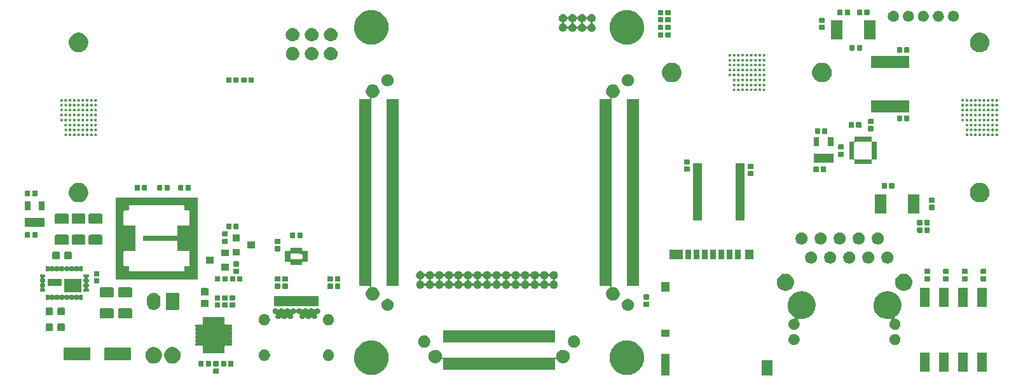
<source format=gbr>
G04 #@! TF.GenerationSoftware,KiCad,Pcbnew,5.1.0-unknown-c1c4a09~94~ubuntu18.04.1*
G04 #@! TF.CreationDate,2019-04-01T00:28:56+08:00*
G04 #@! TF.ProjectId,ovc3,6f766333-2e6b-4696-9361-645f70636258,rev?*
G04 #@! TF.SameCoordinates,Original*
G04 #@! TF.FileFunction,Soldermask,Top*
G04 #@! TF.FilePolarity,Negative*
%FSLAX46Y46*%
G04 Gerber Fmt 4.6, Leading zero omitted, Abs format (unit mm)*
G04 Created by KiCad (PCBNEW 5.1.0-unknown-c1c4a09~94~ubuntu18.04.1) date 2019-04-01 00:28:56*
%MOMM*%
%LPD*%
G04 APERTURE LIST*
%ADD10C,0.100000*%
G04 APERTURE END LIST*
D10*
G36*
X180376000Y-119376000D02*
G01*
X178974000Y-119376000D01*
X178974000Y-117374000D01*
X180376000Y-117374000D01*
X180376000Y-119376000D01*
X180376000Y-119376000D01*
G37*
G36*
X166726000Y-119376000D02*
G01*
X165624000Y-119376000D01*
X165624000Y-116474000D01*
X166726000Y-116474000D01*
X166726000Y-119376000D01*
X166726000Y-119376000D01*
G37*
G36*
X127448903Y-114743213D02*
G01*
X127671177Y-114787426D01*
X128089932Y-114960880D01*
X128466802Y-115212696D01*
X128787304Y-115533198D01*
X129039120Y-115910068D01*
X129212574Y-116328823D01*
X129229909Y-116415971D01*
X129301000Y-116773370D01*
X129301000Y-117226630D01*
X129268078Y-117392140D01*
X129212574Y-117671177D01*
X129039120Y-118089932D01*
X128787304Y-118466802D01*
X128466802Y-118787304D01*
X128089932Y-119039120D01*
X127671177Y-119212574D01*
X127448903Y-119256787D01*
X127226630Y-119301000D01*
X126773370Y-119301000D01*
X126551097Y-119256787D01*
X126328823Y-119212574D01*
X125910068Y-119039120D01*
X125533198Y-118787304D01*
X125212696Y-118466802D01*
X124960880Y-118089932D01*
X124787426Y-117671177D01*
X124731922Y-117392140D01*
X124699000Y-117226630D01*
X124699000Y-116773370D01*
X124770091Y-116415971D01*
X124787426Y-116328823D01*
X124960880Y-115910068D01*
X125212696Y-115533198D01*
X125533198Y-115212696D01*
X125910068Y-114960880D01*
X126328823Y-114787426D01*
X126551097Y-114743213D01*
X126773370Y-114699000D01*
X127226630Y-114699000D01*
X127448903Y-114743213D01*
X127448903Y-114743213D01*
G37*
G36*
X161448903Y-114743213D02*
G01*
X161671177Y-114787426D01*
X162089932Y-114960880D01*
X162466802Y-115212696D01*
X162787304Y-115533198D01*
X163039120Y-115910068D01*
X163212574Y-116328823D01*
X163229909Y-116415971D01*
X163301000Y-116773370D01*
X163301000Y-117226630D01*
X163268078Y-117392140D01*
X163212574Y-117671177D01*
X163039120Y-118089932D01*
X162787304Y-118466802D01*
X162466802Y-118787304D01*
X162089932Y-119039120D01*
X161671177Y-119212574D01*
X161448903Y-119256787D01*
X161226630Y-119301000D01*
X160773370Y-119301000D01*
X160551097Y-119256787D01*
X160328823Y-119212574D01*
X159910068Y-119039120D01*
X159533198Y-118787304D01*
X159212696Y-118466802D01*
X158960880Y-118089932D01*
X158787426Y-117671177D01*
X158731922Y-117392140D01*
X158699000Y-117226630D01*
X158699000Y-116773370D01*
X158770091Y-116415971D01*
X158787426Y-116328823D01*
X158960880Y-115910068D01*
X159212696Y-115533198D01*
X159533198Y-115212696D01*
X159910068Y-114960880D01*
X160328823Y-114787426D01*
X160551097Y-114743213D01*
X160773370Y-114699000D01*
X161226630Y-114699000D01*
X161448903Y-114743213D01*
X161448903Y-114743213D01*
G37*
G36*
X106581938Y-118441716D02*
G01*
X106602557Y-118447971D01*
X106621553Y-118458124D01*
X106638208Y-118471792D01*
X106651876Y-118488447D01*
X106662029Y-118507443D01*
X106668284Y-118528062D01*
X106671000Y-118555640D01*
X106671000Y-119014360D01*
X106668284Y-119041938D01*
X106662029Y-119062557D01*
X106651876Y-119081553D01*
X106638208Y-119098208D01*
X106621553Y-119111876D01*
X106602557Y-119122029D01*
X106581938Y-119128284D01*
X106554360Y-119131000D01*
X106045640Y-119131000D01*
X106018062Y-119128284D01*
X105997443Y-119122029D01*
X105978447Y-119111876D01*
X105961792Y-119098208D01*
X105948124Y-119081553D01*
X105937971Y-119062557D01*
X105931716Y-119041938D01*
X105929000Y-119014360D01*
X105929000Y-118555640D01*
X105931716Y-118528062D01*
X105937971Y-118507443D01*
X105948124Y-118488447D01*
X105961792Y-118471792D01*
X105978447Y-118458124D01*
X105997443Y-118447971D01*
X106018062Y-118441716D01*
X106045640Y-118439000D01*
X106554360Y-118439000D01*
X106581938Y-118441716D01*
X106581938Y-118441716D01*
G37*
G36*
X206381000Y-118881000D02*
G01*
X205159000Y-118881000D01*
X205159000Y-116339000D01*
X206381000Y-116339000D01*
X206381000Y-118881000D01*
X206381000Y-118881000D01*
G37*
G36*
X208921000Y-118881000D02*
G01*
X207699000Y-118881000D01*
X207699000Y-116339000D01*
X208921000Y-116339000D01*
X208921000Y-118881000D01*
X208921000Y-118881000D01*
G37*
G36*
X203841000Y-118881000D02*
G01*
X202619000Y-118881000D01*
X202619000Y-116339000D01*
X203841000Y-116339000D01*
X203841000Y-118881000D01*
X203841000Y-118881000D01*
G37*
G36*
X201301000Y-118881000D02*
G01*
X200079000Y-118881000D01*
X200079000Y-116339000D01*
X201301000Y-116339000D01*
X201301000Y-118881000D01*
X201301000Y-118881000D01*
G37*
G36*
X135613512Y-115953927D02*
G01*
X135762812Y-115983624D01*
X135926784Y-116051544D01*
X136074354Y-116150147D01*
X136199853Y-116275646D01*
X136298456Y-116423216D01*
X136366376Y-116587188D01*
X136396073Y-116736488D01*
X136401000Y-116761258D01*
X136401000Y-116924001D01*
X136403402Y-116948387D01*
X136410515Y-116971836D01*
X136422066Y-116993447D01*
X136437611Y-117012389D01*
X136456553Y-117027934D01*
X136478164Y-117039485D01*
X136501613Y-117046598D01*
X136525999Y-117049000D01*
X151474001Y-117049000D01*
X151498387Y-117046598D01*
X151521836Y-117039485D01*
X151543447Y-117027934D01*
X151562389Y-117012389D01*
X151577934Y-116993447D01*
X151589485Y-116971836D01*
X151596598Y-116948387D01*
X151599000Y-116924001D01*
X151599000Y-116761258D01*
X151603927Y-116736488D01*
X151633624Y-116587188D01*
X151701544Y-116423216D01*
X151800147Y-116275646D01*
X151925646Y-116150147D01*
X152073216Y-116051544D01*
X152237188Y-115983624D01*
X152386488Y-115953927D01*
X152411258Y-115949000D01*
X152588742Y-115949000D01*
X152613512Y-115953927D01*
X152762812Y-115983624D01*
X152926784Y-116051544D01*
X153074354Y-116150147D01*
X153199853Y-116275646D01*
X153298456Y-116423216D01*
X153366376Y-116587188D01*
X153396073Y-116736488D01*
X153397561Y-116743967D01*
X153401000Y-116761259D01*
X153401000Y-116938741D01*
X153366376Y-117112812D01*
X153298456Y-117276784D01*
X153199853Y-117424354D01*
X153074354Y-117549853D01*
X152926784Y-117648456D01*
X152762812Y-117716376D01*
X152613512Y-117746073D01*
X152588742Y-117751000D01*
X152411258Y-117751000D01*
X152386488Y-117746073D01*
X152237188Y-117716376D01*
X152073216Y-117648456D01*
X151925646Y-117549853D01*
X151800147Y-117424354D01*
X151701544Y-117276784D01*
X151691480Y-117252487D01*
X151679932Y-117230882D01*
X151664386Y-117211940D01*
X151645445Y-117196395D01*
X151623834Y-117184844D01*
X151600385Y-117177731D01*
X151575999Y-117175329D01*
X151551613Y-117177731D01*
X151528164Y-117184844D01*
X151506553Y-117196395D01*
X151487611Y-117211941D01*
X151472066Y-117230882D01*
X151460515Y-117252493D01*
X151453402Y-117275942D01*
X151451000Y-117300328D01*
X151451000Y-118651000D01*
X136549000Y-118651000D01*
X136549000Y-117300328D01*
X136546598Y-117275942D01*
X136539485Y-117252493D01*
X136527934Y-117230882D01*
X136512389Y-117211940D01*
X136493447Y-117196395D01*
X136471836Y-117184844D01*
X136448387Y-117177731D01*
X136424001Y-117175329D01*
X136399615Y-117177731D01*
X136376166Y-117184844D01*
X136354555Y-117196395D01*
X136335613Y-117211940D01*
X136320068Y-117230882D01*
X136308520Y-117252487D01*
X136298456Y-117276784D01*
X136199853Y-117424354D01*
X136074354Y-117549853D01*
X135926784Y-117648456D01*
X135762812Y-117716376D01*
X135613512Y-117746073D01*
X135588742Y-117751000D01*
X135411258Y-117751000D01*
X135386488Y-117746073D01*
X135237188Y-117716376D01*
X135073216Y-117648456D01*
X134925646Y-117549853D01*
X134800147Y-117424354D01*
X134701544Y-117276784D01*
X134633624Y-117112812D01*
X134599000Y-116938741D01*
X134599000Y-116761259D01*
X134602440Y-116743967D01*
X134603927Y-116736488D01*
X134633624Y-116587188D01*
X134701544Y-116423216D01*
X134800147Y-116275646D01*
X134925646Y-116150147D01*
X135073216Y-116051544D01*
X135237188Y-115983624D01*
X135386488Y-115953927D01*
X135411258Y-115949000D01*
X135588742Y-115949000D01*
X135613512Y-115953927D01*
X135613512Y-115953927D01*
G37*
G36*
X107571938Y-117431716D02*
G01*
X107592557Y-117437971D01*
X107611553Y-117448124D01*
X107628208Y-117461792D01*
X107641876Y-117478447D01*
X107652029Y-117497443D01*
X107658284Y-117518062D01*
X107661000Y-117545640D01*
X107661000Y-118054360D01*
X107658284Y-118081938D01*
X107652029Y-118102557D01*
X107641876Y-118121553D01*
X107628208Y-118138208D01*
X107611553Y-118151876D01*
X107592557Y-118162029D01*
X107571938Y-118168284D01*
X107544360Y-118171000D01*
X107085640Y-118171000D01*
X107058062Y-118168284D01*
X107037443Y-118162029D01*
X107018447Y-118151876D01*
X107001792Y-118138208D01*
X106988124Y-118121553D01*
X106977971Y-118102557D01*
X106971716Y-118081938D01*
X106969000Y-118054360D01*
X106969000Y-117545640D01*
X106971716Y-117518062D01*
X106977971Y-117497443D01*
X106988124Y-117478447D01*
X107001792Y-117461792D01*
X107018447Y-117448124D01*
X107037443Y-117437971D01*
X107058062Y-117431716D01*
X107085640Y-117429000D01*
X107544360Y-117429000D01*
X107571938Y-117431716D01*
X107571938Y-117431716D01*
G37*
G36*
X108541938Y-117431716D02*
G01*
X108562557Y-117437971D01*
X108581553Y-117448124D01*
X108598208Y-117461792D01*
X108611876Y-117478447D01*
X108622029Y-117497443D01*
X108628284Y-117518062D01*
X108631000Y-117545640D01*
X108631000Y-118054360D01*
X108628284Y-118081938D01*
X108622029Y-118102557D01*
X108611876Y-118121553D01*
X108598208Y-118138208D01*
X108581553Y-118151876D01*
X108562557Y-118162029D01*
X108541938Y-118168284D01*
X108514360Y-118171000D01*
X108055640Y-118171000D01*
X108028062Y-118168284D01*
X108007443Y-118162029D01*
X107988447Y-118151876D01*
X107971792Y-118138208D01*
X107958124Y-118121553D01*
X107947971Y-118102557D01*
X107941716Y-118081938D01*
X107939000Y-118054360D01*
X107939000Y-117545640D01*
X107941716Y-117518062D01*
X107947971Y-117497443D01*
X107958124Y-117478447D01*
X107971792Y-117461792D01*
X107988447Y-117448124D01*
X108007443Y-117437971D01*
X108028062Y-117431716D01*
X108055640Y-117429000D01*
X108514360Y-117429000D01*
X108541938Y-117431716D01*
X108541938Y-117431716D01*
G37*
G36*
X105541938Y-117431716D02*
G01*
X105562557Y-117437971D01*
X105581553Y-117448124D01*
X105598208Y-117461792D01*
X105611876Y-117478447D01*
X105622029Y-117497443D01*
X105628284Y-117518062D01*
X105631000Y-117545640D01*
X105631000Y-118054360D01*
X105628284Y-118081938D01*
X105622029Y-118102557D01*
X105611876Y-118121553D01*
X105598208Y-118138208D01*
X105581553Y-118151876D01*
X105562557Y-118162029D01*
X105541938Y-118168284D01*
X105514360Y-118171000D01*
X105055640Y-118171000D01*
X105028062Y-118168284D01*
X105007443Y-118162029D01*
X104988447Y-118151876D01*
X104971792Y-118138208D01*
X104958124Y-118121553D01*
X104947971Y-118102557D01*
X104941716Y-118081938D01*
X104939000Y-118054360D01*
X104939000Y-117545640D01*
X104941716Y-117518062D01*
X104947971Y-117497443D01*
X104958124Y-117478447D01*
X104971792Y-117461792D01*
X104988447Y-117448124D01*
X105007443Y-117437971D01*
X105028062Y-117431716D01*
X105055640Y-117429000D01*
X105514360Y-117429000D01*
X105541938Y-117431716D01*
X105541938Y-117431716D01*
G37*
G36*
X104571938Y-117431716D02*
G01*
X104592557Y-117437971D01*
X104611553Y-117448124D01*
X104628208Y-117461792D01*
X104641876Y-117478447D01*
X104652029Y-117497443D01*
X104658284Y-117518062D01*
X104661000Y-117545640D01*
X104661000Y-118054360D01*
X104658284Y-118081938D01*
X104652029Y-118102557D01*
X104641876Y-118121553D01*
X104628208Y-118138208D01*
X104611553Y-118151876D01*
X104592557Y-118162029D01*
X104571938Y-118168284D01*
X104544360Y-118171000D01*
X104085640Y-118171000D01*
X104058062Y-118168284D01*
X104037443Y-118162029D01*
X104018447Y-118151876D01*
X104001792Y-118138208D01*
X103988124Y-118121553D01*
X103977971Y-118102557D01*
X103971716Y-118081938D01*
X103969000Y-118054360D01*
X103969000Y-117545640D01*
X103971716Y-117518062D01*
X103977971Y-117497443D01*
X103988124Y-117478447D01*
X104001792Y-117461792D01*
X104018447Y-117448124D01*
X104037443Y-117437971D01*
X104058062Y-117431716D01*
X104085640Y-117429000D01*
X104544360Y-117429000D01*
X104571938Y-117431716D01*
X104571938Y-117431716D01*
G37*
G36*
X106581938Y-117471716D02*
G01*
X106602557Y-117477971D01*
X106621553Y-117488124D01*
X106638208Y-117501792D01*
X106651876Y-117518447D01*
X106662029Y-117537443D01*
X106668284Y-117558062D01*
X106671000Y-117585640D01*
X106671000Y-118044360D01*
X106668284Y-118071938D01*
X106662029Y-118092557D01*
X106651876Y-118111553D01*
X106638208Y-118128208D01*
X106621553Y-118141876D01*
X106602557Y-118152029D01*
X106581938Y-118158284D01*
X106554360Y-118161000D01*
X106045640Y-118161000D01*
X106018062Y-118158284D01*
X105997443Y-118152029D01*
X105978447Y-118141876D01*
X105961792Y-118128208D01*
X105948124Y-118111553D01*
X105937971Y-118092557D01*
X105931716Y-118071938D01*
X105929000Y-118044360D01*
X105929000Y-117585640D01*
X105931716Y-117558062D01*
X105937971Y-117537443D01*
X105948124Y-117518447D01*
X105961792Y-117501792D01*
X105978447Y-117488124D01*
X105997443Y-117477971D01*
X106018062Y-117471716D01*
X106045640Y-117469000D01*
X106554360Y-117469000D01*
X106581938Y-117471716D01*
X106581938Y-117471716D01*
G37*
G36*
X100648658Y-115587000D02*
G01*
X100821150Y-115621311D01*
X100900333Y-115654110D01*
X101021520Y-115704307D01*
X101201844Y-115824795D01*
X101355205Y-115978156D01*
X101475693Y-116158480D01*
X101558689Y-116358850D01*
X101601000Y-116571561D01*
X101601000Y-116788439D01*
X101558689Y-117001150D01*
X101538869Y-117049000D01*
X101475693Y-117201520D01*
X101355205Y-117381844D01*
X101201844Y-117535205D01*
X101021520Y-117655693D01*
X100984138Y-117671177D01*
X100821150Y-117738689D01*
X100714795Y-117759844D01*
X100608440Y-117781000D01*
X100391560Y-117781000D01*
X100285205Y-117759844D01*
X100178850Y-117738689D01*
X100015862Y-117671177D01*
X99978480Y-117655693D01*
X99798156Y-117535205D01*
X99644795Y-117381844D01*
X99524307Y-117201520D01*
X99461131Y-117049000D01*
X99441311Y-117001150D01*
X99399000Y-116788439D01*
X99399000Y-116571561D01*
X99441311Y-116358850D01*
X99524307Y-116158480D01*
X99644795Y-115978156D01*
X99798156Y-115824795D01*
X99978480Y-115704307D01*
X100099667Y-115654110D01*
X100178850Y-115621311D01*
X100351342Y-115587000D01*
X100391560Y-115579000D01*
X100608440Y-115579000D01*
X100648658Y-115587000D01*
X100648658Y-115587000D01*
G37*
G36*
X98148658Y-115587000D02*
G01*
X98321150Y-115621311D01*
X98400333Y-115654110D01*
X98521520Y-115704307D01*
X98701844Y-115824795D01*
X98855205Y-115978156D01*
X98975693Y-116158480D01*
X99058689Y-116358850D01*
X99101000Y-116571561D01*
X99101000Y-116788439D01*
X99058689Y-117001150D01*
X99038869Y-117049000D01*
X98975693Y-117201520D01*
X98855205Y-117381844D01*
X98701844Y-117535205D01*
X98521520Y-117655693D01*
X98484138Y-117671177D01*
X98321150Y-117738689D01*
X98214795Y-117759844D01*
X98108440Y-117781000D01*
X97891560Y-117781000D01*
X97785205Y-117759844D01*
X97678850Y-117738689D01*
X97515862Y-117671177D01*
X97478480Y-117655693D01*
X97298156Y-117535205D01*
X97144795Y-117381844D01*
X97024307Y-117201520D01*
X96961131Y-117049000D01*
X96941311Y-117001150D01*
X96899000Y-116788439D01*
X96899000Y-116571561D01*
X96941311Y-116358850D01*
X97024307Y-116158480D01*
X97144795Y-115978156D01*
X97298156Y-115824795D01*
X97478480Y-115704307D01*
X97599667Y-115654110D01*
X97678850Y-115621311D01*
X97851342Y-115587000D01*
X97891560Y-115579000D01*
X98108440Y-115579000D01*
X98148658Y-115587000D01*
X98148658Y-115587000D01*
G37*
G36*
X112949059Y-115947860D02*
G01*
X113085732Y-116004472D01*
X113208735Y-116086660D01*
X113313340Y-116191265D01*
X113369722Y-116275647D01*
X113395529Y-116314270D01*
X113452140Y-116450941D01*
X113481000Y-116596032D01*
X113481000Y-116743968D01*
X113452140Y-116889059D01*
X113427566Y-116948387D01*
X113395528Y-117025732D01*
X113313340Y-117148735D01*
X113208735Y-117253340D01*
X113085732Y-117335528D01*
X113085731Y-117335529D01*
X113085730Y-117335529D01*
X112949059Y-117392140D01*
X112803968Y-117421000D01*
X112656032Y-117421000D01*
X112510941Y-117392140D01*
X112374270Y-117335529D01*
X112374269Y-117335529D01*
X112374268Y-117335528D01*
X112251265Y-117253340D01*
X112146660Y-117148735D01*
X112064472Y-117025732D01*
X112032435Y-116948387D01*
X112007860Y-116889059D01*
X111979000Y-116743968D01*
X111979000Y-116596032D01*
X112007860Y-116450941D01*
X112064471Y-116314270D01*
X112090278Y-116275647D01*
X112146660Y-116191265D01*
X112251265Y-116086660D01*
X112374268Y-116004472D01*
X112510941Y-115947860D01*
X112656032Y-115919000D01*
X112803968Y-115919000D01*
X112949059Y-115947860D01*
X112949059Y-115947860D01*
G37*
G36*
X121489059Y-115947860D02*
G01*
X121625732Y-116004472D01*
X121748735Y-116086660D01*
X121853340Y-116191265D01*
X121909722Y-116275647D01*
X121935529Y-116314270D01*
X121992140Y-116450941D01*
X122021000Y-116596032D01*
X122021000Y-116743968D01*
X121992140Y-116889059D01*
X121967566Y-116948387D01*
X121935528Y-117025732D01*
X121853340Y-117148735D01*
X121748735Y-117253340D01*
X121625732Y-117335528D01*
X121625731Y-117335529D01*
X121625730Y-117335529D01*
X121489059Y-117392140D01*
X121343968Y-117421000D01*
X121196032Y-117421000D01*
X121050941Y-117392140D01*
X120914270Y-117335529D01*
X120914269Y-117335529D01*
X120914268Y-117335528D01*
X120791265Y-117253340D01*
X120686660Y-117148735D01*
X120604472Y-117025732D01*
X120572435Y-116948387D01*
X120547860Y-116889059D01*
X120519000Y-116743968D01*
X120519000Y-116596032D01*
X120547860Y-116450941D01*
X120604471Y-116314270D01*
X120630278Y-116275647D01*
X120686660Y-116191265D01*
X120791265Y-116086660D01*
X120914268Y-116004472D01*
X121050941Y-115947860D01*
X121196032Y-115919000D01*
X121343968Y-115919000D01*
X121489059Y-115947860D01*
X121489059Y-115947860D01*
G37*
G36*
X94855997Y-115653051D02*
G01*
X94889652Y-115663261D01*
X94920665Y-115679838D01*
X94947851Y-115702149D01*
X94970162Y-115729335D01*
X94986739Y-115760348D01*
X94996949Y-115794003D01*
X95001000Y-115835138D01*
X95001000Y-117164862D01*
X94996949Y-117205997D01*
X94986739Y-117239652D01*
X94970162Y-117270665D01*
X94947851Y-117297851D01*
X94920665Y-117320162D01*
X94889652Y-117336739D01*
X94855997Y-117346949D01*
X94814862Y-117351000D01*
X91585138Y-117351000D01*
X91544003Y-117346949D01*
X91510348Y-117336739D01*
X91479335Y-117320162D01*
X91452149Y-117297851D01*
X91429838Y-117270665D01*
X91413261Y-117239652D01*
X91403051Y-117205997D01*
X91399000Y-117164862D01*
X91399000Y-115835138D01*
X91403051Y-115794003D01*
X91413261Y-115760348D01*
X91429838Y-115729335D01*
X91452149Y-115702149D01*
X91479335Y-115679838D01*
X91510348Y-115663261D01*
X91544003Y-115653051D01*
X91585138Y-115649000D01*
X94814862Y-115649000D01*
X94855997Y-115653051D01*
X94855997Y-115653051D01*
G37*
G36*
X89455997Y-115653051D02*
G01*
X89489652Y-115663261D01*
X89520665Y-115679838D01*
X89547851Y-115702149D01*
X89570162Y-115729335D01*
X89586739Y-115760348D01*
X89596949Y-115794003D01*
X89601000Y-115835138D01*
X89601000Y-117164862D01*
X89596949Y-117205997D01*
X89586739Y-117239652D01*
X89570162Y-117270665D01*
X89547851Y-117297851D01*
X89520665Y-117320162D01*
X89489652Y-117336739D01*
X89455997Y-117346949D01*
X89414862Y-117351000D01*
X86185138Y-117351000D01*
X86144003Y-117346949D01*
X86110348Y-117336739D01*
X86079335Y-117320162D01*
X86052149Y-117297851D01*
X86029838Y-117270665D01*
X86013261Y-117239652D01*
X86003051Y-117205997D01*
X85999000Y-117164862D01*
X85999000Y-115835138D01*
X86003051Y-115794003D01*
X86013261Y-115760348D01*
X86029838Y-115729335D01*
X86052149Y-115702149D01*
X86079335Y-115679838D01*
X86110348Y-115663261D01*
X86144003Y-115653051D01*
X86185138Y-115649000D01*
X89414862Y-115649000D01*
X89455997Y-115653051D01*
X89455997Y-115653051D01*
G37*
G36*
X104905355Y-111575083D02*
G01*
X104910029Y-111576501D01*
X104914330Y-111578800D01*
X104920702Y-111584029D01*
X104941076Y-111597643D01*
X104963715Y-111607020D01*
X104987749Y-111611800D01*
X105012253Y-111611800D01*
X105036286Y-111607019D01*
X105058925Y-111597642D01*
X105079298Y-111584029D01*
X105085670Y-111578800D01*
X105089971Y-111576501D01*
X105094645Y-111575083D01*
X105105641Y-111574000D01*
X105394359Y-111574000D01*
X105405355Y-111575083D01*
X105410029Y-111576501D01*
X105414330Y-111578800D01*
X105420702Y-111584029D01*
X105441076Y-111597643D01*
X105463715Y-111607020D01*
X105487749Y-111611800D01*
X105512253Y-111611800D01*
X105536286Y-111607019D01*
X105558925Y-111597642D01*
X105579298Y-111584029D01*
X105585670Y-111578800D01*
X105589971Y-111576501D01*
X105594645Y-111575083D01*
X105605641Y-111574000D01*
X105894359Y-111574000D01*
X105905355Y-111575083D01*
X105910029Y-111576501D01*
X105914330Y-111578800D01*
X105920702Y-111584029D01*
X105941076Y-111597643D01*
X105963715Y-111607020D01*
X105987749Y-111611800D01*
X106012253Y-111611800D01*
X106036286Y-111607019D01*
X106058925Y-111597642D01*
X106079298Y-111584029D01*
X106085670Y-111578800D01*
X106089971Y-111576501D01*
X106094645Y-111575083D01*
X106105641Y-111574000D01*
X106394359Y-111574000D01*
X106405355Y-111575083D01*
X106410029Y-111576501D01*
X106414330Y-111578800D01*
X106420702Y-111584029D01*
X106441076Y-111597643D01*
X106463715Y-111607020D01*
X106487749Y-111611800D01*
X106512253Y-111611800D01*
X106536286Y-111607019D01*
X106558925Y-111597642D01*
X106579298Y-111584029D01*
X106585670Y-111578800D01*
X106589971Y-111576501D01*
X106594645Y-111575083D01*
X106605641Y-111574000D01*
X106894359Y-111574000D01*
X106905355Y-111575083D01*
X106910029Y-111576501D01*
X106914330Y-111578800D01*
X106920702Y-111584029D01*
X106941076Y-111597643D01*
X106963715Y-111607020D01*
X106987749Y-111611800D01*
X107012253Y-111611800D01*
X107036286Y-111607019D01*
X107058925Y-111597642D01*
X107079298Y-111584029D01*
X107085670Y-111578800D01*
X107089971Y-111576501D01*
X107094645Y-111575083D01*
X107105641Y-111574000D01*
X107394359Y-111574000D01*
X107405355Y-111575083D01*
X107410029Y-111576501D01*
X107414331Y-111578800D01*
X107418104Y-111581896D01*
X107421200Y-111585669D01*
X107423499Y-111589971D01*
X107424917Y-111594645D01*
X107426000Y-111605641D01*
X107426000Y-112449001D01*
X107428402Y-112473387D01*
X107435515Y-112496836D01*
X107447066Y-112518447D01*
X107462611Y-112537389D01*
X107481553Y-112552934D01*
X107503164Y-112564485D01*
X107526613Y-112571598D01*
X107550999Y-112574000D01*
X108394359Y-112574000D01*
X108405355Y-112575083D01*
X108410029Y-112576501D01*
X108414331Y-112578800D01*
X108418104Y-112581896D01*
X108421200Y-112585669D01*
X108423499Y-112589971D01*
X108424917Y-112594645D01*
X108426000Y-112605641D01*
X108426000Y-112894359D01*
X108424917Y-112905355D01*
X108423499Y-112910029D01*
X108421200Y-112914330D01*
X108415971Y-112920702D01*
X108402357Y-112941076D01*
X108392980Y-112963715D01*
X108388200Y-112987749D01*
X108388200Y-113012253D01*
X108392981Y-113036286D01*
X108402358Y-113058925D01*
X108415971Y-113079298D01*
X108421200Y-113085670D01*
X108423499Y-113089971D01*
X108424917Y-113094645D01*
X108426000Y-113105641D01*
X108426000Y-113394359D01*
X108424917Y-113405355D01*
X108423499Y-113410029D01*
X108421200Y-113414330D01*
X108415971Y-113420702D01*
X108402357Y-113441076D01*
X108392980Y-113463715D01*
X108388200Y-113487749D01*
X108388200Y-113512253D01*
X108392981Y-113536286D01*
X108402358Y-113558925D01*
X108415971Y-113579298D01*
X108421200Y-113585670D01*
X108423499Y-113589971D01*
X108424917Y-113594645D01*
X108426000Y-113605641D01*
X108426000Y-113894359D01*
X108424917Y-113905355D01*
X108423499Y-113910029D01*
X108421200Y-113914330D01*
X108415971Y-113920702D01*
X108402357Y-113941076D01*
X108392980Y-113963715D01*
X108388200Y-113987749D01*
X108388200Y-114012253D01*
X108392981Y-114036286D01*
X108402358Y-114058925D01*
X108415971Y-114079298D01*
X108421200Y-114085670D01*
X108423499Y-114089971D01*
X108424917Y-114094645D01*
X108426000Y-114105641D01*
X108426000Y-114394359D01*
X108424917Y-114405355D01*
X108423499Y-114410029D01*
X108421200Y-114414330D01*
X108415971Y-114420702D01*
X108402357Y-114441076D01*
X108392980Y-114463715D01*
X108388200Y-114487749D01*
X108388200Y-114512253D01*
X108392981Y-114536286D01*
X108402358Y-114558925D01*
X108415971Y-114579298D01*
X108421200Y-114585670D01*
X108423499Y-114589971D01*
X108424917Y-114594645D01*
X108426000Y-114605641D01*
X108426000Y-114894359D01*
X108424917Y-114905355D01*
X108423499Y-114910029D01*
X108421200Y-114914330D01*
X108415971Y-114920702D01*
X108402357Y-114941076D01*
X108392980Y-114963715D01*
X108388200Y-114987749D01*
X108388200Y-115012253D01*
X108392981Y-115036286D01*
X108402358Y-115058925D01*
X108415971Y-115079298D01*
X108421200Y-115085670D01*
X108423499Y-115089971D01*
X108424917Y-115094645D01*
X108426000Y-115105641D01*
X108426000Y-115394359D01*
X108424917Y-115405355D01*
X108423499Y-115410029D01*
X108421200Y-115414331D01*
X108418104Y-115418104D01*
X108414331Y-115421200D01*
X108410029Y-115423499D01*
X108405355Y-115424917D01*
X108394359Y-115426000D01*
X107550999Y-115426000D01*
X107526613Y-115428402D01*
X107503164Y-115435515D01*
X107481553Y-115447066D01*
X107462611Y-115462611D01*
X107447066Y-115481553D01*
X107435515Y-115503164D01*
X107428402Y-115526613D01*
X107426000Y-115550999D01*
X107426000Y-116394359D01*
X107424917Y-116405355D01*
X107423499Y-116410029D01*
X107421200Y-116414331D01*
X107418104Y-116418104D01*
X107414331Y-116421200D01*
X107410029Y-116423499D01*
X107405355Y-116424917D01*
X107394359Y-116426000D01*
X107105641Y-116426000D01*
X107094645Y-116424917D01*
X107089971Y-116423499D01*
X107085670Y-116421200D01*
X107079298Y-116415971D01*
X107058924Y-116402357D01*
X107036285Y-116392980D01*
X107012251Y-116388200D01*
X106987747Y-116388200D01*
X106963714Y-116392981D01*
X106941075Y-116402358D01*
X106920702Y-116415971D01*
X106914330Y-116421200D01*
X106910029Y-116423499D01*
X106905355Y-116424917D01*
X106894359Y-116426000D01*
X106605641Y-116426000D01*
X106594645Y-116424917D01*
X106589971Y-116423499D01*
X106585670Y-116421200D01*
X106579298Y-116415971D01*
X106558924Y-116402357D01*
X106536285Y-116392980D01*
X106512251Y-116388200D01*
X106487747Y-116388200D01*
X106463714Y-116392981D01*
X106441075Y-116402358D01*
X106420702Y-116415971D01*
X106414330Y-116421200D01*
X106410029Y-116423499D01*
X106405355Y-116424917D01*
X106394359Y-116426000D01*
X106105641Y-116426000D01*
X106094645Y-116424917D01*
X106089971Y-116423499D01*
X106085670Y-116421200D01*
X106079298Y-116415971D01*
X106058924Y-116402357D01*
X106036285Y-116392980D01*
X106012251Y-116388200D01*
X105987747Y-116388200D01*
X105963714Y-116392981D01*
X105941075Y-116402358D01*
X105920702Y-116415971D01*
X105914330Y-116421200D01*
X105910029Y-116423499D01*
X105905355Y-116424917D01*
X105894359Y-116426000D01*
X105605641Y-116426000D01*
X105594645Y-116424917D01*
X105589971Y-116423499D01*
X105585670Y-116421200D01*
X105579298Y-116415971D01*
X105558924Y-116402357D01*
X105536285Y-116392980D01*
X105512251Y-116388200D01*
X105487747Y-116388200D01*
X105463714Y-116392981D01*
X105441075Y-116402358D01*
X105420702Y-116415971D01*
X105414330Y-116421200D01*
X105410029Y-116423499D01*
X105405355Y-116424917D01*
X105394359Y-116426000D01*
X105105641Y-116426000D01*
X105094645Y-116424917D01*
X105089971Y-116423499D01*
X105085670Y-116421200D01*
X105079298Y-116415971D01*
X105058924Y-116402357D01*
X105036285Y-116392980D01*
X105012251Y-116388200D01*
X104987747Y-116388200D01*
X104963714Y-116392981D01*
X104941075Y-116402358D01*
X104920702Y-116415971D01*
X104914330Y-116421200D01*
X104910029Y-116423499D01*
X104905355Y-116424917D01*
X104894359Y-116426000D01*
X104605641Y-116426000D01*
X104594645Y-116424917D01*
X104589971Y-116423499D01*
X104585669Y-116421200D01*
X104581896Y-116418104D01*
X104578800Y-116414331D01*
X104576501Y-116410029D01*
X104575083Y-116405355D01*
X104574000Y-116394359D01*
X104574000Y-115550999D01*
X104571598Y-115526613D01*
X104564485Y-115503164D01*
X104552934Y-115481553D01*
X104537389Y-115462611D01*
X104518447Y-115447066D01*
X104496836Y-115435515D01*
X104473387Y-115428402D01*
X104449001Y-115426000D01*
X103605641Y-115426000D01*
X103594645Y-115424917D01*
X103589971Y-115423499D01*
X103585669Y-115421200D01*
X103581896Y-115418104D01*
X103578800Y-115414331D01*
X103576501Y-115410029D01*
X103575083Y-115405355D01*
X103574000Y-115394359D01*
X103574000Y-115105641D01*
X103575083Y-115094645D01*
X103576501Y-115089971D01*
X103578800Y-115085670D01*
X103584029Y-115079298D01*
X103597643Y-115058924D01*
X103607020Y-115036285D01*
X103611800Y-115012251D01*
X103611800Y-114987747D01*
X103607019Y-114963714D01*
X103597642Y-114941075D01*
X103584029Y-114920702D01*
X103578800Y-114914330D01*
X103576501Y-114910029D01*
X103575083Y-114905355D01*
X103574000Y-114894359D01*
X103574000Y-114605641D01*
X103575083Y-114594645D01*
X103576501Y-114589971D01*
X103578800Y-114585670D01*
X103584029Y-114579298D01*
X103597643Y-114558924D01*
X103607020Y-114536285D01*
X103611800Y-114512251D01*
X103611800Y-114487747D01*
X103607019Y-114463714D01*
X103597642Y-114441075D01*
X103584029Y-114420702D01*
X103578800Y-114414330D01*
X103576501Y-114410029D01*
X103575083Y-114405355D01*
X103574000Y-114394359D01*
X103574000Y-114105641D01*
X103575083Y-114094645D01*
X103576501Y-114089971D01*
X103578800Y-114085670D01*
X103584029Y-114079298D01*
X103597643Y-114058924D01*
X103607020Y-114036285D01*
X103611800Y-114012251D01*
X103611800Y-113987747D01*
X103607019Y-113963714D01*
X103597642Y-113941075D01*
X103584029Y-113920702D01*
X103578800Y-113914330D01*
X103576501Y-113910029D01*
X103575083Y-113905355D01*
X103574000Y-113894359D01*
X103574000Y-113605641D01*
X103575083Y-113594645D01*
X103576501Y-113589971D01*
X103578800Y-113585670D01*
X103584029Y-113579298D01*
X103597643Y-113558924D01*
X103607020Y-113536285D01*
X103611800Y-113512251D01*
X103611800Y-113487747D01*
X103607019Y-113463714D01*
X103597642Y-113441075D01*
X103584029Y-113420702D01*
X103578800Y-113414330D01*
X103576501Y-113410029D01*
X103575083Y-113405355D01*
X103574000Y-113394359D01*
X103574000Y-113105641D01*
X103575083Y-113094645D01*
X103576501Y-113089971D01*
X103578800Y-113085670D01*
X103584029Y-113079298D01*
X103597643Y-113058924D01*
X103607020Y-113036285D01*
X103611800Y-113012251D01*
X103611800Y-112987747D01*
X103607019Y-112963714D01*
X103597642Y-112941075D01*
X103584029Y-112920702D01*
X103578800Y-112914330D01*
X103576501Y-112910029D01*
X103575083Y-112905355D01*
X103574000Y-112894359D01*
X103574000Y-112605641D01*
X103575083Y-112594645D01*
X103576501Y-112589971D01*
X103578800Y-112585669D01*
X103581896Y-112581896D01*
X103585669Y-112578800D01*
X103589971Y-112576501D01*
X103594645Y-112575083D01*
X103605641Y-112574000D01*
X104449001Y-112574000D01*
X104473387Y-112571598D01*
X104496836Y-112564485D01*
X104518447Y-112552934D01*
X104537389Y-112537389D01*
X104552934Y-112518447D01*
X104564485Y-112496836D01*
X104571598Y-112473387D01*
X104574000Y-112449001D01*
X104574000Y-111605641D01*
X104575083Y-111594645D01*
X104576501Y-111589971D01*
X104578800Y-111585669D01*
X104581896Y-111581896D01*
X104585669Y-111578800D01*
X104589971Y-111576501D01*
X104594645Y-111575083D01*
X104605641Y-111574000D01*
X104894359Y-111574000D01*
X104905355Y-111575083D01*
X104905355Y-111575083D01*
G37*
G36*
X154208642Y-114079781D02*
G01*
X154354414Y-114140162D01*
X154354416Y-114140163D01*
X154485608Y-114227822D01*
X154597178Y-114339392D01*
X154680247Y-114463715D01*
X154684838Y-114470586D01*
X154745219Y-114616358D01*
X154776000Y-114771107D01*
X154776000Y-114928893D01*
X154745219Y-115083642D01*
X154719873Y-115144832D01*
X154684837Y-115229416D01*
X154597178Y-115360608D01*
X154485608Y-115472178D01*
X154354416Y-115559837D01*
X154354415Y-115559838D01*
X154354414Y-115559838D01*
X154208642Y-115620219D01*
X154053893Y-115651000D01*
X153896107Y-115651000D01*
X153741358Y-115620219D01*
X153595586Y-115559838D01*
X153595585Y-115559838D01*
X153595584Y-115559837D01*
X153464392Y-115472178D01*
X153352822Y-115360608D01*
X153265163Y-115229416D01*
X153230127Y-115144832D01*
X153204781Y-115083642D01*
X153174000Y-114928893D01*
X153174000Y-114771107D01*
X153204781Y-114616358D01*
X153265162Y-114470586D01*
X153269753Y-114463715D01*
X153352822Y-114339392D01*
X153464392Y-114227822D01*
X153595584Y-114140163D01*
X153595586Y-114140162D01*
X153741358Y-114079781D01*
X153896107Y-114049000D01*
X154053893Y-114049000D01*
X154208642Y-114079781D01*
X154208642Y-114079781D01*
G37*
G36*
X134258642Y-114079781D02*
G01*
X134404414Y-114140162D01*
X134404416Y-114140163D01*
X134535608Y-114227822D01*
X134647178Y-114339392D01*
X134730247Y-114463715D01*
X134734838Y-114470586D01*
X134795219Y-114616358D01*
X134826000Y-114771107D01*
X134826000Y-114928893D01*
X134795219Y-115083642D01*
X134769873Y-115144832D01*
X134734837Y-115229416D01*
X134647178Y-115360608D01*
X134535608Y-115472178D01*
X134404416Y-115559837D01*
X134404415Y-115559838D01*
X134404414Y-115559838D01*
X134258642Y-115620219D01*
X134103893Y-115651000D01*
X133946107Y-115651000D01*
X133791358Y-115620219D01*
X133645586Y-115559838D01*
X133645585Y-115559838D01*
X133645584Y-115559837D01*
X133514392Y-115472178D01*
X133402822Y-115360608D01*
X133315163Y-115229416D01*
X133280127Y-115144832D01*
X133254781Y-115083642D01*
X133224000Y-114928893D01*
X133224000Y-114771107D01*
X133254781Y-114616358D01*
X133315162Y-114470586D01*
X133319753Y-114463715D01*
X133402822Y-114339392D01*
X133514392Y-114227822D01*
X133645584Y-114140163D01*
X133645586Y-114140162D01*
X133791358Y-114079781D01*
X133946107Y-114049000D01*
X134103893Y-114049000D01*
X134258642Y-114079781D01*
X134258642Y-114079781D01*
G37*
G36*
X183489914Y-113861514D02*
G01*
X183489916Y-113861515D01*
X183489917Y-113861515D01*
X183624006Y-113917056D01*
X183744683Y-113997690D01*
X183847310Y-114100317D01*
X183927944Y-114220994D01*
X183976986Y-114339393D01*
X183983486Y-114355086D01*
X184006460Y-114470584D01*
X184011800Y-114497432D01*
X184011800Y-114642568D01*
X183983485Y-114784917D01*
X183927944Y-114919006D01*
X183847310Y-115039683D01*
X183744683Y-115142310D01*
X183624006Y-115222944D01*
X183489917Y-115278485D01*
X183489916Y-115278485D01*
X183489914Y-115278486D01*
X183347570Y-115306800D01*
X183202430Y-115306800D01*
X183060086Y-115278486D01*
X183060084Y-115278485D01*
X183060083Y-115278485D01*
X182925994Y-115222944D01*
X182805317Y-115142310D01*
X182702690Y-115039683D01*
X182622056Y-114919006D01*
X182566515Y-114784917D01*
X182538200Y-114642568D01*
X182538200Y-114497432D01*
X182543540Y-114470584D01*
X182566514Y-114355086D01*
X182573014Y-114339393D01*
X182622056Y-114220994D01*
X182702690Y-114100317D01*
X182805317Y-113997690D01*
X182925994Y-113917056D01*
X183060083Y-113861515D01*
X183060084Y-113861515D01*
X183060086Y-113861514D01*
X183202430Y-113833200D01*
X183347570Y-113833200D01*
X183489914Y-113861514D01*
X183489914Y-113861514D01*
G37*
G36*
X196939914Y-113861514D02*
G01*
X196939916Y-113861515D01*
X196939917Y-113861515D01*
X197074006Y-113917056D01*
X197194683Y-113997690D01*
X197297310Y-114100317D01*
X197377944Y-114220994D01*
X197426986Y-114339393D01*
X197433486Y-114355086D01*
X197456460Y-114470584D01*
X197461800Y-114497432D01*
X197461800Y-114642568D01*
X197433485Y-114784917D01*
X197377944Y-114919006D01*
X197297310Y-115039683D01*
X197194683Y-115142310D01*
X197074006Y-115222944D01*
X196939917Y-115278485D01*
X196939916Y-115278485D01*
X196939914Y-115278486D01*
X196797570Y-115306800D01*
X196652430Y-115306800D01*
X196510086Y-115278486D01*
X196510084Y-115278485D01*
X196510083Y-115278485D01*
X196375994Y-115222944D01*
X196255317Y-115142310D01*
X196152690Y-115039683D01*
X196072056Y-114919006D01*
X196016515Y-114784917D01*
X195988200Y-114642568D01*
X195988200Y-114497432D01*
X195993540Y-114470584D01*
X196016514Y-114355086D01*
X196023014Y-114339393D01*
X196072056Y-114220994D01*
X196152690Y-114100317D01*
X196255317Y-113997690D01*
X196375994Y-113917056D01*
X196510083Y-113861515D01*
X196510084Y-113861515D01*
X196510086Y-113861514D01*
X196652430Y-113833200D01*
X196797570Y-113833200D01*
X196939914Y-113861514D01*
X196939914Y-113861514D01*
G37*
G36*
X151451000Y-114951000D02*
G01*
X136549000Y-114951000D01*
X136549000Y-113349000D01*
X151451000Y-113349000D01*
X151451000Y-114951000D01*
X151451000Y-114951000D01*
G37*
G36*
X166726000Y-114226000D02*
G01*
X165624000Y-114226000D01*
X165624000Y-113324000D01*
X166726000Y-113324000D01*
X166726000Y-114226000D01*
X166726000Y-114226000D01*
G37*
G36*
X86029591Y-112428085D02*
G01*
X86063569Y-112438393D01*
X86094890Y-112455134D01*
X86122339Y-112477661D01*
X86144866Y-112505110D01*
X86161607Y-112536431D01*
X86171915Y-112570409D01*
X86176000Y-112611890D01*
X86176000Y-113288110D01*
X86171915Y-113329591D01*
X86161607Y-113363569D01*
X86144866Y-113394890D01*
X86122339Y-113422339D01*
X86094890Y-113444866D01*
X86063569Y-113461607D01*
X86029591Y-113471915D01*
X85988110Y-113476000D01*
X85386890Y-113476000D01*
X85345409Y-113471915D01*
X85311431Y-113461607D01*
X85280110Y-113444866D01*
X85252661Y-113422339D01*
X85230134Y-113394890D01*
X85213393Y-113363569D01*
X85203085Y-113329591D01*
X85199000Y-113288110D01*
X85199000Y-112611890D01*
X85203085Y-112570409D01*
X85213393Y-112536431D01*
X85230134Y-112505110D01*
X85252661Y-112477661D01*
X85280110Y-112455134D01*
X85311431Y-112438393D01*
X85345409Y-112428085D01*
X85386890Y-112424000D01*
X85988110Y-112424000D01*
X86029591Y-112428085D01*
X86029591Y-112428085D01*
G37*
G36*
X84454591Y-112428085D02*
G01*
X84488569Y-112438393D01*
X84519890Y-112455134D01*
X84547339Y-112477661D01*
X84569866Y-112505110D01*
X84586607Y-112536431D01*
X84596915Y-112570409D01*
X84601000Y-112611890D01*
X84601000Y-113288110D01*
X84596915Y-113329591D01*
X84586607Y-113363569D01*
X84569866Y-113394890D01*
X84547339Y-113422339D01*
X84519890Y-113444866D01*
X84488569Y-113461607D01*
X84454591Y-113471915D01*
X84413110Y-113476000D01*
X83811890Y-113476000D01*
X83770409Y-113471915D01*
X83736431Y-113461607D01*
X83705110Y-113444866D01*
X83677661Y-113422339D01*
X83655134Y-113394890D01*
X83638393Y-113363569D01*
X83628085Y-113329591D01*
X83624000Y-113288110D01*
X83624000Y-112611890D01*
X83628085Y-112570409D01*
X83638393Y-112536431D01*
X83655134Y-112505110D01*
X83677661Y-112477661D01*
X83705110Y-112455134D01*
X83736431Y-112438393D01*
X83770409Y-112428085D01*
X83811890Y-112424000D01*
X84413110Y-112424000D01*
X84454591Y-112428085D01*
X84454591Y-112428085D01*
G37*
G36*
X184542517Y-108163960D02*
G01*
X184824917Y-108220133D01*
X184964448Y-108277929D01*
X185161776Y-108359664D01*
X185464943Y-108562234D01*
X185722766Y-108820057D01*
X185925336Y-109123224D01*
X185995804Y-109293350D01*
X186064867Y-109460083D01*
X186081105Y-109541716D01*
X186136000Y-109817691D01*
X186136000Y-110182309D01*
X186116502Y-110280329D01*
X186064867Y-110539917D01*
X186027210Y-110630828D01*
X185925336Y-110876776D01*
X185722766Y-111179943D01*
X185464943Y-111437766D01*
X185161776Y-111640336D01*
X185006280Y-111704744D01*
X184824917Y-111779867D01*
X184755449Y-111793685D01*
X184467309Y-111851000D01*
X184102691Y-111851000D01*
X183914272Y-111813521D01*
X183889886Y-111811119D01*
X183865500Y-111813521D01*
X183842051Y-111820634D01*
X183820440Y-111832185D01*
X183801498Y-111847730D01*
X183785953Y-111866672D01*
X183774402Y-111888283D01*
X183767289Y-111911732D01*
X183764887Y-111936118D01*
X183767289Y-111960504D01*
X183774402Y-111983953D01*
X183785953Y-112005564D01*
X183801493Y-112024500D01*
X183847310Y-112070317D01*
X183927944Y-112190994D01*
X183983485Y-112325083D01*
X183983486Y-112325086D01*
X184011800Y-112467430D01*
X184011800Y-112612570D01*
X183991564Y-112714305D01*
X183983485Y-112754917D01*
X183927944Y-112889006D01*
X183847310Y-113009683D01*
X183744683Y-113112310D01*
X183624006Y-113192944D01*
X183489917Y-113248485D01*
X183489916Y-113248485D01*
X183489914Y-113248486D01*
X183347570Y-113276800D01*
X183202430Y-113276800D01*
X183060086Y-113248486D01*
X183060084Y-113248485D01*
X183060083Y-113248485D01*
X182925994Y-113192944D01*
X182805317Y-113112310D01*
X182702690Y-113009683D01*
X182622056Y-112889006D01*
X182566515Y-112754917D01*
X182558437Y-112714305D01*
X182538200Y-112612570D01*
X182538200Y-112467430D01*
X182566514Y-112325086D01*
X182566515Y-112325083D01*
X182622056Y-112190994D01*
X182702690Y-112070317D01*
X182805317Y-111967690D01*
X182925994Y-111887056D01*
X183060083Y-111831515D01*
X183060084Y-111831515D01*
X183060086Y-111831514D01*
X183202430Y-111803200D01*
X183239900Y-111803200D01*
X183264286Y-111800798D01*
X183287735Y-111793685D01*
X183309346Y-111782134D01*
X183328288Y-111766589D01*
X183343833Y-111747647D01*
X183355384Y-111726036D01*
X183362497Y-111702587D01*
X183364899Y-111678201D01*
X183362497Y-111653815D01*
X183355384Y-111630366D01*
X183343833Y-111608755D01*
X183328288Y-111589813D01*
X183309346Y-111574268D01*
X183105057Y-111437766D01*
X182847234Y-111179943D01*
X182644664Y-110876776D01*
X182542790Y-110630828D01*
X182505133Y-110539917D01*
X182453498Y-110280329D01*
X182434000Y-110182309D01*
X182434000Y-109817691D01*
X182488895Y-109541716D01*
X182505133Y-109460083D01*
X182574196Y-109293350D01*
X182644664Y-109123224D01*
X182847234Y-108820057D01*
X183105057Y-108562234D01*
X183408224Y-108359664D01*
X183605552Y-108277929D01*
X183745083Y-108220133D01*
X184027483Y-108163960D01*
X184102691Y-108149000D01*
X184467309Y-108149000D01*
X184542517Y-108163960D01*
X184542517Y-108163960D01*
G37*
G36*
X195972517Y-108163960D02*
G01*
X196254917Y-108220133D01*
X196394448Y-108277929D01*
X196591776Y-108359664D01*
X196894943Y-108562234D01*
X197152766Y-108820057D01*
X197355336Y-109123224D01*
X197425804Y-109293350D01*
X197494867Y-109460083D01*
X197511105Y-109541716D01*
X197566000Y-109817691D01*
X197566000Y-110182309D01*
X197546502Y-110280329D01*
X197494867Y-110539917D01*
X197457210Y-110630828D01*
X197355336Y-110876776D01*
X197152766Y-111179943D01*
X196894943Y-111437766D01*
X196690654Y-111574268D01*
X196671712Y-111589813D01*
X196656167Y-111608755D01*
X196644616Y-111630366D01*
X196637503Y-111653815D01*
X196635101Y-111678201D01*
X196637503Y-111702587D01*
X196644616Y-111726036D01*
X196656167Y-111747647D01*
X196671712Y-111766589D01*
X196690654Y-111782134D01*
X196712265Y-111793685D01*
X196735714Y-111800798D01*
X196760100Y-111803200D01*
X196797570Y-111803200D01*
X196939914Y-111831514D01*
X196939916Y-111831515D01*
X196939917Y-111831515D01*
X197074006Y-111887056D01*
X197194683Y-111967690D01*
X197297310Y-112070317D01*
X197377944Y-112190994D01*
X197433485Y-112325083D01*
X197433486Y-112325086D01*
X197461800Y-112467430D01*
X197461800Y-112612570D01*
X197441564Y-112714305D01*
X197433485Y-112754917D01*
X197377944Y-112889006D01*
X197297310Y-113009683D01*
X197194683Y-113112310D01*
X197074006Y-113192944D01*
X196939917Y-113248485D01*
X196939916Y-113248485D01*
X196939914Y-113248486D01*
X196797570Y-113276800D01*
X196652430Y-113276800D01*
X196510086Y-113248486D01*
X196510084Y-113248485D01*
X196510083Y-113248485D01*
X196375994Y-113192944D01*
X196255317Y-113112310D01*
X196152690Y-113009683D01*
X196072056Y-112889006D01*
X196016515Y-112754917D01*
X196008437Y-112714305D01*
X195988200Y-112612570D01*
X195988200Y-112467430D01*
X196016514Y-112325086D01*
X196016515Y-112325083D01*
X196072056Y-112190994D01*
X196152690Y-112070317D01*
X196198507Y-112024500D01*
X196214047Y-112005564D01*
X196225598Y-111983953D01*
X196232711Y-111960504D01*
X196235113Y-111936118D01*
X196232711Y-111911732D01*
X196225598Y-111888283D01*
X196214047Y-111866672D01*
X196198502Y-111847730D01*
X196179560Y-111832185D01*
X196157949Y-111820634D01*
X196134500Y-111813521D01*
X196110114Y-111811119D01*
X196085728Y-111813521D01*
X195897309Y-111851000D01*
X195532691Y-111851000D01*
X195244551Y-111793685D01*
X195175083Y-111779867D01*
X194993720Y-111704744D01*
X194838224Y-111640336D01*
X194535057Y-111437766D01*
X194277234Y-111179943D01*
X194074664Y-110876776D01*
X193972790Y-110630828D01*
X193935133Y-110539917D01*
X193883498Y-110280329D01*
X193864000Y-110182309D01*
X193864000Y-109817691D01*
X193918895Y-109541716D01*
X193935133Y-109460083D01*
X194004196Y-109293350D01*
X194074664Y-109123224D01*
X194277234Y-108820057D01*
X194535057Y-108562234D01*
X194838224Y-108359664D01*
X195035552Y-108277929D01*
X195175083Y-108220133D01*
X195457483Y-108163960D01*
X195532691Y-108149000D01*
X195897309Y-108149000D01*
X195972517Y-108163960D01*
X195972517Y-108163960D01*
G37*
G36*
X112949059Y-111217860D02*
G01*
X113062100Y-111264683D01*
X113085732Y-111274472D01*
X113208735Y-111356660D01*
X113313340Y-111461265D01*
X113389797Y-111575691D01*
X113395529Y-111584270D01*
X113452140Y-111720941D01*
X113480994Y-111866000D01*
X113481000Y-111866033D01*
X113481000Y-112013967D01*
X113452140Y-112159059D01*
X113395528Y-112295732D01*
X113313340Y-112418735D01*
X113208735Y-112523340D01*
X113085732Y-112605528D01*
X113085731Y-112605529D01*
X113085730Y-112605529D01*
X112949059Y-112662140D01*
X112803968Y-112691000D01*
X112656032Y-112691000D01*
X112510941Y-112662140D01*
X112374270Y-112605529D01*
X112374269Y-112605529D01*
X112374268Y-112605528D01*
X112251265Y-112523340D01*
X112146660Y-112418735D01*
X112064472Y-112295732D01*
X112007860Y-112159059D01*
X111979000Y-112013967D01*
X111979000Y-111866033D01*
X111979007Y-111866000D01*
X112007860Y-111720941D01*
X112064471Y-111584270D01*
X112070203Y-111575691D01*
X112146660Y-111461265D01*
X112251265Y-111356660D01*
X112374268Y-111274472D01*
X112397901Y-111264683D01*
X112510941Y-111217860D01*
X112656032Y-111189000D01*
X112803968Y-111189000D01*
X112949059Y-111217860D01*
X112949059Y-111217860D01*
G37*
G36*
X121489059Y-111217860D02*
G01*
X121602100Y-111264683D01*
X121625732Y-111274472D01*
X121748735Y-111356660D01*
X121853340Y-111461265D01*
X121929797Y-111575691D01*
X121935529Y-111584270D01*
X121992140Y-111720941D01*
X122020994Y-111866000D01*
X122021000Y-111866033D01*
X122021000Y-112013967D01*
X121992140Y-112159059D01*
X121935528Y-112295732D01*
X121853340Y-112418735D01*
X121748735Y-112523340D01*
X121625732Y-112605528D01*
X121625731Y-112605529D01*
X121625730Y-112605529D01*
X121489059Y-112662140D01*
X121343968Y-112691000D01*
X121196032Y-112691000D01*
X121050941Y-112662140D01*
X120914270Y-112605529D01*
X120914269Y-112605529D01*
X120914268Y-112605528D01*
X120791265Y-112523340D01*
X120686660Y-112418735D01*
X120604472Y-112295732D01*
X120547860Y-112159059D01*
X120519000Y-112013967D01*
X120519000Y-111866033D01*
X120519007Y-111866000D01*
X120547860Y-111720941D01*
X120604471Y-111584270D01*
X120610203Y-111575691D01*
X120686660Y-111461265D01*
X120791265Y-111356660D01*
X120914268Y-111274472D01*
X120937901Y-111264683D01*
X121050941Y-111217860D01*
X121196032Y-111189000D01*
X121343968Y-111189000D01*
X121489059Y-111217860D01*
X121489059Y-111217860D01*
G37*
G36*
X114309672Y-110428449D02*
G01*
X114309674Y-110428450D01*
X114309675Y-110428450D01*
X114378103Y-110456793D01*
X114439686Y-110497942D01*
X114492058Y-110550314D01*
X114496072Y-110556321D01*
X114511612Y-110575256D01*
X114530553Y-110590801D01*
X114552164Y-110602353D01*
X114575613Y-110609466D01*
X114599999Y-110611868D01*
X114624385Y-110609466D01*
X114647834Y-110602353D01*
X114669445Y-110590803D01*
X114688387Y-110575257D01*
X114703928Y-110556321D01*
X114707942Y-110550314D01*
X114760314Y-110497942D01*
X114821897Y-110456793D01*
X114890325Y-110428450D01*
X114890326Y-110428450D01*
X114890328Y-110428449D01*
X114962966Y-110414000D01*
X115037034Y-110414000D01*
X115109672Y-110428449D01*
X115109674Y-110428450D01*
X115109675Y-110428450D01*
X115178103Y-110456793D01*
X115239686Y-110497942D01*
X115292058Y-110550314D01*
X115296072Y-110556321D01*
X115311612Y-110575256D01*
X115330553Y-110590801D01*
X115352164Y-110602353D01*
X115375613Y-110609466D01*
X115399999Y-110611868D01*
X115424385Y-110609466D01*
X115447834Y-110602353D01*
X115469445Y-110590803D01*
X115488387Y-110575257D01*
X115503928Y-110556321D01*
X115507942Y-110550314D01*
X115560314Y-110497942D01*
X115621897Y-110456793D01*
X115690325Y-110428450D01*
X115690326Y-110428450D01*
X115690328Y-110428449D01*
X115762966Y-110414000D01*
X115837034Y-110414000D01*
X115909672Y-110428449D01*
X115909674Y-110428450D01*
X115909675Y-110428450D01*
X115978103Y-110456793D01*
X116039686Y-110497942D01*
X116092058Y-110550314D01*
X116096072Y-110556321D01*
X116111612Y-110575256D01*
X116130553Y-110590801D01*
X116152164Y-110602353D01*
X116175613Y-110609466D01*
X116199999Y-110611868D01*
X116224385Y-110609466D01*
X116247834Y-110602353D01*
X116269445Y-110590803D01*
X116288387Y-110575257D01*
X116303928Y-110556321D01*
X116307942Y-110550314D01*
X116360314Y-110497942D01*
X116421897Y-110456793D01*
X116490325Y-110428450D01*
X116490326Y-110428450D01*
X116490328Y-110428449D01*
X116562966Y-110414000D01*
X116637034Y-110414000D01*
X116709672Y-110428449D01*
X116709674Y-110428450D01*
X116709675Y-110428450D01*
X116778103Y-110456793D01*
X116839686Y-110497942D01*
X116892058Y-110550314D01*
X116896072Y-110556321D01*
X116911612Y-110575256D01*
X116930553Y-110590801D01*
X116952164Y-110602353D01*
X116975613Y-110609466D01*
X116999999Y-110611868D01*
X117024385Y-110609466D01*
X117047834Y-110602353D01*
X117069445Y-110590803D01*
X117088387Y-110575257D01*
X117103928Y-110556321D01*
X117107942Y-110550314D01*
X117160314Y-110497942D01*
X117221897Y-110456793D01*
X117290325Y-110428450D01*
X117290326Y-110428450D01*
X117290328Y-110428449D01*
X117362966Y-110414000D01*
X117437034Y-110414000D01*
X117509672Y-110428449D01*
X117509674Y-110428450D01*
X117509675Y-110428450D01*
X117578103Y-110456793D01*
X117639686Y-110497942D01*
X117692058Y-110550314D01*
X117696072Y-110556321D01*
X117711612Y-110575256D01*
X117730553Y-110590801D01*
X117752164Y-110602353D01*
X117775613Y-110609466D01*
X117799999Y-110611868D01*
X117824385Y-110609466D01*
X117847834Y-110602353D01*
X117869445Y-110590803D01*
X117888387Y-110575257D01*
X117903928Y-110556321D01*
X117907942Y-110550314D01*
X117960314Y-110497942D01*
X118021897Y-110456793D01*
X118090325Y-110428450D01*
X118090326Y-110428450D01*
X118090328Y-110428449D01*
X118162966Y-110414000D01*
X118237034Y-110414000D01*
X118309672Y-110428449D01*
X118309674Y-110428450D01*
X118309675Y-110428450D01*
X118378103Y-110456793D01*
X118439686Y-110497942D01*
X118492058Y-110550314D01*
X118496072Y-110556321D01*
X118511612Y-110575256D01*
X118530553Y-110590801D01*
X118552164Y-110602353D01*
X118575613Y-110609466D01*
X118599999Y-110611868D01*
X118624385Y-110609466D01*
X118647834Y-110602353D01*
X118669445Y-110590803D01*
X118688387Y-110575257D01*
X118703928Y-110556321D01*
X118707942Y-110550314D01*
X118760314Y-110497942D01*
X118821897Y-110456793D01*
X118890325Y-110428450D01*
X118890326Y-110428450D01*
X118890328Y-110428449D01*
X118962966Y-110414000D01*
X119037034Y-110414000D01*
X119109672Y-110428449D01*
X119109674Y-110428450D01*
X119109675Y-110428450D01*
X119178103Y-110456793D01*
X119239686Y-110497942D01*
X119292058Y-110550314D01*
X119296072Y-110556321D01*
X119311612Y-110575256D01*
X119330553Y-110590801D01*
X119352164Y-110602353D01*
X119375613Y-110609466D01*
X119399999Y-110611868D01*
X119424385Y-110609466D01*
X119447834Y-110602353D01*
X119469445Y-110590803D01*
X119488387Y-110575257D01*
X119503928Y-110556321D01*
X119507942Y-110550314D01*
X119560314Y-110497942D01*
X119621897Y-110456793D01*
X119690325Y-110428450D01*
X119690326Y-110428450D01*
X119690328Y-110428449D01*
X119762966Y-110414000D01*
X119837034Y-110414000D01*
X119909672Y-110428449D01*
X119909674Y-110428450D01*
X119909675Y-110428450D01*
X119978103Y-110456793D01*
X120039686Y-110497942D01*
X120092058Y-110550314D01*
X120133207Y-110611897D01*
X120161550Y-110680325D01*
X120176000Y-110752967D01*
X120176000Y-110827033D01*
X120161550Y-110899675D01*
X120133207Y-110968103D01*
X120092058Y-111029686D01*
X120039686Y-111082058D01*
X119978103Y-111123207D01*
X119919696Y-111147399D01*
X119909673Y-111151551D01*
X119834662Y-111166472D01*
X119811214Y-111173585D01*
X119789603Y-111185136D01*
X119770661Y-111200682D01*
X119755116Y-111219624D01*
X119743565Y-111241234D01*
X119736452Y-111264683D01*
X119734050Y-111289069D01*
X119736452Y-111313456D01*
X119743565Y-111336904D01*
X119761551Y-111380326D01*
X119776000Y-111452966D01*
X119776000Y-111527034D01*
X119761955Y-111597643D01*
X119761550Y-111599675D01*
X119733207Y-111668103D01*
X119692058Y-111729686D01*
X119639686Y-111782058D01*
X119578103Y-111823207D01*
X119509675Y-111851550D01*
X119509674Y-111851550D01*
X119509672Y-111851551D01*
X119437034Y-111866000D01*
X119362966Y-111866000D01*
X119290328Y-111851551D01*
X119290326Y-111851550D01*
X119290325Y-111851550D01*
X119221897Y-111823207D01*
X119160314Y-111782058D01*
X119107942Y-111729686D01*
X119103928Y-111723679D01*
X119088388Y-111704744D01*
X119069447Y-111689199D01*
X119047836Y-111677647D01*
X119024387Y-111670534D01*
X119000001Y-111668132D01*
X118975615Y-111670534D01*
X118952166Y-111677647D01*
X118930555Y-111689197D01*
X118911613Y-111704743D01*
X118896072Y-111723679D01*
X118892058Y-111729686D01*
X118839686Y-111782058D01*
X118778103Y-111823207D01*
X118709675Y-111851550D01*
X118709674Y-111851550D01*
X118709672Y-111851551D01*
X118637034Y-111866000D01*
X118562966Y-111866000D01*
X118490328Y-111851551D01*
X118490326Y-111851550D01*
X118490325Y-111851550D01*
X118421897Y-111823207D01*
X118360314Y-111782058D01*
X118307942Y-111729686D01*
X118303928Y-111723679D01*
X118288388Y-111704744D01*
X118269447Y-111689199D01*
X118247836Y-111677647D01*
X118224387Y-111670534D01*
X118200001Y-111668132D01*
X118175615Y-111670534D01*
X118152166Y-111677647D01*
X118130555Y-111689197D01*
X118111613Y-111704743D01*
X118096072Y-111723679D01*
X118092058Y-111729686D01*
X118039686Y-111782058D01*
X117978103Y-111823207D01*
X117909675Y-111851550D01*
X117909674Y-111851550D01*
X117909672Y-111851551D01*
X117837034Y-111866000D01*
X117762966Y-111866000D01*
X117690328Y-111851551D01*
X117690326Y-111851550D01*
X117690325Y-111851550D01*
X117621897Y-111823207D01*
X117560314Y-111782058D01*
X117507942Y-111729686D01*
X117466793Y-111668103D01*
X117438450Y-111599675D01*
X117438046Y-111597643D01*
X117424000Y-111527034D01*
X117424000Y-111452966D01*
X117438449Y-111380326D01*
X117456435Y-111336904D01*
X117463548Y-111313455D01*
X117465950Y-111289069D01*
X117463548Y-111264683D01*
X117456435Y-111241234D01*
X117444884Y-111219624D01*
X117429339Y-111200682D01*
X117410397Y-111185136D01*
X117388786Y-111173585D01*
X117365338Y-111166472D01*
X117290327Y-111151551D01*
X117280304Y-111147399D01*
X117221897Y-111123207D01*
X117160314Y-111082058D01*
X117107942Y-111029686D01*
X117103928Y-111023679D01*
X117088388Y-111004744D01*
X117069447Y-110989199D01*
X117047836Y-110977647D01*
X117024387Y-110970534D01*
X117000001Y-110968132D01*
X116975615Y-110970534D01*
X116952166Y-110977647D01*
X116930555Y-110989197D01*
X116911613Y-111004743D01*
X116896072Y-111023679D01*
X116892058Y-111029686D01*
X116839686Y-111082058D01*
X116778103Y-111123207D01*
X116719696Y-111147399D01*
X116709673Y-111151551D01*
X116634662Y-111166472D01*
X116611214Y-111173585D01*
X116589603Y-111185136D01*
X116570661Y-111200682D01*
X116555116Y-111219624D01*
X116543565Y-111241234D01*
X116536452Y-111264683D01*
X116534050Y-111289069D01*
X116536452Y-111313456D01*
X116543565Y-111336904D01*
X116561551Y-111380326D01*
X116576000Y-111452966D01*
X116576000Y-111527034D01*
X116561955Y-111597643D01*
X116561550Y-111599675D01*
X116533207Y-111668103D01*
X116492058Y-111729686D01*
X116439686Y-111782058D01*
X116378103Y-111823207D01*
X116309675Y-111851550D01*
X116309674Y-111851550D01*
X116309672Y-111851551D01*
X116237034Y-111866000D01*
X116162966Y-111866000D01*
X116090328Y-111851551D01*
X116090326Y-111851550D01*
X116090325Y-111851550D01*
X116021897Y-111823207D01*
X115960314Y-111782058D01*
X115907942Y-111729686D01*
X115903928Y-111723679D01*
X115888388Y-111704744D01*
X115869447Y-111689199D01*
X115847836Y-111677647D01*
X115824387Y-111670534D01*
X115800001Y-111668132D01*
X115775615Y-111670534D01*
X115752166Y-111677647D01*
X115730555Y-111689197D01*
X115711613Y-111704743D01*
X115696072Y-111723679D01*
X115692058Y-111729686D01*
X115639686Y-111782058D01*
X115578103Y-111823207D01*
X115509675Y-111851550D01*
X115509674Y-111851550D01*
X115509672Y-111851551D01*
X115437034Y-111866000D01*
X115362966Y-111866000D01*
X115290328Y-111851551D01*
X115290326Y-111851550D01*
X115290325Y-111851550D01*
X115221897Y-111823207D01*
X115160314Y-111782058D01*
X115107942Y-111729686D01*
X115103928Y-111723679D01*
X115088388Y-111704744D01*
X115069447Y-111689199D01*
X115047836Y-111677647D01*
X115024387Y-111670534D01*
X115000001Y-111668132D01*
X114975615Y-111670534D01*
X114952166Y-111677647D01*
X114930555Y-111689197D01*
X114911613Y-111704743D01*
X114896072Y-111723679D01*
X114892058Y-111729686D01*
X114839686Y-111782058D01*
X114778103Y-111823207D01*
X114709675Y-111851550D01*
X114709674Y-111851550D01*
X114709672Y-111851551D01*
X114637034Y-111866000D01*
X114562966Y-111866000D01*
X114490328Y-111851551D01*
X114490326Y-111851550D01*
X114490325Y-111851550D01*
X114421897Y-111823207D01*
X114360314Y-111782058D01*
X114307942Y-111729686D01*
X114266793Y-111668103D01*
X114238450Y-111599675D01*
X114238046Y-111597643D01*
X114224000Y-111527034D01*
X114224000Y-111452966D01*
X114238449Y-111380326D01*
X114256435Y-111336904D01*
X114263548Y-111313455D01*
X114265950Y-111289069D01*
X114263548Y-111264683D01*
X114256435Y-111241234D01*
X114244884Y-111219624D01*
X114229339Y-111200682D01*
X114210397Y-111185136D01*
X114188786Y-111173585D01*
X114165338Y-111166472D01*
X114090327Y-111151551D01*
X114080304Y-111147399D01*
X114021897Y-111123207D01*
X113960314Y-111082058D01*
X113907942Y-111029686D01*
X113866793Y-110968103D01*
X113838450Y-110899675D01*
X113824000Y-110827033D01*
X113824000Y-110752967D01*
X113838450Y-110680325D01*
X113866793Y-110611897D01*
X113907942Y-110550314D01*
X113960314Y-110497942D01*
X114021897Y-110456793D01*
X114090325Y-110428450D01*
X114090326Y-110428450D01*
X114090328Y-110428449D01*
X114162966Y-110414000D01*
X114237034Y-110414000D01*
X114309672Y-110428449D01*
X114309672Y-110428449D01*
G37*
G36*
X92518604Y-110428347D02*
G01*
X92555144Y-110439432D01*
X92588821Y-110457433D01*
X92618341Y-110481659D01*
X92642567Y-110511179D01*
X92660568Y-110544856D01*
X92671653Y-110581396D01*
X92676000Y-110625538D01*
X92676000Y-111574462D01*
X92671653Y-111618604D01*
X92660568Y-111655144D01*
X92642567Y-111688821D01*
X92618341Y-111718341D01*
X92588821Y-111742567D01*
X92555144Y-111760568D01*
X92518604Y-111771653D01*
X92474462Y-111776000D01*
X91025538Y-111776000D01*
X90981396Y-111771653D01*
X90944856Y-111760568D01*
X90911179Y-111742567D01*
X90881659Y-111718341D01*
X90857433Y-111688821D01*
X90839432Y-111655144D01*
X90828347Y-111618604D01*
X90824000Y-111574462D01*
X90824000Y-110625538D01*
X90828347Y-110581396D01*
X90839432Y-110544856D01*
X90857433Y-110511179D01*
X90881659Y-110481659D01*
X90911179Y-110457433D01*
X90944856Y-110439432D01*
X90981396Y-110428347D01*
X91025538Y-110424000D01*
X92474462Y-110424000D01*
X92518604Y-110428347D01*
X92518604Y-110428347D01*
G37*
G36*
X94968604Y-110428347D02*
G01*
X95005144Y-110439432D01*
X95038821Y-110457433D01*
X95068341Y-110481659D01*
X95092567Y-110511179D01*
X95110568Y-110544856D01*
X95121653Y-110581396D01*
X95126000Y-110625538D01*
X95126000Y-111574462D01*
X95121653Y-111618604D01*
X95110568Y-111655144D01*
X95092567Y-111688821D01*
X95068341Y-111718341D01*
X95038821Y-111742567D01*
X95005144Y-111760568D01*
X94968604Y-111771653D01*
X94924462Y-111776000D01*
X93475538Y-111776000D01*
X93431396Y-111771653D01*
X93394856Y-111760568D01*
X93361179Y-111742567D01*
X93331659Y-111718341D01*
X93307433Y-111688821D01*
X93289432Y-111655144D01*
X93278347Y-111618604D01*
X93274000Y-111574462D01*
X93274000Y-110625538D01*
X93278347Y-110581396D01*
X93289432Y-110544856D01*
X93307433Y-110511179D01*
X93331659Y-110481659D01*
X93361179Y-110457433D01*
X93394856Y-110439432D01*
X93431396Y-110428347D01*
X93475538Y-110424000D01*
X94924462Y-110424000D01*
X94968604Y-110428347D01*
X94968604Y-110428347D01*
G37*
G36*
X84454591Y-110328085D02*
G01*
X84488569Y-110338393D01*
X84519890Y-110355134D01*
X84547339Y-110377661D01*
X84569866Y-110405110D01*
X84586607Y-110436431D01*
X84596915Y-110470409D01*
X84601000Y-110511890D01*
X84601000Y-111188110D01*
X84596915Y-111229591D01*
X84586607Y-111263569D01*
X84569866Y-111294890D01*
X84547339Y-111322339D01*
X84519890Y-111344866D01*
X84488569Y-111361607D01*
X84454591Y-111371915D01*
X84413110Y-111376000D01*
X83811890Y-111376000D01*
X83770409Y-111371915D01*
X83736431Y-111361607D01*
X83705110Y-111344866D01*
X83677661Y-111322339D01*
X83655134Y-111294890D01*
X83638393Y-111263569D01*
X83628085Y-111229591D01*
X83624000Y-111188110D01*
X83624000Y-110511890D01*
X83628085Y-110470409D01*
X83638393Y-110436431D01*
X83655134Y-110405110D01*
X83677661Y-110377661D01*
X83705110Y-110355134D01*
X83736431Y-110338393D01*
X83770409Y-110328085D01*
X83811890Y-110324000D01*
X84413110Y-110324000D01*
X84454591Y-110328085D01*
X84454591Y-110328085D01*
G37*
G36*
X86029591Y-110328085D02*
G01*
X86063569Y-110338393D01*
X86094890Y-110355134D01*
X86122339Y-110377661D01*
X86144866Y-110405110D01*
X86161607Y-110436431D01*
X86171915Y-110470409D01*
X86176000Y-110511890D01*
X86176000Y-111188110D01*
X86171915Y-111229591D01*
X86161607Y-111263569D01*
X86144866Y-111294890D01*
X86122339Y-111322339D01*
X86094890Y-111344866D01*
X86063569Y-111361607D01*
X86029591Y-111371915D01*
X85988110Y-111376000D01*
X85386890Y-111376000D01*
X85345409Y-111371915D01*
X85311431Y-111361607D01*
X85280110Y-111344866D01*
X85252661Y-111322339D01*
X85230134Y-111294890D01*
X85213393Y-111263569D01*
X85203085Y-111229591D01*
X85199000Y-111188110D01*
X85199000Y-110511890D01*
X85203085Y-110470409D01*
X85213393Y-110436431D01*
X85230134Y-110405110D01*
X85252661Y-110377661D01*
X85280110Y-110355134D01*
X85311431Y-110338393D01*
X85345409Y-110328085D01*
X85386890Y-110324000D01*
X85988110Y-110324000D01*
X86029591Y-110328085D01*
X86029591Y-110328085D01*
G37*
G36*
X129383642Y-109204781D02*
G01*
X129519366Y-109261000D01*
X129529416Y-109265163D01*
X129660608Y-109352822D01*
X129772178Y-109464392D01*
X129855068Y-109588447D01*
X129859838Y-109595586D01*
X129920219Y-109741358D01*
X129951000Y-109896107D01*
X129951000Y-110053893D01*
X129920219Y-110208642D01*
X129894389Y-110271000D01*
X129859837Y-110354416D01*
X129772178Y-110485608D01*
X129660608Y-110597178D01*
X129529416Y-110684837D01*
X129529415Y-110684838D01*
X129529414Y-110684838D01*
X129383642Y-110745219D01*
X129228893Y-110776000D01*
X129071107Y-110776000D01*
X128916358Y-110745219D01*
X128770586Y-110684838D01*
X128770585Y-110684838D01*
X128770584Y-110684837D01*
X128639392Y-110597178D01*
X128527822Y-110485608D01*
X128440163Y-110354416D01*
X128405611Y-110271000D01*
X128379781Y-110208642D01*
X128349000Y-110053893D01*
X128349000Y-109896107D01*
X128379781Y-109741358D01*
X128440162Y-109595586D01*
X128444932Y-109588447D01*
X128527822Y-109464392D01*
X128639392Y-109352822D01*
X128770584Y-109265163D01*
X128780634Y-109261000D01*
X128916358Y-109204781D01*
X129071107Y-109174000D01*
X129228893Y-109174000D01*
X129383642Y-109204781D01*
X129383642Y-109204781D01*
G37*
G36*
X161383642Y-109204781D02*
G01*
X161519366Y-109261000D01*
X161529416Y-109265163D01*
X161660608Y-109352822D01*
X161772178Y-109464392D01*
X161855068Y-109588447D01*
X161859838Y-109595586D01*
X161920219Y-109741358D01*
X161951000Y-109896107D01*
X161951000Y-110053893D01*
X161920219Y-110208642D01*
X161894389Y-110271000D01*
X161859837Y-110354416D01*
X161772178Y-110485608D01*
X161660608Y-110597178D01*
X161529416Y-110684837D01*
X161529415Y-110684838D01*
X161529414Y-110684838D01*
X161383642Y-110745219D01*
X161228893Y-110776000D01*
X161071107Y-110776000D01*
X160916358Y-110745219D01*
X160770586Y-110684838D01*
X160770585Y-110684838D01*
X160770584Y-110684837D01*
X160639392Y-110597178D01*
X160527822Y-110485608D01*
X160440163Y-110354416D01*
X160405611Y-110271000D01*
X160379781Y-110208642D01*
X160349000Y-110053893D01*
X160349000Y-109896107D01*
X160379781Y-109741358D01*
X160440162Y-109595586D01*
X160444932Y-109588447D01*
X160527822Y-109464392D01*
X160639392Y-109352822D01*
X160770584Y-109265163D01*
X160780634Y-109261000D01*
X160916358Y-109204781D01*
X161071107Y-109174000D01*
X161228893Y-109174000D01*
X161383642Y-109204781D01*
X161383642Y-109204781D01*
G37*
G36*
X98176627Y-108362037D02*
G01*
X98346466Y-108413557D01*
X98502991Y-108497222D01*
X98522350Y-108513110D01*
X98640186Y-108609814D01*
X98711168Y-108696307D01*
X98752778Y-108747009D01*
X98836443Y-108903534D01*
X98887963Y-109073373D01*
X98892728Y-109121751D01*
X98900906Y-109204782D01*
X98901000Y-109205742D01*
X98901000Y-109794258D01*
X98887963Y-109926627D01*
X98836443Y-110096466D01*
X98752778Y-110252991D01*
X98723448Y-110288729D01*
X98640186Y-110390186D01*
X98502989Y-110502779D01*
X98355907Y-110581396D01*
X98346465Y-110586443D01*
X98176626Y-110637963D01*
X98000000Y-110655359D01*
X97823373Y-110637963D01*
X97653534Y-110586443D01*
X97619498Y-110568250D01*
X97553973Y-110533226D01*
X97497009Y-110502778D01*
X97461271Y-110473448D01*
X97359814Y-110390186D01*
X97247221Y-110252989D01*
X97163558Y-110096467D01*
X97143926Y-110031750D01*
X97112037Y-109926626D01*
X97101308Y-109817691D01*
X97099000Y-109794259D01*
X97099000Y-109205740D01*
X97107272Y-109121751D01*
X97112037Y-109073373D01*
X97163557Y-108903534D01*
X97247223Y-108747009D01*
X97270663Y-108718447D01*
X97359815Y-108609814D01*
X97477651Y-108513110D01*
X97497010Y-108497222D01*
X97653535Y-108413557D01*
X97823374Y-108362037D01*
X98000000Y-108344641D01*
X98176627Y-108362037D01*
X98176627Y-108362037D01*
G37*
G36*
X101258600Y-108352989D02*
G01*
X101291652Y-108363015D01*
X101322103Y-108379292D01*
X101348799Y-108401201D01*
X101370708Y-108427897D01*
X101386985Y-108458348D01*
X101397011Y-108491400D01*
X101401000Y-108531903D01*
X101401000Y-110468097D01*
X101397011Y-110508600D01*
X101386985Y-110541652D01*
X101370708Y-110572103D01*
X101348799Y-110598799D01*
X101322103Y-110620708D01*
X101291652Y-110636985D01*
X101258600Y-110647011D01*
X101218097Y-110651000D01*
X99781903Y-110651000D01*
X99741400Y-110647011D01*
X99708348Y-110636985D01*
X99677897Y-110620708D01*
X99651201Y-110598799D01*
X99629292Y-110572103D01*
X99613015Y-110541652D01*
X99602989Y-110508600D01*
X99599000Y-110468097D01*
X99599000Y-108531903D01*
X99602989Y-108491400D01*
X99613015Y-108458348D01*
X99629292Y-108427897D01*
X99651201Y-108401201D01*
X99677897Y-108379292D01*
X99708348Y-108363015D01*
X99741400Y-108352989D01*
X99781903Y-108349000D01*
X101218097Y-108349000D01*
X101258600Y-108352989D01*
X101258600Y-108352989D01*
G37*
G36*
X108781938Y-109641716D02*
G01*
X108802557Y-109647971D01*
X108821553Y-109658124D01*
X108838208Y-109671792D01*
X108851876Y-109688447D01*
X108862029Y-109707443D01*
X108868284Y-109728062D01*
X108871000Y-109755640D01*
X108871000Y-110214360D01*
X108868284Y-110241938D01*
X108862029Y-110262557D01*
X108851876Y-110281553D01*
X108838208Y-110298208D01*
X108821553Y-110311876D01*
X108802557Y-110322029D01*
X108781938Y-110328284D01*
X108754360Y-110331000D01*
X108245640Y-110331000D01*
X108218062Y-110328284D01*
X108197443Y-110322029D01*
X108178447Y-110311876D01*
X108161792Y-110298208D01*
X108148124Y-110281553D01*
X108137971Y-110262557D01*
X108131716Y-110241938D01*
X108129000Y-110214360D01*
X108129000Y-109755640D01*
X108131716Y-109728062D01*
X108137971Y-109707443D01*
X108148124Y-109688447D01*
X108161792Y-109671792D01*
X108178447Y-109658124D01*
X108197443Y-109647971D01*
X108218062Y-109641716D01*
X108245640Y-109639000D01*
X108754360Y-109639000D01*
X108781938Y-109641716D01*
X108781938Y-109641716D01*
G37*
G36*
X107781938Y-109641716D02*
G01*
X107802557Y-109647971D01*
X107821553Y-109658124D01*
X107838208Y-109671792D01*
X107851876Y-109688447D01*
X107862029Y-109707443D01*
X107868284Y-109728062D01*
X107871000Y-109755640D01*
X107871000Y-110214360D01*
X107868284Y-110241938D01*
X107862029Y-110262557D01*
X107851876Y-110281553D01*
X107838208Y-110298208D01*
X107821553Y-110311876D01*
X107802557Y-110322029D01*
X107781938Y-110328284D01*
X107754360Y-110331000D01*
X107245640Y-110331000D01*
X107218062Y-110328284D01*
X107197443Y-110322029D01*
X107178447Y-110311876D01*
X107161792Y-110298208D01*
X107148124Y-110281553D01*
X107137971Y-110262557D01*
X107131716Y-110241938D01*
X107129000Y-110214360D01*
X107129000Y-109755640D01*
X107131716Y-109728062D01*
X107137971Y-109707443D01*
X107148124Y-109688447D01*
X107161792Y-109671792D01*
X107178447Y-109658124D01*
X107197443Y-109647971D01*
X107218062Y-109641716D01*
X107245640Y-109639000D01*
X107754360Y-109639000D01*
X107781938Y-109641716D01*
X107781938Y-109641716D01*
G37*
G36*
X106781938Y-109641716D02*
G01*
X106802557Y-109647971D01*
X106821553Y-109658124D01*
X106838208Y-109671792D01*
X106851876Y-109688447D01*
X106862029Y-109707443D01*
X106868284Y-109728062D01*
X106871000Y-109755640D01*
X106871000Y-110214360D01*
X106868284Y-110241938D01*
X106862029Y-110262557D01*
X106851876Y-110281553D01*
X106838208Y-110298208D01*
X106821553Y-110311876D01*
X106802557Y-110322029D01*
X106781938Y-110328284D01*
X106754360Y-110331000D01*
X106245640Y-110331000D01*
X106218062Y-110328284D01*
X106197443Y-110322029D01*
X106178447Y-110311876D01*
X106161792Y-110298208D01*
X106148124Y-110281553D01*
X106137971Y-110262557D01*
X106131716Y-110241938D01*
X106129000Y-110214360D01*
X106129000Y-109755640D01*
X106131716Y-109728062D01*
X106137971Y-109707443D01*
X106148124Y-109688447D01*
X106161792Y-109671792D01*
X106178447Y-109658124D01*
X106197443Y-109647971D01*
X106218062Y-109641716D01*
X106245640Y-109639000D01*
X106754360Y-109639000D01*
X106781938Y-109641716D01*
X106781938Y-109641716D01*
G37*
G36*
X105179591Y-109303085D02*
G01*
X105213569Y-109313393D01*
X105244890Y-109330134D01*
X105272339Y-109352661D01*
X105294866Y-109380110D01*
X105311607Y-109411431D01*
X105321915Y-109445409D01*
X105326000Y-109486890D01*
X105326000Y-110088110D01*
X105321915Y-110129591D01*
X105311607Y-110163569D01*
X105294866Y-110194890D01*
X105272339Y-110222339D01*
X105244890Y-110244866D01*
X105213569Y-110261607D01*
X105179591Y-110271915D01*
X105138110Y-110276000D01*
X104461890Y-110276000D01*
X104420409Y-110271915D01*
X104386431Y-110261607D01*
X104355110Y-110244866D01*
X104327661Y-110222339D01*
X104305134Y-110194890D01*
X104288393Y-110163569D01*
X104278085Y-110129591D01*
X104274000Y-110088110D01*
X104274000Y-109486890D01*
X104278085Y-109445409D01*
X104288393Y-109411431D01*
X104305134Y-109380110D01*
X104327661Y-109352661D01*
X104355110Y-109330134D01*
X104386431Y-109313393D01*
X104420409Y-109303085D01*
X104461890Y-109299000D01*
X105138110Y-109299000D01*
X105179591Y-109303085D01*
X105179591Y-109303085D01*
G37*
G36*
X208921000Y-110271000D02*
G01*
X207699000Y-110271000D01*
X207699000Y-107729000D01*
X208921000Y-107729000D01*
X208921000Y-110271000D01*
X208921000Y-110271000D01*
G37*
G36*
X206381000Y-110271000D02*
G01*
X205159000Y-110271000D01*
X205159000Y-107729000D01*
X206381000Y-107729000D01*
X206381000Y-110271000D01*
X206381000Y-110271000D01*
G37*
G36*
X201301000Y-110271000D02*
G01*
X200079000Y-110271000D01*
X200079000Y-107729000D01*
X201301000Y-107729000D01*
X201301000Y-110271000D01*
X201301000Y-110271000D01*
G37*
G36*
X203841000Y-110271000D02*
G01*
X202619000Y-110271000D01*
X202619000Y-107729000D01*
X203841000Y-107729000D01*
X203841000Y-110271000D01*
X203841000Y-110271000D01*
G37*
G36*
X163881938Y-109541716D02*
G01*
X163902557Y-109547971D01*
X163921553Y-109558124D01*
X163938208Y-109571792D01*
X163951876Y-109588447D01*
X163962029Y-109607443D01*
X163968284Y-109628062D01*
X163971000Y-109655640D01*
X163971000Y-110114360D01*
X163968284Y-110141938D01*
X163962029Y-110162557D01*
X163951876Y-110181553D01*
X163938208Y-110198208D01*
X163921553Y-110211876D01*
X163902557Y-110222029D01*
X163881938Y-110228284D01*
X163854360Y-110231000D01*
X163345640Y-110231000D01*
X163318062Y-110228284D01*
X163297443Y-110222029D01*
X163278447Y-110211876D01*
X163261792Y-110198208D01*
X163248124Y-110181553D01*
X163237971Y-110162557D01*
X163231716Y-110141938D01*
X163229000Y-110114360D01*
X163229000Y-109655640D01*
X163231716Y-109628062D01*
X163237971Y-109607443D01*
X163248124Y-109588447D01*
X163261792Y-109571792D01*
X163278447Y-109558124D01*
X163297443Y-109547971D01*
X163318062Y-109541716D01*
X163345640Y-109539000D01*
X163854360Y-109539000D01*
X163881938Y-109541716D01*
X163881938Y-109541716D01*
G37*
G36*
X119951000Y-110131000D02*
G01*
X114049000Y-110131000D01*
X114049000Y-108829000D01*
X119951000Y-108829000D01*
X119951000Y-110131000D01*
X119951000Y-110131000D01*
G37*
G36*
X159263512Y-80603927D02*
G01*
X159412812Y-80633624D01*
X159576784Y-80701544D01*
X159724354Y-80800147D01*
X159849853Y-80925646D01*
X159948456Y-81073216D01*
X160016376Y-81237188D01*
X160051000Y-81411259D01*
X160051000Y-81588741D01*
X160016376Y-81762812D01*
X159948456Y-81926784D01*
X159849853Y-82074354D01*
X159724354Y-82199853D01*
X159576784Y-82298456D01*
X159412812Y-82366376D01*
X159263512Y-82396073D01*
X159238742Y-82401000D01*
X159075999Y-82401000D01*
X159051613Y-82403402D01*
X159028164Y-82410515D01*
X159006553Y-82422066D01*
X158987611Y-82437611D01*
X158972066Y-82456553D01*
X158960515Y-82478164D01*
X158953402Y-82501613D01*
X158951000Y-82525999D01*
X158951000Y-107474001D01*
X158953402Y-107498387D01*
X158960515Y-107521836D01*
X158972066Y-107543447D01*
X158987611Y-107562389D01*
X159006553Y-107577934D01*
X159028164Y-107589485D01*
X159051613Y-107596598D01*
X159075999Y-107599000D01*
X159238742Y-107599000D01*
X159260731Y-107603374D01*
X159412812Y-107633624D01*
X159576784Y-107701544D01*
X159724354Y-107800147D01*
X159849853Y-107925646D01*
X159948456Y-108073216D01*
X160016376Y-108237188D01*
X160046073Y-108386488D01*
X160051000Y-108411258D01*
X160051000Y-108588742D01*
X160048696Y-108600323D01*
X160016376Y-108762812D01*
X159948456Y-108926784D01*
X159849853Y-109074354D01*
X159724354Y-109199853D01*
X159576784Y-109298456D01*
X159412812Y-109366376D01*
X159263512Y-109396073D01*
X159238742Y-109401000D01*
X159061258Y-109401000D01*
X159036488Y-109396073D01*
X158887188Y-109366376D01*
X158723216Y-109298456D01*
X158575646Y-109199853D01*
X158450147Y-109074354D01*
X158351544Y-108926784D01*
X158283624Y-108762812D01*
X158251304Y-108600323D01*
X158249000Y-108588742D01*
X158249000Y-108411258D01*
X158253927Y-108386488D01*
X158283624Y-108237188D01*
X158351544Y-108073216D01*
X158450147Y-107925646D01*
X158575646Y-107800147D01*
X158723216Y-107701544D01*
X158747513Y-107691480D01*
X158769118Y-107679932D01*
X158788060Y-107664386D01*
X158803605Y-107645445D01*
X158815156Y-107623834D01*
X158822269Y-107600385D01*
X158824671Y-107575999D01*
X158822269Y-107551613D01*
X158815156Y-107528164D01*
X158803605Y-107506553D01*
X158788059Y-107487611D01*
X158769118Y-107472066D01*
X158747507Y-107460515D01*
X158724058Y-107453402D01*
X158699672Y-107451000D01*
X157349000Y-107451000D01*
X157349000Y-82549000D01*
X158699672Y-82549000D01*
X158724058Y-82546598D01*
X158747507Y-82539485D01*
X158769118Y-82527934D01*
X158788060Y-82512389D01*
X158803605Y-82493447D01*
X158815156Y-82471836D01*
X158822269Y-82448387D01*
X158824671Y-82424001D01*
X158822269Y-82399615D01*
X158815156Y-82376166D01*
X158803605Y-82354555D01*
X158788060Y-82335613D01*
X158769118Y-82320068D01*
X158747513Y-82308520D01*
X158723216Y-82298456D01*
X158575646Y-82199853D01*
X158450147Y-82074354D01*
X158351544Y-81926784D01*
X158283624Y-81762812D01*
X158249000Y-81588741D01*
X158249000Y-81411259D01*
X158283624Y-81237188D01*
X158351544Y-81073216D01*
X158450147Y-80925646D01*
X158575646Y-80800147D01*
X158723216Y-80701544D01*
X158887188Y-80633624D01*
X159036488Y-80603927D01*
X159061258Y-80599000D01*
X159238742Y-80599000D01*
X159263512Y-80603927D01*
X159263512Y-80603927D01*
G37*
G36*
X127263512Y-80603927D02*
G01*
X127412812Y-80633624D01*
X127576784Y-80701544D01*
X127724354Y-80800147D01*
X127849853Y-80925646D01*
X127948456Y-81073216D01*
X128016376Y-81237188D01*
X128051000Y-81411259D01*
X128051000Y-81588741D01*
X128016376Y-81762812D01*
X127948456Y-81926784D01*
X127849853Y-82074354D01*
X127724354Y-82199853D01*
X127576784Y-82298456D01*
X127412812Y-82366376D01*
X127263512Y-82396073D01*
X127238742Y-82401000D01*
X127075999Y-82401000D01*
X127051613Y-82403402D01*
X127028164Y-82410515D01*
X127006553Y-82422066D01*
X126987611Y-82437611D01*
X126972066Y-82456553D01*
X126960515Y-82478164D01*
X126953402Y-82501613D01*
X126951000Y-82525999D01*
X126951000Y-107474001D01*
X126953402Y-107498387D01*
X126960515Y-107521836D01*
X126972066Y-107543447D01*
X126987611Y-107562389D01*
X127006553Y-107577934D01*
X127028164Y-107589485D01*
X127051613Y-107596598D01*
X127075999Y-107599000D01*
X127238742Y-107599000D01*
X127260731Y-107603374D01*
X127412812Y-107633624D01*
X127576784Y-107701544D01*
X127724354Y-107800147D01*
X127849853Y-107925646D01*
X127948456Y-108073216D01*
X128016376Y-108237188D01*
X128046073Y-108386488D01*
X128051000Y-108411258D01*
X128051000Y-108588742D01*
X128048696Y-108600323D01*
X128016376Y-108762812D01*
X127948456Y-108926784D01*
X127849853Y-109074354D01*
X127724354Y-109199853D01*
X127576784Y-109298456D01*
X127412812Y-109366376D01*
X127263512Y-109396073D01*
X127238742Y-109401000D01*
X127061258Y-109401000D01*
X127036488Y-109396073D01*
X126887188Y-109366376D01*
X126723216Y-109298456D01*
X126575646Y-109199853D01*
X126450147Y-109074354D01*
X126351544Y-108926784D01*
X126283624Y-108762812D01*
X126251304Y-108600323D01*
X126249000Y-108588742D01*
X126249000Y-108411258D01*
X126253927Y-108386488D01*
X126283624Y-108237188D01*
X126351544Y-108073216D01*
X126450147Y-107925646D01*
X126575646Y-107800147D01*
X126723216Y-107701544D01*
X126747513Y-107691480D01*
X126769118Y-107679932D01*
X126788060Y-107664386D01*
X126803605Y-107645445D01*
X126815156Y-107623834D01*
X126822269Y-107600385D01*
X126824671Y-107575999D01*
X126822269Y-107551613D01*
X126815156Y-107528164D01*
X126803605Y-107506553D01*
X126788059Y-107487611D01*
X126769118Y-107472066D01*
X126747507Y-107460515D01*
X126724058Y-107453402D01*
X126699672Y-107451000D01*
X125349000Y-107451000D01*
X125349000Y-82549000D01*
X126699672Y-82549000D01*
X126724058Y-82546598D01*
X126747507Y-82539485D01*
X126769118Y-82527934D01*
X126788060Y-82512389D01*
X126803605Y-82493447D01*
X126815156Y-82471836D01*
X126822269Y-82448387D01*
X126824671Y-82424001D01*
X126822269Y-82399615D01*
X126815156Y-82376166D01*
X126803605Y-82354555D01*
X126788060Y-82335613D01*
X126769118Y-82320068D01*
X126747513Y-82308520D01*
X126723216Y-82298456D01*
X126575646Y-82199853D01*
X126450147Y-82074354D01*
X126351544Y-81926784D01*
X126283624Y-81762812D01*
X126249000Y-81588741D01*
X126249000Y-81411259D01*
X126283624Y-81237188D01*
X126351544Y-81073216D01*
X126450147Y-80925646D01*
X126575646Y-80800147D01*
X126723216Y-80701544D01*
X126887188Y-80633624D01*
X127036488Y-80603927D01*
X127061258Y-80599000D01*
X127238742Y-80599000D01*
X127263512Y-80603927D01*
X127263512Y-80603927D01*
G37*
G36*
X108781938Y-108671716D02*
G01*
X108802557Y-108677971D01*
X108821553Y-108688124D01*
X108838208Y-108701792D01*
X108851876Y-108718447D01*
X108862029Y-108737443D01*
X108868284Y-108758062D01*
X108871000Y-108785640D01*
X108871000Y-109244360D01*
X108868284Y-109271938D01*
X108862029Y-109292557D01*
X108851876Y-109311553D01*
X108838208Y-109328208D01*
X108821553Y-109341876D01*
X108802557Y-109352029D01*
X108781938Y-109358284D01*
X108754360Y-109361000D01*
X108245640Y-109361000D01*
X108218062Y-109358284D01*
X108197443Y-109352029D01*
X108178447Y-109341876D01*
X108161792Y-109328208D01*
X108148124Y-109311553D01*
X108137971Y-109292557D01*
X108131716Y-109271938D01*
X108129000Y-109244360D01*
X108129000Y-108785640D01*
X108131716Y-108758062D01*
X108137971Y-108737443D01*
X108148124Y-108718447D01*
X108161792Y-108701792D01*
X108178447Y-108688124D01*
X108197443Y-108677971D01*
X108218062Y-108671716D01*
X108245640Y-108669000D01*
X108754360Y-108669000D01*
X108781938Y-108671716D01*
X108781938Y-108671716D01*
G37*
G36*
X107781938Y-108671716D02*
G01*
X107802557Y-108677971D01*
X107821553Y-108688124D01*
X107838208Y-108701792D01*
X107851876Y-108718447D01*
X107862029Y-108737443D01*
X107868284Y-108758062D01*
X107871000Y-108785640D01*
X107871000Y-109244360D01*
X107868284Y-109271938D01*
X107862029Y-109292557D01*
X107851876Y-109311553D01*
X107838208Y-109328208D01*
X107821553Y-109341876D01*
X107802557Y-109352029D01*
X107781938Y-109358284D01*
X107754360Y-109361000D01*
X107245640Y-109361000D01*
X107218062Y-109358284D01*
X107197443Y-109352029D01*
X107178447Y-109341876D01*
X107161792Y-109328208D01*
X107148124Y-109311553D01*
X107137971Y-109292557D01*
X107131716Y-109271938D01*
X107129000Y-109244360D01*
X107129000Y-108785640D01*
X107131716Y-108758062D01*
X107137971Y-108737443D01*
X107148124Y-108718447D01*
X107161792Y-108701792D01*
X107178447Y-108688124D01*
X107197443Y-108677971D01*
X107218062Y-108671716D01*
X107245640Y-108669000D01*
X107754360Y-108669000D01*
X107781938Y-108671716D01*
X107781938Y-108671716D01*
G37*
G36*
X106781938Y-108671716D02*
G01*
X106802557Y-108677971D01*
X106821553Y-108688124D01*
X106838208Y-108701792D01*
X106851876Y-108718447D01*
X106862029Y-108737443D01*
X106868284Y-108758062D01*
X106871000Y-108785640D01*
X106871000Y-109244360D01*
X106868284Y-109271938D01*
X106862029Y-109292557D01*
X106851876Y-109311553D01*
X106838208Y-109328208D01*
X106821553Y-109341876D01*
X106802557Y-109352029D01*
X106781938Y-109358284D01*
X106754360Y-109361000D01*
X106245640Y-109361000D01*
X106218062Y-109358284D01*
X106197443Y-109352029D01*
X106178447Y-109341876D01*
X106161792Y-109328208D01*
X106148124Y-109311553D01*
X106137971Y-109292557D01*
X106131716Y-109271938D01*
X106129000Y-109244360D01*
X106129000Y-108785640D01*
X106131716Y-108758062D01*
X106137971Y-108737443D01*
X106148124Y-108718447D01*
X106161792Y-108701792D01*
X106178447Y-108688124D01*
X106197443Y-108677971D01*
X106218062Y-108671716D01*
X106245640Y-108669000D01*
X106754360Y-108669000D01*
X106781938Y-108671716D01*
X106781938Y-108671716D01*
G37*
G36*
X84020295Y-108600323D02*
G01*
X84027310Y-108602451D01*
X84033776Y-108605908D01*
X84039442Y-108610558D01*
X84044094Y-108616225D01*
X84052260Y-108631504D01*
X84065873Y-108651879D01*
X84083200Y-108669206D01*
X84103574Y-108682820D01*
X84126213Y-108692198D01*
X84150246Y-108696979D01*
X84174750Y-108696979D01*
X84198783Y-108692199D01*
X84221422Y-108682822D01*
X84241797Y-108669209D01*
X84259124Y-108651882D01*
X84272740Y-108631504D01*
X84280906Y-108616225D01*
X84285558Y-108610558D01*
X84291224Y-108605908D01*
X84297690Y-108602451D01*
X84304705Y-108600323D01*
X84318140Y-108599000D01*
X84631860Y-108599000D01*
X84645295Y-108600323D01*
X84652310Y-108602451D01*
X84658776Y-108605908D01*
X84664442Y-108610558D01*
X84669092Y-108616224D01*
X84672549Y-108622690D01*
X84674677Y-108629705D01*
X84675603Y-108639109D01*
X84680383Y-108663142D01*
X84689761Y-108685781D01*
X84703374Y-108706155D01*
X84720701Y-108723482D01*
X84741076Y-108737096D01*
X84763715Y-108746474D01*
X84787748Y-108751254D01*
X84812252Y-108751254D01*
X84836285Y-108746474D01*
X84858924Y-108737096D01*
X84879298Y-108723483D01*
X84896625Y-108706156D01*
X84910239Y-108685781D01*
X84919617Y-108663142D01*
X84924397Y-108639109D01*
X84925323Y-108629705D01*
X84927451Y-108622690D01*
X84930908Y-108616224D01*
X84935558Y-108610558D01*
X84941224Y-108605908D01*
X84947690Y-108602451D01*
X84954705Y-108600323D01*
X84968140Y-108599000D01*
X85281860Y-108599000D01*
X85295295Y-108600323D01*
X85302310Y-108602451D01*
X85308776Y-108605908D01*
X85314442Y-108610558D01*
X85319092Y-108616224D01*
X85322549Y-108622690D01*
X85324677Y-108629705D01*
X85325603Y-108639109D01*
X85330383Y-108663142D01*
X85339761Y-108685781D01*
X85353374Y-108706155D01*
X85370701Y-108723482D01*
X85391076Y-108737096D01*
X85413715Y-108746474D01*
X85437748Y-108751254D01*
X85462252Y-108751254D01*
X85486285Y-108746474D01*
X85508924Y-108737096D01*
X85529298Y-108723483D01*
X85546625Y-108706156D01*
X85560239Y-108685781D01*
X85569617Y-108663142D01*
X85574397Y-108639109D01*
X85575323Y-108629705D01*
X85577451Y-108622690D01*
X85580908Y-108616224D01*
X85585558Y-108610558D01*
X85591224Y-108605908D01*
X85597690Y-108602451D01*
X85604705Y-108600323D01*
X85618140Y-108599000D01*
X85931860Y-108599000D01*
X85945295Y-108600323D01*
X85952310Y-108602451D01*
X85958776Y-108605908D01*
X85964442Y-108610558D01*
X85969092Y-108616224D01*
X85972549Y-108622690D01*
X85974677Y-108629705D01*
X85975603Y-108639109D01*
X85980383Y-108663142D01*
X85989761Y-108685781D01*
X86003374Y-108706155D01*
X86020701Y-108723482D01*
X86041076Y-108737096D01*
X86063715Y-108746474D01*
X86087748Y-108751254D01*
X86112252Y-108751254D01*
X86136285Y-108746474D01*
X86158924Y-108737096D01*
X86179298Y-108723483D01*
X86196625Y-108706156D01*
X86210239Y-108685781D01*
X86219617Y-108663142D01*
X86224397Y-108639109D01*
X86225323Y-108629705D01*
X86227451Y-108622690D01*
X86230908Y-108616224D01*
X86235558Y-108610558D01*
X86241224Y-108605908D01*
X86247690Y-108602451D01*
X86254705Y-108600323D01*
X86268140Y-108599000D01*
X86581860Y-108599000D01*
X86595295Y-108600323D01*
X86602310Y-108602451D01*
X86608776Y-108605908D01*
X86614442Y-108610558D01*
X86619092Y-108616224D01*
X86622549Y-108622690D01*
X86624677Y-108629705D01*
X86625603Y-108639109D01*
X86630383Y-108663142D01*
X86639761Y-108685781D01*
X86653374Y-108706155D01*
X86670701Y-108723482D01*
X86691076Y-108737096D01*
X86713715Y-108746474D01*
X86737748Y-108751254D01*
X86762252Y-108751254D01*
X86786285Y-108746474D01*
X86808924Y-108737096D01*
X86829298Y-108723483D01*
X86846625Y-108706156D01*
X86860239Y-108685781D01*
X86869617Y-108663142D01*
X86874397Y-108639109D01*
X86875323Y-108629705D01*
X86877451Y-108622690D01*
X86880908Y-108616224D01*
X86885558Y-108610558D01*
X86891224Y-108605908D01*
X86897690Y-108602451D01*
X86904705Y-108600323D01*
X86918140Y-108599000D01*
X87231860Y-108599000D01*
X87245295Y-108600323D01*
X87252310Y-108602451D01*
X87258776Y-108605908D01*
X87264442Y-108610558D01*
X87269092Y-108616224D01*
X87272549Y-108622690D01*
X87274677Y-108629705D01*
X87275603Y-108639109D01*
X87280383Y-108663142D01*
X87289761Y-108685781D01*
X87303374Y-108706155D01*
X87320701Y-108723482D01*
X87341076Y-108737096D01*
X87363715Y-108746474D01*
X87387748Y-108751254D01*
X87412252Y-108751254D01*
X87436285Y-108746474D01*
X87458924Y-108737096D01*
X87479298Y-108723483D01*
X87496625Y-108706156D01*
X87510239Y-108685781D01*
X87519617Y-108663142D01*
X87524397Y-108639109D01*
X87525323Y-108629705D01*
X87527451Y-108622690D01*
X87530908Y-108616224D01*
X87535558Y-108610558D01*
X87541224Y-108605908D01*
X87547690Y-108602451D01*
X87554705Y-108600323D01*
X87568140Y-108599000D01*
X87881860Y-108599000D01*
X87895295Y-108600323D01*
X87902310Y-108602451D01*
X87908776Y-108605908D01*
X87914442Y-108610558D01*
X87919094Y-108616225D01*
X87927260Y-108631504D01*
X87940873Y-108651879D01*
X87958200Y-108669206D01*
X87978574Y-108682820D01*
X88001213Y-108692198D01*
X88025246Y-108696979D01*
X88049750Y-108696979D01*
X88073783Y-108692199D01*
X88096422Y-108682822D01*
X88116797Y-108669209D01*
X88134124Y-108651882D01*
X88147740Y-108631504D01*
X88155906Y-108616225D01*
X88160558Y-108610558D01*
X88166224Y-108605908D01*
X88172690Y-108602451D01*
X88179705Y-108600323D01*
X88193140Y-108599000D01*
X88506860Y-108599000D01*
X88520295Y-108600323D01*
X88527310Y-108602451D01*
X88533776Y-108605908D01*
X88539442Y-108610558D01*
X88544092Y-108616224D01*
X88547549Y-108622690D01*
X88549677Y-108629705D01*
X88551000Y-108643140D01*
X88551000Y-109256860D01*
X88549677Y-109270295D01*
X88547549Y-109277310D01*
X88544092Y-109283776D01*
X88539442Y-109289442D01*
X88533776Y-109294092D01*
X88527310Y-109297549D01*
X88520295Y-109299677D01*
X88506860Y-109301000D01*
X88193140Y-109301000D01*
X88179705Y-109299677D01*
X88172690Y-109297549D01*
X88166224Y-109294092D01*
X88160558Y-109289442D01*
X88155906Y-109283775D01*
X88147740Y-109268496D01*
X88134127Y-109248121D01*
X88116800Y-109230794D01*
X88096426Y-109217180D01*
X88073787Y-109207802D01*
X88049754Y-109203021D01*
X88025250Y-109203021D01*
X88001217Y-109207801D01*
X87978578Y-109217178D01*
X87958203Y-109230791D01*
X87940876Y-109248118D01*
X87927260Y-109268496D01*
X87919094Y-109283775D01*
X87914442Y-109289442D01*
X87908776Y-109294092D01*
X87902310Y-109297549D01*
X87895295Y-109299677D01*
X87881860Y-109301000D01*
X87568140Y-109301000D01*
X87554705Y-109299677D01*
X87547690Y-109297549D01*
X87541224Y-109294092D01*
X87535558Y-109289442D01*
X87530908Y-109283776D01*
X87527451Y-109277310D01*
X87525323Y-109270295D01*
X87524397Y-109260891D01*
X87519617Y-109236858D01*
X87510239Y-109214219D01*
X87496626Y-109193845D01*
X87479299Y-109176518D01*
X87458924Y-109162904D01*
X87436285Y-109153526D01*
X87412252Y-109148746D01*
X87387748Y-109148746D01*
X87363715Y-109153526D01*
X87341076Y-109162904D01*
X87320702Y-109176517D01*
X87303375Y-109193844D01*
X87289761Y-109214219D01*
X87280383Y-109236858D01*
X87275603Y-109260891D01*
X87274677Y-109270295D01*
X87272549Y-109277310D01*
X87269092Y-109283776D01*
X87264442Y-109289442D01*
X87258776Y-109294092D01*
X87252310Y-109297549D01*
X87245295Y-109299677D01*
X87231860Y-109301000D01*
X86918140Y-109301000D01*
X86904705Y-109299677D01*
X86897690Y-109297549D01*
X86891224Y-109294092D01*
X86885558Y-109289442D01*
X86880908Y-109283776D01*
X86877451Y-109277310D01*
X86875323Y-109270295D01*
X86874397Y-109260891D01*
X86869617Y-109236858D01*
X86860239Y-109214219D01*
X86846626Y-109193845D01*
X86829299Y-109176518D01*
X86808924Y-109162904D01*
X86786285Y-109153526D01*
X86762252Y-109148746D01*
X86737748Y-109148746D01*
X86713715Y-109153526D01*
X86691076Y-109162904D01*
X86670702Y-109176517D01*
X86653375Y-109193844D01*
X86639761Y-109214219D01*
X86630383Y-109236858D01*
X86625603Y-109260891D01*
X86624677Y-109270295D01*
X86622549Y-109277310D01*
X86619092Y-109283776D01*
X86614442Y-109289442D01*
X86608776Y-109294092D01*
X86602310Y-109297549D01*
X86595295Y-109299677D01*
X86581860Y-109301000D01*
X86268140Y-109301000D01*
X86254705Y-109299677D01*
X86247690Y-109297549D01*
X86241224Y-109294092D01*
X86235558Y-109289442D01*
X86230908Y-109283776D01*
X86227451Y-109277310D01*
X86225323Y-109270295D01*
X86224397Y-109260891D01*
X86219617Y-109236858D01*
X86210239Y-109214219D01*
X86196626Y-109193845D01*
X86179299Y-109176518D01*
X86158924Y-109162904D01*
X86136285Y-109153526D01*
X86112252Y-109148746D01*
X86087748Y-109148746D01*
X86063715Y-109153526D01*
X86041076Y-109162904D01*
X86020702Y-109176517D01*
X86003375Y-109193844D01*
X85989761Y-109214219D01*
X85980383Y-109236858D01*
X85975603Y-109260891D01*
X85974677Y-109270295D01*
X85972549Y-109277310D01*
X85969092Y-109283776D01*
X85964442Y-109289442D01*
X85958776Y-109294092D01*
X85952310Y-109297549D01*
X85945295Y-109299677D01*
X85931860Y-109301000D01*
X85618140Y-109301000D01*
X85604705Y-109299677D01*
X85597690Y-109297549D01*
X85591224Y-109294092D01*
X85585558Y-109289442D01*
X85580908Y-109283776D01*
X85577451Y-109277310D01*
X85575323Y-109270295D01*
X85574397Y-109260891D01*
X85569617Y-109236858D01*
X85560239Y-109214219D01*
X85546626Y-109193845D01*
X85529299Y-109176518D01*
X85508924Y-109162904D01*
X85486285Y-109153526D01*
X85462252Y-109148746D01*
X85437748Y-109148746D01*
X85413715Y-109153526D01*
X85391076Y-109162904D01*
X85370702Y-109176517D01*
X85353375Y-109193844D01*
X85339761Y-109214219D01*
X85330383Y-109236858D01*
X85325603Y-109260891D01*
X85324677Y-109270295D01*
X85322549Y-109277310D01*
X85319092Y-109283776D01*
X85314442Y-109289442D01*
X85308776Y-109294092D01*
X85302310Y-109297549D01*
X85295295Y-109299677D01*
X85281860Y-109301000D01*
X84968140Y-109301000D01*
X84954705Y-109299677D01*
X84947690Y-109297549D01*
X84941224Y-109294092D01*
X84935558Y-109289442D01*
X84930908Y-109283776D01*
X84927451Y-109277310D01*
X84925323Y-109270295D01*
X84924397Y-109260891D01*
X84919617Y-109236858D01*
X84910239Y-109214219D01*
X84896626Y-109193845D01*
X84879299Y-109176518D01*
X84858924Y-109162904D01*
X84836285Y-109153526D01*
X84812252Y-109148746D01*
X84787748Y-109148746D01*
X84763715Y-109153526D01*
X84741076Y-109162904D01*
X84720702Y-109176517D01*
X84703375Y-109193844D01*
X84689761Y-109214219D01*
X84680383Y-109236858D01*
X84675603Y-109260891D01*
X84674677Y-109270295D01*
X84672549Y-109277310D01*
X84669092Y-109283776D01*
X84664442Y-109289442D01*
X84658776Y-109294092D01*
X84652310Y-109297549D01*
X84645295Y-109299677D01*
X84631860Y-109301000D01*
X84318140Y-109301000D01*
X84304705Y-109299677D01*
X84297690Y-109297549D01*
X84291224Y-109294092D01*
X84285558Y-109289442D01*
X84280906Y-109283775D01*
X84272740Y-109268496D01*
X84259127Y-109248121D01*
X84241800Y-109230794D01*
X84221426Y-109217180D01*
X84198787Y-109207802D01*
X84174754Y-109203021D01*
X84150250Y-109203021D01*
X84126217Y-109207801D01*
X84103578Y-109217178D01*
X84083203Y-109230791D01*
X84065876Y-109248118D01*
X84052260Y-109268496D01*
X84044094Y-109283775D01*
X84039442Y-109289442D01*
X84033776Y-109294092D01*
X84027310Y-109297549D01*
X84020295Y-109299677D01*
X84006860Y-109301000D01*
X83693140Y-109301000D01*
X83679705Y-109299677D01*
X83672690Y-109297549D01*
X83666224Y-109294092D01*
X83660558Y-109289442D01*
X83655908Y-109283776D01*
X83652451Y-109277310D01*
X83650323Y-109270295D01*
X83649000Y-109256860D01*
X83649000Y-108643140D01*
X83650323Y-108629705D01*
X83652451Y-108622690D01*
X83655908Y-108616224D01*
X83660558Y-108610558D01*
X83666224Y-108605908D01*
X83672690Y-108602451D01*
X83679705Y-108600323D01*
X83693140Y-108599000D01*
X84006860Y-108599000D01*
X84020295Y-108600323D01*
X84020295Y-108600323D01*
G37*
G36*
X163881938Y-108571716D02*
G01*
X163902557Y-108577971D01*
X163921553Y-108588124D01*
X163938208Y-108601792D01*
X163951876Y-108618447D01*
X163962029Y-108637443D01*
X163968284Y-108658062D01*
X163971000Y-108685640D01*
X163971000Y-109144360D01*
X163968284Y-109171938D01*
X163962029Y-109192557D01*
X163951876Y-109211553D01*
X163938208Y-109228208D01*
X163921553Y-109241876D01*
X163902557Y-109252029D01*
X163881938Y-109258284D01*
X163854360Y-109261000D01*
X163345640Y-109261000D01*
X163318062Y-109258284D01*
X163297443Y-109252029D01*
X163278447Y-109241876D01*
X163261792Y-109228208D01*
X163248124Y-109211553D01*
X163237971Y-109192557D01*
X163231716Y-109171938D01*
X163229000Y-109144360D01*
X163229000Y-108685640D01*
X163231716Y-108658062D01*
X163237971Y-108637443D01*
X163248124Y-108618447D01*
X163261792Y-108601792D01*
X163278447Y-108588124D01*
X163297443Y-108577971D01*
X163318062Y-108571716D01*
X163345640Y-108569000D01*
X163854360Y-108569000D01*
X163881938Y-108571716D01*
X163881938Y-108571716D01*
G37*
G36*
X92518604Y-107628347D02*
G01*
X92555144Y-107639432D01*
X92588821Y-107657433D01*
X92618341Y-107681659D01*
X92642567Y-107711179D01*
X92660568Y-107744856D01*
X92671653Y-107781396D01*
X92676000Y-107825538D01*
X92676000Y-108774462D01*
X92671653Y-108818604D01*
X92660568Y-108855144D01*
X92642567Y-108888821D01*
X92618341Y-108918341D01*
X92588821Y-108942567D01*
X92555144Y-108960568D01*
X92518604Y-108971653D01*
X92474462Y-108976000D01*
X91025538Y-108976000D01*
X90981396Y-108971653D01*
X90944856Y-108960568D01*
X90911179Y-108942567D01*
X90881659Y-108918341D01*
X90857433Y-108888821D01*
X90839432Y-108855144D01*
X90828347Y-108818604D01*
X90824000Y-108774462D01*
X90824000Y-107825538D01*
X90828347Y-107781396D01*
X90839432Y-107744856D01*
X90857433Y-107711179D01*
X90881659Y-107681659D01*
X90911179Y-107657433D01*
X90944856Y-107639432D01*
X90981396Y-107628347D01*
X91025538Y-107624000D01*
X92474462Y-107624000D01*
X92518604Y-107628347D01*
X92518604Y-107628347D01*
G37*
G36*
X94968604Y-107628347D02*
G01*
X95005144Y-107639432D01*
X95038821Y-107657433D01*
X95068341Y-107681659D01*
X95092567Y-107711179D01*
X95110568Y-107744856D01*
X95121653Y-107781396D01*
X95126000Y-107825538D01*
X95126000Y-108774462D01*
X95121653Y-108818604D01*
X95110568Y-108855144D01*
X95092567Y-108888821D01*
X95068341Y-108918341D01*
X95038821Y-108942567D01*
X95005144Y-108960568D01*
X94968604Y-108971653D01*
X94924462Y-108976000D01*
X93475538Y-108976000D01*
X93431396Y-108971653D01*
X93394856Y-108960568D01*
X93361179Y-108942567D01*
X93331659Y-108918341D01*
X93307433Y-108888821D01*
X93289432Y-108855144D01*
X93278347Y-108818604D01*
X93274000Y-108774462D01*
X93274000Y-107825538D01*
X93278347Y-107781396D01*
X93289432Y-107744856D01*
X93307433Y-107711179D01*
X93331659Y-107681659D01*
X93361179Y-107657433D01*
X93394856Y-107639432D01*
X93431396Y-107628347D01*
X93475538Y-107624000D01*
X94924462Y-107624000D01*
X94968604Y-107628347D01*
X94968604Y-107628347D01*
G37*
G36*
X105179591Y-107728085D02*
G01*
X105213569Y-107738393D01*
X105244890Y-107755134D01*
X105272339Y-107777661D01*
X105294866Y-107805110D01*
X105311607Y-107836431D01*
X105321915Y-107870409D01*
X105326000Y-107911890D01*
X105326000Y-108513110D01*
X105321915Y-108554591D01*
X105311607Y-108588569D01*
X105294866Y-108619890D01*
X105272339Y-108647339D01*
X105244890Y-108669866D01*
X105213569Y-108686607D01*
X105179591Y-108696915D01*
X105138110Y-108701000D01*
X104461890Y-108701000D01*
X104420409Y-108696915D01*
X104386431Y-108686607D01*
X104355110Y-108669866D01*
X104327661Y-108647339D01*
X104305134Y-108619890D01*
X104288393Y-108588569D01*
X104278085Y-108554591D01*
X104274000Y-108513110D01*
X104274000Y-107911890D01*
X104278085Y-107870409D01*
X104288393Y-107836431D01*
X104305134Y-107805110D01*
X104327661Y-107777661D01*
X104355110Y-107755134D01*
X104386431Y-107738393D01*
X104420409Y-107728085D01*
X104461890Y-107724000D01*
X105138110Y-107724000D01*
X105179591Y-107728085D01*
X105179591Y-107728085D01*
G37*
G36*
X88350000Y-108300000D02*
G01*
X86100000Y-108300000D01*
X86100000Y-106500000D01*
X88350000Y-106500000D01*
X88350000Y-108300000D01*
X88350000Y-108300000D01*
G37*
G36*
X166726000Y-108226000D02*
G01*
X165624000Y-108226000D01*
X165624000Y-106924000D01*
X166726000Y-106924000D01*
X166726000Y-108226000D01*
X166726000Y-108226000D01*
G37*
G36*
X89320295Y-105875323D02*
G01*
X89327310Y-105877451D01*
X89333776Y-105880908D01*
X89339442Y-105885558D01*
X89344092Y-105891224D01*
X89347549Y-105897690D01*
X89349677Y-105904705D01*
X89351000Y-105918140D01*
X89351000Y-106231860D01*
X89349677Y-106245295D01*
X89347549Y-106252310D01*
X89344092Y-106258776D01*
X89339442Y-106264442D01*
X89333776Y-106269092D01*
X89327310Y-106272549D01*
X89320295Y-106274677D01*
X89310891Y-106275603D01*
X89286858Y-106280383D01*
X89264219Y-106289761D01*
X89243845Y-106303374D01*
X89226518Y-106320701D01*
X89212904Y-106341076D01*
X89203526Y-106363715D01*
X89198746Y-106387748D01*
X89198746Y-106412252D01*
X89203526Y-106436285D01*
X89212904Y-106458924D01*
X89226517Y-106479298D01*
X89243844Y-106496625D01*
X89264219Y-106510239D01*
X89286858Y-106519617D01*
X89310891Y-106524397D01*
X89320295Y-106525323D01*
X89327310Y-106527451D01*
X89333776Y-106530908D01*
X89339442Y-106535558D01*
X89344092Y-106541224D01*
X89347549Y-106547690D01*
X89349677Y-106554705D01*
X89351000Y-106568140D01*
X89351000Y-106881860D01*
X89349677Y-106895295D01*
X89347549Y-106902310D01*
X89344092Y-106908776D01*
X89339442Y-106914442D01*
X89333776Y-106919092D01*
X89327310Y-106922549D01*
X89320295Y-106924677D01*
X89310891Y-106925603D01*
X89286858Y-106930383D01*
X89264219Y-106939761D01*
X89243845Y-106953374D01*
X89226518Y-106970701D01*
X89212904Y-106991076D01*
X89203526Y-107013715D01*
X89198746Y-107037748D01*
X89198746Y-107062252D01*
X89203526Y-107086285D01*
X89212904Y-107108924D01*
X89226517Y-107129298D01*
X89243844Y-107146625D01*
X89264219Y-107160239D01*
X89286858Y-107169617D01*
X89310891Y-107174397D01*
X89320295Y-107175323D01*
X89327310Y-107177451D01*
X89333776Y-107180908D01*
X89339442Y-107185558D01*
X89344092Y-107191224D01*
X89347549Y-107197690D01*
X89349677Y-107204705D01*
X89351000Y-107218140D01*
X89351000Y-107531860D01*
X89349677Y-107545295D01*
X89347549Y-107552310D01*
X89344092Y-107558776D01*
X89339442Y-107564442D01*
X89333776Y-107569092D01*
X89327310Y-107572549D01*
X89320295Y-107574677D01*
X89310891Y-107575603D01*
X89286858Y-107580383D01*
X89264219Y-107589761D01*
X89243845Y-107603374D01*
X89226518Y-107620701D01*
X89212904Y-107641076D01*
X89203526Y-107663715D01*
X89198746Y-107687748D01*
X89198746Y-107712252D01*
X89203526Y-107736285D01*
X89212904Y-107758924D01*
X89226517Y-107779298D01*
X89243844Y-107796625D01*
X89264219Y-107810239D01*
X89286858Y-107819617D01*
X89310891Y-107824397D01*
X89320295Y-107825323D01*
X89327310Y-107827451D01*
X89333776Y-107830908D01*
X89339442Y-107835558D01*
X89344092Y-107841224D01*
X89347549Y-107847690D01*
X89349677Y-107854705D01*
X89351000Y-107868140D01*
X89351000Y-108181860D01*
X89349677Y-108195295D01*
X89347549Y-108202310D01*
X89344092Y-108208776D01*
X89339442Y-108214442D01*
X89333776Y-108219092D01*
X89327310Y-108222549D01*
X89320295Y-108224677D01*
X89306860Y-108226000D01*
X88693140Y-108226000D01*
X88679705Y-108224677D01*
X88672690Y-108222549D01*
X88666224Y-108219092D01*
X88660558Y-108214442D01*
X88655908Y-108208776D01*
X88652451Y-108202310D01*
X88650323Y-108195295D01*
X88649000Y-108181860D01*
X88649000Y-107868140D01*
X88650323Y-107854705D01*
X88652451Y-107847690D01*
X88655908Y-107841224D01*
X88660558Y-107835558D01*
X88666224Y-107830908D01*
X88672690Y-107827451D01*
X88679705Y-107825323D01*
X88689109Y-107824397D01*
X88713142Y-107819617D01*
X88735781Y-107810239D01*
X88756155Y-107796626D01*
X88773482Y-107779299D01*
X88787096Y-107758924D01*
X88796474Y-107736285D01*
X88801254Y-107712252D01*
X88801254Y-107687748D01*
X88796474Y-107663715D01*
X88787096Y-107641076D01*
X88773483Y-107620702D01*
X88756156Y-107603375D01*
X88735781Y-107589761D01*
X88713142Y-107580383D01*
X88689109Y-107575603D01*
X88679705Y-107574677D01*
X88672690Y-107572549D01*
X88666224Y-107569092D01*
X88660558Y-107564442D01*
X88655908Y-107558776D01*
X88652451Y-107552310D01*
X88650323Y-107545295D01*
X88649000Y-107531860D01*
X88649000Y-107218140D01*
X88650323Y-107204705D01*
X88652451Y-107197690D01*
X88655908Y-107191224D01*
X88660558Y-107185558D01*
X88666224Y-107180908D01*
X88672690Y-107177451D01*
X88679705Y-107175323D01*
X88689109Y-107174397D01*
X88713142Y-107169617D01*
X88735781Y-107160239D01*
X88756155Y-107146626D01*
X88773482Y-107129299D01*
X88787096Y-107108924D01*
X88796474Y-107086285D01*
X88801254Y-107062252D01*
X88801254Y-107037748D01*
X88796474Y-107013715D01*
X88787096Y-106991076D01*
X88773483Y-106970702D01*
X88756156Y-106953375D01*
X88735781Y-106939761D01*
X88713142Y-106930383D01*
X88689109Y-106925603D01*
X88679705Y-106924677D01*
X88672690Y-106922549D01*
X88666224Y-106919092D01*
X88660558Y-106914442D01*
X88655908Y-106908776D01*
X88652451Y-106902310D01*
X88650323Y-106895295D01*
X88649000Y-106881860D01*
X88649000Y-106568140D01*
X88650323Y-106554705D01*
X88652451Y-106547690D01*
X88655908Y-106541224D01*
X88660558Y-106535558D01*
X88666224Y-106530908D01*
X88672690Y-106527451D01*
X88679705Y-106525323D01*
X88689109Y-106524397D01*
X88713142Y-106519617D01*
X88735781Y-106510239D01*
X88756155Y-106496626D01*
X88773482Y-106479299D01*
X88787096Y-106458924D01*
X88796474Y-106436285D01*
X88801254Y-106412252D01*
X88801254Y-106387748D01*
X88796474Y-106363715D01*
X88787096Y-106341076D01*
X88773483Y-106320702D01*
X88756156Y-106303375D01*
X88735781Y-106289761D01*
X88713142Y-106280383D01*
X88689109Y-106275603D01*
X88679705Y-106274677D01*
X88672690Y-106272549D01*
X88666224Y-106269092D01*
X88660558Y-106264442D01*
X88655908Y-106258776D01*
X88652451Y-106252310D01*
X88650323Y-106245295D01*
X88649000Y-106231860D01*
X88649000Y-105918140D01*
X88650323Y-105904705D01*
X88652451Y-105897690D01*
X88655908Y-105891224D01*
X88660558Y-105885558D01*
X88666224Y-105880908D01*
X88672690Y-105877451D01*
X88679705Y-105875323D01*
X88693140Y-105874000D01*
X89306860Y-105874000D01*
X89320295Y-105875323D01*
X89320295Y-105875323D01*
G37*
G36*
X83520295Y-105875323D02*
G01*
X83527310Y-105877451D01*
X83533776Y-105880908D01*
X83539442Y-105885558D01*
X83544092Y-105891224D01*
X83547549Y-105897690D01*
X83549677Y-105904705D01*
X83551000Y-105918140D01*
X83551000Y-106231860D01*
X83549677Y-106245295D01*
X83547549Y-106252310D01*
X83544092Y-106258776D01*
X83539442Y-106264442D01*
X83533776Y-106269092D01*
X83527310Y-106272549D01*
X83520295Y-106274677D01*
X83510891Y-106275603D01*
X83486858Y-106280383D01*
X83464219Y-106289761D01*
X83443845Y-106303374D01*
X83426518Y-106320701D01*
X83412904Y-106341076D01*
X83403526Y-106363715D01*
X83398746Y-106387748D01*
X83398746Y-106412252D01*
X83403526Y-106436285D01*
X83412904Y-106458924D01*
X83426517Y-106479298D01*
X83443844Y-106496625D01*
X83464219Y-106510239D01*
X83486858Y-106519617D01*
X83510891Y-106524397D01*
X83520295Y-106525323D01*
X83527310Y-106527451D01*
X83533776Y-106530908D01*
X83539442Y-106535558D01*
X83544092Y-106541224D01*
X83547549Y-106547690D01*
X83549677Y-106554705D01*
X83551000Y-106568140D01*
X83551000Y-106881860D01*
X83549677Y-106895295D01*
X83547549Y-106902310D01*
X83544092Y-106908776D01*
X83539442Y-106914442D01*
X83533776Y-106919092D01*
X83527310Y-106922549D01*
X83520295Y-106924677D01*
X83510891Y-106925603D01*
X83486858Y-106930383D01*
X83464219Y-106939761D01*
X83443845Y-106953374D01*
X83426518Y-106970701D01*
X83412904Y-106991076D01*
X83403526Y-107013715D01*
X83398746Y-107037748D01*
X83398746Y-107062252D01*
X83403526Y-107086285D01*
X83412904Y-107108924D01*
X83426517Y-107129298D01*
X83443844Y-107146625D01*
X83464219Y-107160239D01*
X83486858Y-107169617D01*
X83510891Y-107174397D01*
X83520295Y-107175323D01*
X83527310Y-107177451D01*
X83533776Y-107180908D01*
X83539442Y-107185558D01*
X83544092Y-107191224D01*
X83547549Y-107197690D01*
X83549677Y-107204705D01*
X83551000Y-107218140D01*
X83551000Y-107531860D01*
X83549677Y-107545295D01*
X83547549Y-107552310D01*
X83544092Y-107558776D01*
X83539442Y-107564442D01*
X83533776Y-107569092D01*
X83527310Y-107572549D01*
X83520295Y-107574677D01*
X83510891Y-107575603D01*
X83486858Y-107580383D01*
X83464219Y-107589761D01*
X83443845Y-107603374D01*
X83426518Y-107620701D01*
X83412904Y-107641076D01*
X83403526Y-107663715D01*
X83398746Y-107687748D01*
X83398746Y-107712252D01*
X83403526Y-107736285D01*
X83412904Y-107758924D01*
X83426517Y-107779298D01*
X83443844Y-107796625D01*
X83464219Y-107810239D01*
X83486858Y-107819617D01*
X83510891Y-107824397D01*
X83520295Y-107825323D01*
X83527310Y-107827451D01*
X83533776Y-107830908D01*
X83539442Y-107835558D01*
X83544092Y-107841224D01*
X83547549Y-107847690D01*
X83549677Y-107854705D01*
X83551000Y-107868140D01*
X83551000Y-108181860D01*
X83549677Y-108195295D01*
X83547549Y-108202310D01*
X83544092Y-108208776D01*
X83539442Y-108214442D01*
X83533776Y-108219092D01*
X83527310Y-108222549D01*
X83520295Y-108224677D01*
X83506860Y-108226000D01*
X82893140Y-108226000D01*
X82879705Y-108224677D01*
X82872690Y-108222549D01*
X82866224Y-108219092D01*
X82860558Y-108214442D01*
X82855908Y-108208776D01*
X82852451Y-108202310D01*
X82850323Y-108195295D01*
X82849000Y-108181860D01*
X82849000Y-107868140D01*
X82850323Y-107854705D01*
X82852451Y-107847690D01*
X82855908Y-107841224D01*
X82860558Y-107835558D01*
X82866224Y-107830908D01*
X82872690Y-107827451D01*
X82879705Y-107825323D01*
X82889109Y-107824397D01*
X82913142Y-107819617D01*
X82935781Y-107810239D01*
X82956155Y-107796626D01*
X82973482Y-107779299D01*
X82987096Y-107758924D01*
X82996474Y-107736285D01*
X83001254Y-107712252D01*
X83001254Y-107687748D01*
X82996474Y-107663715D01*
X82987096Y-107641076D01*
X82973483Y-107620702D01*
X82956156Y-107603375D01*
X82935781Y-107589761D01*
X82913142Y-107580383D01*
X82889109Y-107575603D01*
X82879705Y-107574677D01*
X82872690Y-107572549D01*
X82866224Y-107569092D01*
X82860558Y-107564442D01*
X82855908Y-107558776D01*
X82852451Y-107552310D01*
X82850323Y-107545295D01*
X82849000Y-107531860D01*
X82849000Y-107218140D01*
X82850323Y-107204705D01*
X82852451Y-107197690D01*
X82855908Y-107191224D01*
X82860558Y-107185558D01*
X82866224Y-107180908D01*
X82872690Y-107177451D01*
X82879705Y-107175323D01*
X82889109Y-107174397D01*
X82913142Y-107169617D01*
X82935781Y-107160239D01*
X82956155Y-107146626D01*
X82973482Y-107129299D01*
X82987096Y-107108924D01*
X82996474Y-107086285D01*
X83001254Y-107062252D01*
X83001254Y-107037748D01*
X82996474Y-107013715D01*
X82987096Y-106991076D01*
X82973483Y-106970702D01*
X82956156Y-106953375D01*
X82935781Y-106939761D01*
X82913142Y-106930383D01*
X82889109Y-106925603D01*
X82879705Y-106924677D01*
X82872690Y-106922549D01*
X82866224Y-106919092D01*
X82860558Y-106914442D01*
X82855908Y-106908776D01*
X82852451Y-106902310D01*
X82850323Y-106895295D01*
X82849000Y-106881860D01*
X82849000Y-106568140D01*
X82850323Y-106554705D01*
X82852451Y-106547690D01*
X82855908Y-106541224D01*
X82860558Y-106535558D01*
X82866224Y-106530908D01*
X82872690Y-106527451D01*
X82879705Y-106525323D01*
X82889109Y-106524397D01*
X82913142Y-106519617D01*
X82935781Y-106510239D01*
X82956155Y-106496626D01*
X82973482Y-106479299D01*
X82987096Y-106458924D01*
X82996474Y-106436285D01*
X83001254Y-106412252D01*
X83001254Y-106387748D01*
X82996474Y-106363715D01*
X82987096Y-106341076D01*
X82973483Y-106320702D01*
X82956156Y-106303375D01*
X82935781Y-106289761D01*
X82913142Y-106280383D01*
X82889109Y-106275603D01*
X82879705Y-106274677D01*
X82872690Y-106272549D01*
X82866224Y-106269092D01*
X82860558Y-106264442D01*
X82855908Y-106258776D01*
X82852451Y-106252310D01*
X82850323Y-106245295D01*
X82849000Y-106231860D01*
X82849000Y-105918140D01*
X82850323Y-105904705D01*
X82852451Y-105897690D01*
X82855908Y-105891224D01*
X82860558Y-105885558D01*
X82866224Y-105880908D01*
X82872690Y-105877451D01*
X82879705Y-105875323D01*
X82893140Y-105874000D01*
X83506860Y-105874000D01*
X83520295Y-105875323D01*
X83520295Y-105875323D01*
G37*
G36*
X182311517Y-105813551D02*
G01*
X182460734Y-105843232D01*
X182670203Y-105929997D01*
X182858720Y-106055960D01*
X183019040Y-106216280D01*
X183145003Y-106404797D01*
X183231768Y-106614266D01*
X183247181Y-106691751D01*
X183276000Y-106836635D01*
X183276000Y-107063365D01*
X183265954Y-107113870D01*
X183231768Y-107285734D01*
X183180791Y-107408803D01*
X183155798Y-107469143D01*
X183145003Y-107495203D01*
X183019040Y-107683720D01*
X182858720Y-107844040D01*
X182670203Y-107970003D01*
X182460734Y-108056768D01*
X182378044Y-108073216D01*
X182238365Y-108101000D01*
X182011635Y-108101000D01*
X181871956Y-108073216D01*
X181789266Y-108056768D01*
X181579797Y-107970003D01*
X181391280Y-107844040D01*
X181230960Y-107683720D01*
X181104997Y-107495203D01*
X181094203Y-107469143D01*
X181069209Y-107408803D01*
X181018232Y-107285734D01*
X180984046Y-107113870D01*
X180974000Y-107063365D01*
X180974000Y-106836635D01*
X181002819Y-106691751D01*
X181018232Y-106614266D01*
X181104997Y-106404797D01*
X181230960Y-106216280D01*
X181391280Y-106055960D01*
X181579797Y-105929997D01*
X181789266Y-105843232D01*
X181938483Y-105813551D01*
X182011635Y-105799000D01*
X182238365Y-105799000D01*
X182311517Y-105813551D01*
X182311517Y-105813551D01*
G37*
G36*
X198061517Y-105813551D02*
G01*
X198210734Y-105843232D01*
X198420203Y-105929997D01*
X198608720Y-106055960D01*
X198769040Y-106216280D01*
X198895003Y-106404797D01*
X198981768Y-106614266D01*
X198997181Y-106691751D01*
X199026000Y-106836635D01*
X199026000Y-107063365D01*
X199015954Y-107113870D01*
X198981768Y-107285734D01*
X198930791Y-107408803D01*
X198905798Y-107469143D01*
X198895003Y-107495203D01*
X198769040Y-107683720D01*
X198608720Y-107844040D01*
X198420203Y-107970003D01*
X198210734Y-108056768D01*
X198128044Y-108073216D01*
X197988365Y-108101000D01*
X197761635Y-108101000D01*
X197621956Y-108073216D01*
X197539266Y-108056768D01*
X197329797Y-107970003D01*
X197141280Y-107844040D01*
X196980960Y-107683720D01*
X196854997Y-107495203D01*
X196844203Y-107469143D01*
X196819209Y-107408803D01*
X196768232Y-107285734D01*
X196734046Y-107113870D01*
X196724000Y-107063365D01*
X196724000Y-106836635D01*
X196752819Y-106691751D01*
X196768232Y-106614266D01*
X196854997Y-106404797D01*
X196980960Y-106216280D01*
X197141280Y-106055960D01*
X197329797Y-105929997D01*
X197539266Y-105843232D01*
X197688483Y-105813551D01*
X197761635Y-105799000D01*
X197988365Y-105799000D01*
X198061517Y-105813551D01*
X198061517Y-105813551D01*
G37*
G36*
X115781938Y-107141716D02*
G01*
X115802557Y-107147971D01*
X115821553Y-107158124D01*
X115838208Y-107171792D01*
X115851876Y-107188447D01*
X115862029Y-107207443D01*
X115868284Y-107228062D01*
X115871000Y-107255640D01*
X115871000Y-107714360D01*
X115868284Y-107741938D01*
X115862029Y-107762557D01*
X115851876Y-107781553D01*
X115838208Y-107798208D01*
X115821553Y-107811876D01*
X115802557Y-107822029D01*
X115781938Y-107828284D01*
X115754360Y-107831000D01*
X115245640Y-107831000D01*
X115218062Y-107828284D01*
X115197443Y-107822029D01*
X115178447Y-107811876D01*
X115161792Y-107798208D01*
X115148124Y-107781553D01*
X115137971Y-107762557D01*
X115131716Y-107741938D01*
X115129000Y-107714360D01*
X115129000Y-107255640D01*
X115131716Y-107228062D01*
X115137971Y-107207443D01*
X115148124Y-107188447D01*
X115161792Y-107171792D01*
X115178447Y-107158124D01*
X115197443Y-107147971D01*
X115218062Y-107141716D01*
X115245640Y-107139000D01*
X115754360Y-107139000D01*
X115781938Y-107141716D01*
X115781938Y-107141716D01*
G37*
G36*
X122781938Y-107141716D02*
G01*
X122802557Y-107147971D01*
X122821553Y-107158124D01*
X122838208Y-107171792D01*
X122851876Y-107188447D01*
X122862029Y-107207443D01*
X122868284Y-107228062D01*
X122871000Y-107255640D01*
X122871000Y-107714360D01*
X122868284Y-107741938D01*
X122862029Y-107762557D01*
X122851876Y-107781553D01*
X122838208Y-107798208D01*
X122821553Y-107811876D01*
X122802557Y-107822029D01*
X122781938Y-107828284D01*
X122754360Y-107831000D01*
X122245640Y-107831000D01*
X122218062Y-107828284D01*
X122197443Y-107822029D01*
X122178447Y-107811876D01*
X122161792Y-107798208D01*
X122148124Y-107781553D01*
X122137971Y-107762557D01*
X122131716Y-107741938D01*
X122129000Y-107714360D01*
X122129000Y-107255640D01*
X122131716Y-107228062D01*
X122137971Y-107207443D01*
X122148124Y-107188447D01*
X122161792Y-107171792D01*
X122178447Y-107158124D01*
X122197443Y-107147971D01*
X122218062Y-107141716D01*
X122245640Y-107139000D01*
X122754360Y-107139000D01*
X122781938Y-107141716D01*
X122781938Y-107141716D01*
G37*
G36*
X121781938Y-107141716D02*
G01*
X121802557Y-107147971D01*
X121821553Y-107158124D01*
X121838208Y-107171792D01*
X121851876Y-107188447D01*
X121862029Y-107207443D01*
X121868284Y-107228062D01*
X121871000Y-107255640D01*
X121871000Y-107714360D01*
X121868284Y-107741938D01*
X121862029Y-107762557D01*
X121851876Y-107781553D01*
X121838208Y-107798208D01*
X121821553Y-107811876D01*
X121802557Y-107822029D01*
X121781938Y-107828284D01*
X121754360Y-107831000D01*
X121245640Y-107831000D01*
X121218062Y-107828284D01*
X121197443Y-107822029D01*
X121178447Y-107811876D01*
X121161792Y-107798208D01*
X121148124Y-107781553D01*
X121137971Y-107762557D01*
X121131716Y-107741938D01*
X121129000Y-107714360D01*
X121129000Y-107255640D01*
X121131716Y-107228062D01*
X121137971Y-107207443D01*
X121148124Y-107188447D01*
X121161792Y-107171792D01*
X121178447Y-107158124D01*
X121197443Y-107147971D01*
X121218062Y-107141716D01*
X121245640Y-107139000D01*
X121754360Y-107139000D01*
X121781938Y-107141716D01*
X121781938Y-107141716D01*
G37*
G36*
X114781938Y-107141716D02*
G01*
X114802557Y-107147971D01*
X114821553Y-107158124D01*
X114838208Y-107171792D01*
X114851876Y-107188447D01*
X114862029Y-107207443D01*
X114868284Y-107228062D01*
X114871000Y-107255640D01*
X114871000Y-107714360D01*
X114868284Y-107741938D01*
X114862029Y-107762557D01*
X114851876Y-107781553D01*
X114838208Y-107798208D01*
X114821553Y-107811876D01*
X114802557Y-107822029D01*
X114781938Y-107828284D01*
X114754360Y-107831000D01*
X114245640Y-107831000D01*
X114218062Y-107828284D01*
X114197443Y-107822029D01*
X114178447Y-107811876D01*
X114161792Y-107798208D01*
X114148124Y-107781553D01*
X114137971Y-107762557D01*
X114131716Y-107741938D01*
X114129000Y-107714360D01*
X114129000Y-107255640D01*
X114131716Y-107228062D01*
X114137971Y-107207443D01*
X114148124Y-107188447D01*
X114161792Y-107171792D01*
X114178447Y-107158124D01*
X114197443Y-107147971D01*
X114218062Y-107141716D01*
X114245640Y-107139000D01*
X114754360Y-107139000D01*
X114781938Y-107141716D01*
X114781938Y-107141716D01*
G37*
G36*
X133660721Y-105470174D02*
G01*
X133760995Y-105511709D01*
X133805812Y-105541655D01*
X133851242Y-105572010D01*
X133927990Y-105648758D01*
X133927991Y-105648760D01*
X133988291Y-105739005D01*
X134019169Y-105813551D01*
X134030720Y-105835162D01*
X134046265Y-105854104D01*
X134065207Y-105869649D01*
X134086818Y-105881200D01*
X134110267Y-105888313D01*
X134134653Y-105890715D01*
X134159039Y-105888313D01*
X134182488Y-105881200D01*
X134204099Y-105869649D01*
X134223041Y-105854104D01*
X134238586Y-105835162D01*
X134250137Y-105813551D01*
X134254261Y-105802026D01*
X134258479Y-105788121D01*
X134283165Y-105741938D01*
X134309643Y-105692400D01*
X134378499Y-105608499D01*
X134462400Y-105539643D01*
X134534696Y-105501000D01*
X134558121Y-105488479D01*
X134661985Y-105456973D01*
X134742933Y-105449000D01*
X134797067Y-105449000D01*
X134878015Y-105456973D01*
X134981879Y-105488479D01*
X135005304Y-105501000D01*
X135077600Y-105539643D01*
X135161501Y-105608499D01*
X135230357Y-105692400D01*
X135256835Y-105741938D01*
X135281521Y-105788121D01*
X135285388Y-105800869D01*
X135294760Y-105823496D01*
X135308374Y-105843870D01*
X135325701Y-105861197D01*
X135346075Y-105874811D01*
X135368714Y-105884188D01*
X135392747Y-105888969D01*
X135417251Y-105888969D01*
X135441285Y-105884189D01*
X135463924Y-105874812D01*
X135484298Y-105861198D01*
X135501625Y-105843871D01*
X135515239Y-105823497D01*
X135524612Y-105800869D01*
X135528479Y-105788121D01*
X135553165Y-105741938D01*
X135579643Y-105692400D01*
X135648499Y-105608499D01*
X135732400Y-105539643D01*
X135804696Y-105501000D01*
X135828121Y-105488479D01*
X135931985Y-105456973D01*
X136012933Y-105449000D01*
X136067067Y-105449000D01*
X136148015Y-105456973D01*
X136251879Y-105488479D01*
X136275304Y-105501000D01*
X136347600Y-105539643D01*
X136431501Y-105608499D01*
X136500357Y-105692400D01*
X136526835Y-105741938D01*
X136551521Y-105788121D01*
X136555388Y-105800869D01*
X136564760Y-105823496D01*
X136578374Y-105843870D01*
X136595701Y-105861197D01*
X136616075Y-105874811D01*
X136638714Y-105884188D01*
X136662747Y-105888969D01*
X136687251Y-105888969D01*
X136711285Y-105884189D01*
X136733924Y-105874812D01*
X136754298Y-105861198D01*
X136771625Y-105843871D01*
X136785239Y-105823497D01*
X136794612Y-105800869D01*
X136798479Y-105788121D01*
X136823165Y-105741938D01*
X136849643Y-105692400D01*
X136918499Y-105608499D01*
X137002400Y-105539643D01*
X137074696Y-105501000D01*
X137098121Y-105488479D01*
X137201985Y-105456973D01*
X137282933Y-105449000D01*
X137337067Y-105449000D01*
X137418015Y-105456973D01*
X137521879Y-105488479D01*
X137545304Y-105501000D01*
X137617600Y-105539643D01*
X137701501Y-105608499D01*
X137770357Y-105692400D01*
X137796835Y-105741938D01*
X137821521Y-105788121D01*
X137825388Y-105800869D01*
X137834760Y-105823496D01*
X137848374Y-105843870D01*
X137865701Y-105861197D01*
X137886075Y-105874811D01*
X137908714Y-105884188D01*
X137932747Y-105888969D01*
X137957251Y-105888969D01*
X137981285Y-105884189D01*
X138003924Y-105874812D01*
X138024298Y-105861198D01*
X138041625Y-105843871D01*
X138055239Y-105823497D01*
X138064612Y-105800869D01*
X138068479Y-105788121D01*
X138093165Y-105741938D01*
X138119643Y-105692400D01*
X138188499Y-105608499D01*
X138272400Y-105539643D01*
X138344696Y-105501000D01*
X138368121Y-105488479D01*
X138471985Y-105456973D01*
X138552933Y-105449000D01*
X138607067Y-105449000D01*
X138688015Y-105456973D01*
X138791879Y-105488479D01*
X138815304Y-105501000D01*
X138887600Y-105539643D01*
X138971501Y-105608499D01*
X139040357Y-105692400D01*
X139066835Y-105741938D01*
X139091521Y-105788121D01*
X139095388Y-105800869D01*
X139104760Y-105823496D01*
X139118374Y-105843870D01*
X139135701Y-105861197D01*
X139156075Y-105874811D01*
X139178714Y-105884188D01*
X139202747Y-105888969D01*
X139227251Y-105888969D01*
X139251285Y-105884189D01*
X139273924Y-105874812D01*
X139294298Y-105861198D01*
X139311625Y-105843871D01*
X139325239Y-105823497D01*
X139334612Y-105800869D01*
X139338479Y-105788121D01*
X139363165Y-105741938D01*
X139389643Y-105692400D01*
X139458499Y-105608499D01*
X139542400Y-105539643D01*
X139614696Y-105501000D01*
X139638121Y-105488479D01*
X139741985Y-105456973D01*
X139822933Y-105449000D01*
X139877067Y-105449000D01*
X139958015Y-105456973D01*
X140061879Y-105488479D01*
X140085304Y-105501000D01*
X140157600Y-105539643D01*
X140241501Y-105608499D01*
X140310357Y-105692400D01*
X140336835Y-105741938D01*
X140361521Y-105788121D01*
X140365388Y-105800869D01*
X140374760Y-105823496D01*
X140388374Y-105843870D01*
X140405701Y-105861197D01*
X140426075Y-105874811D01*
X140448714Y-105884188D01*
X140472747Y-105888969D01*
X140497251Y-105888969D01*
X140521285Y-105884189D01*
X140543924Y-105874812D01*
X140564298Y-105861198D01*
X140581625Y-105843871D01*
X140595239Y-105823497D01*
X140604612Y-105800869D01*
X140608479Y-105788121D01*
X140633165Y-105741938D01*
X140659643Y-105692400D01*
X140728499Y-105608499D01*
X140812400Y-105539643D01*
X140884696Y-105501000D01*
X140908121Y-105488479D01*
X141011985Y-105456973D01*
X141092933Y-105449000D01*
X141147067Y-105449000D01*
X141228015Y-105456973D01*
X141331879Y-105488479D01*
X141355304Y-105501000D01*
X141427600Y-105539643D01*
X141511501Y-105608499D01*
X141580357Y-105692400D01*
X141606835Y-105741938D01*
X141631521Y-105788121D01*
X141635388Y-105800869D01*
X141644760Y-105823496D01*
X141658374Y-105843870D01*
X141675701Y-105861197D01*
X141696075Y-105874811D01*
X141718714Y-105884188D01*
X141742747Y-105888969D01*
X141767251Y-105888969D01*
X141791285Y-105884189D01*
X141813924Y-105874812D01*
X141834298Y-105861198D01*
X141851625Y-105843871D01*
X141865239Y-105823497D01*
X141874612Y-105800869D01*
X141878479Y-105788121D01*
X141903165Y-105741938D01*
X141929643Y-105692400D01*
X141998499Y-105608499D01*
X142082400Y-105539643D01*
X142154696Y-105501000D01*
X142178121Y-105488479D01*
X142281985Y-105456973D01*
X142362933Y-105449000D01*
X142417067Y-105449000D01*
X142498015Y-105456973D01*
X142601879Y-105488479D01*
X142625304Y-105501000D01*
X142697600Y-105539643D01*
X142781501Y-105608499D01*
X142850357Y-105692400D01*
X142876835Y-105741938D01*
X142901521Y-105788121D01*
X142905388Y-105800869D01*
X142914760Y-105823496D01*
X142928374Y-105843870D01*
X142945701Y-105861197D01*
X142966075Y-105874811D01*
X142988714Y-105884188D01*
X143012747Y-105888969D01*
X143037251Y-105888969D01*
X143061285Y-105884189D01*
X143083924Y-105874812D01*
X143104298Y-105861198D01*
X143121625Y-105843871D01*
X143135239Y-105823497D01*
X143144612Y-105800869D01*
X143148479Y-105788121D01*
X143173165Y-105741938D01*
X143199643Y-105692400D01*
X143268499Y-105608499D01*
X143352400Y-105539643D01*
X143424696Y-105501000D01*
X143448121Y-105488479D01*
X143551985Y-105456973D01*
X143632933Y-105449000D01*
X143687067Y-105449000D01*
X143768015Y-105456973D01*
X143871879Y-105488479D01*
X143895304Y-105501000D01*
X143967600Y-105539643D01*
X144051501Y-105608499D01*
X144120357Y-105692400D01*
X144146835Y-105741938D01*
X144171521Y-105788121D01*
X144175388Y-105800869D01*
X144184760Y-105823496D01*
X144198374Y-105843870D01*
X144215701Y-105861197D01*
X144236075Y-105874811D01*
X144258714Y-105884188D01*
X144282747Y-105888969D01*
X144307251Y-105888969D01*
X144331285Y-105884189D01*
X144353924Y-105874812D01*
X144374298Y-105861198D01*
X144391625Y-105843871D01*
X144405239Y-105823497D01*
X144414612Y-105800869D01*
X144418479Y-105788121D01*
X144443165Y-105741938D01*
X144469643Y-105692400D01*
X144538499Y-105608499D01*
X144622400Y-105539643D01*
X144694696Y-105501000D01*
X144718121Y-105488479D01*
X144821985Y-105456973D01*
X144902933Y-105449000D01*
X144957067Y-105449000D01*
X145038015Y-105456973D01*
X145141879Y-105488479D01*
X145165304Y-105501000D01*
X145237600Y-105539643D01*
X145321501Y-105608499D01*
X145390357Y-105692400D01*
X145416835Y-105741938D01*
X145441521Y-105788121D01*
X145445388Y-105800869D01*
X145454760Y-105823496D01*
X145468374Y-105843870D01*
X145485701Y-105861197D01*
X145506075Y-105874811D01*
X145528714Y-105884188D01*
X145552747Y-105888969D01*
X145577251Y-105888969D01*
X145601285Y-105884189D01*
X145623924Y-105874812D01*
X145644298Y-105861198D01*
X145661625Y-105843871D01*
X145675239Y-105823497D01*
X145684612Y-105800869D01*
X145688479Y-105788121D01*
X145713165Y-105741938D01*
X145739643Y-105692400D01*
X145808499Y-105608499D01*
X145892400Y-105539643D01*
X145964696Y-105501000D01*
X145988121Y-105488479D01*
X146091985Y-105456973D01*
X146172933Y-105449000D01*
X146227067Y-105449000D01*
X146308015Y-105456973D01*
X146411879Y-105488479D01*
X146435304Y-105501000D01*
X146507600Y-105539643D01*
X146591501Y-105608499D01*
X146660357Y-105692400D01*
X146686835Y-105741938D01*
X146711521Y-105788121D01*
X146715388Y-105800869D01*
X146724760Y-105823496D01*
X146738374Y-105843870D01*
X146755701Y-105861197D01*
X146776075Y-105874811D01*
X146798714Y-105884188D01*
X146822747Y-105888969D01*
X146847251Y-105888969D01*
X146871285Y-105884189D01*
X146893924Y-105874812D01*
X146914298Y-105861198D01*
X146931625Y-105843871D01*
X146945239Y-105823497D01*
X146954612Y-105800869D01*
X146958479Y-105788121D01*
X146983165Y-105741938D01*
X147009643Y-105692400D01*
X147078499Y-105608499D01*
X147162400Y-105539643D01*
X147234696Y-105501000D01*
X147258121Y-105488479D01*
X147361985Y-105456973D01*
X147442933Y-105449000D01*
X147497067Y-105449000D01*
X147578015Y-105456973D01*
X147681879Y-105488479D01*
X147705304Y-105501000D01*
X147777600Y-105539643D01*
X147861501Y-105608499D01*
X147930357Y-105692400D01*
X147956835Y-105741938D01*
X147981521Y-105788121D01*
X147985388Y-105800869D01*
X147994760Y-105823496D01*
X148008374Y-105843870D01*
X148025701Y-105861197D01*
X148046075Y-105874811D01*
X148068714Y-105884188D01*
X148092747Y-105888969D01*
X148117251Y-105888969D01*
X148141285Y-105884189D01*
X148163924Y-105874812D01*
X148184298Y-105861198D01*
X148201625Y-105843871D01*
X148215239Y-105823497D01*
X148224612Y-105800869D01*
X148228479Y-105788121D01*
X148253165Y-105741938D01*
X148279643Y-105692400D01*
X148348499Y-105608499D01*
X148432400Y-105539643D01*
X148504696Y-105501000D01*
X148528121Y-105488479D01*
X148631985Y-105456973D01*
X148712933Y-105449000D01*
X148767067Y-105449000D01*
X148848015Y-105456973D01*
X148951879Y-105488479D01*
X148975304Y-105501000D01*
X149047600Y-105539643D01*
X149131501Y-105608499D01*
X149200357Y-105692400D01*
X149226835Y-105741938D01*
X149251521Y-105788121D01*
X149255388Y-105800869D01*
X149264760Y-105823496D01*
X149278374Y-105843870D01*
X149295701Y-105861197D01*
X149316075Y-105874811D01*
X149338714Y-105884188D01*
X149362747Y-105888969D01*
X149387251Y-105888969D01*
X149411285Y-105884189D01*
X149433924Y-105874812D01*
X149454298Y-105861198D01*
X149471625Y-105843871D01*
X149485239Y-105823497D01*
X149494612Y-105800869D01*
X149498479Y-105788121D01*
X149523165Y-105741938D01*
X149549643Y-105692400D01*
X149618499Y-105608499D01*
X149702400Y-105539643D01*
X149774696Y-105501000D01*
X149798121Y-105488479D01*
X149901985Y-105456973D01*
X149982933Y-105449000D01*
X150037067Y-105449000D01*
X150118015Y-105456973D01*
X150221879Y-105488479D01*
X150245304Y-105501000D01*
X150317600Y-105539643D01*
X150401501Y-105608499D01*
X150470357Y-105692400D01*
X150496835Y-105741938D01*
X150521521Y-105788121D01*
X150525388Y-105800869D01*
X150534760Y-105823496D01*
X150548374Y-105843870D01*
X150565701Y-105861197D01*
X150586075Y-105874811D01*
X150608714Y-105884188D01*
X150632747Y-105888969D01*
X150657251Y-105888969D01*
X150681285Y-105884189D01*
X150703924Y-105874812D01*
X150724298Y-105861198D01*
X150741625Y-105843871D01*
X150755239Y-105823497D01*
X150764612Y-105800869D01*
X150768479Y-105788121D01*
X150793165Y-105741938D01*
X150819643Y-105692400D01*
X150888499Y-105608499D01*
X150972400Y-105539643D01*
X151044696Y-105501000D01*
X151068121Y-105488479D01*
X151171985Y-105456973D01*
X151252933Y-105449000D01*
X151307067Y-105449000D01*
X151388015Y-105456973D01*
X151491879Y-105488479D01*
X151515304Y-105501000D01*
X151587600Y-105539643D01*
X151671501Y-105608499D01*
X151740357Y-105692400D01*
X151766835Y-105741938D01*
X151791521Y-105788121D01*
X151823027Y-105891985D01*
X151833666Y-106000000D01*
X151823027Y-106108015D01*
X151791521Y-106211879D01*
X151789168Y-106216281D01*
X151740357Y-106307600D01*
X151671501Y-106391501D01*
X151587600Y-106460357D01*
X151535047Y-106488447D01*
X151491879Y-106511521D01*
X151479131Y-106515388D01*
X151456504Y-106524760D01*
X151436130Y-106538374D01*
X151418803Y-106555701D01*
X151405189Y-106576075D01*
X151395812Y-106598714D01*
X151391031Y-106622747D01*
X151391031Y-106647251D01*
X151395811Y-106671285D01*
X151405188Y-106693924D01*
X151418802Y-106714298D01*
X151436129Y-106731625D01*
X151456503Y-106745239D01*
X151479131Y-106754612D01*
X151491879Y-106758479D01*
X151499508Y-106762557D01*
X151587600Y-106809643D01*
X151671501Y-106878499D01*
X151740357Y-106962400D01*
X151767785Y-107013715D01*
X151791521Y-107058121D01*
X151823027Y-107161985D01*
X151833666Y-107270000D01*
X151823027Y-107378015D01*
X151791521Y-107481879D01*
X151791519Y-107481882D01*
X151740357Y-107577600D01*
X151671501Y-107661501D01*
X151587600Y-107730357D01*
X151522480Y-107765164D01*
X151491879Y-107781521D01*
X151388015Y-107813027D01*
X151307067Y-107821000D01*
X151252933Y-107821000D01*
X151171985Y-107813027D01*
X151068121Y-107781521D01*
X151037520Y-107765164D01*
X150972400Y-107730357D01*
X150888499Y-107661501D01*
X150819643Y-107577600D01*
X150768481Y-107481882D01*
X150768479Y-107481879D01*
X150764612Y-107469131D01*
X150755240Y-107446504D01*
X150741626Y-107426130D01*
X150724299Y-107408803D01*
X150703925Y-107395189D01*
X150681286Y-107385812D01*
X150657253Y-107381031D01*
X150632749Y-107381031D01*
X150608715Y-107385811D01*
X150586076Y-107395188D01*
X150565702Y-107408802D01*
X150548375Y-107426129D01*
X150534761Y-107446503D01*
X150525388Y-107469131D01*
X150521521Y-107481879D01*
X150521519Y-107481882D01*
X150470357Y-107577600D01*
X150401501Y-107661501D01*
X150317600Y-107730357D01*
X150252480Y-107765164D01*
X150221879Y-107781521D01*
X150118015Y-107813027D01*
X150037067Y-107821000D01*
X149982933Y-107821000D01*
X149901985Y-107813027D01*
X149798121Y-107781521D01*
X149767520Y-107765164D01*
X149702400Y-107730357D01*
X149618499Y-107661501D01*
X149549643Y-107577600D01*
X149498481Y-107481882D01*
X149498479Y-107481879D01*
X149494612Y-107469131D01*
X149485240Y-107446504D01*
X149471626Y-107426130D01*
X149454299Y-107408803D01*
X149433925Y-107395189D01*
X149411286Y-107385812D01*
X149387253Y-107381031D01*
X149362749Y-107381031D01*
X149338715Y-107385811D01*
X149316076Y-107395188D01*
X149295702Y-107408802D01*
X149278375Y-107426129D01*
X149264761Y-107446503D01*
X149255388Y-107469131D01*
X149251521Y-107481879D01*
X149251519Y-107481882D01*
X149200357Y-107577600D01*
X149131501Y-107661501D01*
X149047600Y-107730357D01*
X148982480Y-107765164D01*
X148951879Y-107781521D01*
X148848015Y-107813027D01*
X148767067Y-107821000D01*
X148712933Y-107821000D01*
X148631985Y-107813027D01*
X148528121Y-107781521D01*
X148497520Y-107765164D01*
X148432400Y-107730357D01*
X148348499Y-107661501D01*
X148279643Y-107577600D01*
X148228481Y-107481882D01*
X148228479Y-107481879D01*
X148224612Y-107469131D01*
X148215240Y-107446504D01*
X148201626Y-107426130D01*
X148184299Y-107408803D01*
X148163925Y-107395189D01*
X148141286Y-107385812D01*
X148117253Y-107381031D01*
X148092749Y-107381031D01*
X148068715Y-107385811D01*
X148046076Y-107395188D01*
X148025702Y-107408802D01*
X148008375Y-107426129D01*
X147994761Y-107446503D01*
X147985388Y-107469131D01*
X147981521Y-107481879D01*
X147981519Y-107481882D01*
X147930357Y-107577600D01*
X147861501Y-107661501D01*
X147777600Y-107730357D01*
X147712480Y-107765164D01*
X147681879Y-107781521D01*
X147578015Y-107813027D01*
X147497067Y-107821000D01*
X147442933Y-107821000D01*
X147361985Y-107813027D01*
X147258121Y-107781521D01*
X147227520Y-107765164D01*
X147162400Y-107730357D01*
X147078499Y-107661501D01*
X147009643Y-107577600D01*
X146958481Y-107481882D01*
X146958479Y-107481879D01*
X146954612Y-107469131D01*
X146945240Y-107446504D01*
X146931626Y-107426130D01*
X146914299Y-107408803D01*
X146893925Y-107395189D01*
X146871286Y-107385812D01*
X146847253Y-107381031D01*
X146822749Y-107381031D01*
X146798715Y-107385811D01*
X146776076Y-107395188D01*
X146755702Y-107408802D01*
X146738375Y-107426129D01*
X146724761Y-107446503D01*
X146715388Y-107469131D01*
X146711521Y-107481879D01*
X146711519Y-107481882D01*
X146660357Y-107577600D01*
X146591501Y-107661501D01*
X146507600Y-107730357D01*
X146442480Y-107765164D01*
X146411879Y-107781521D01*
X146308015Y-107813027D01*
X146227067Y-107821000D01*
X146172933Y-107821000D01*
X146091985Y-107813027D01*
X145988121Y-107781521D01*
X145957520Y-107765164D01*
X145892400Y-107730357D01*
X145808499Y-107661501D01*
X145739643Y-107577600D01*
X145688481Y-107481882D01*
X145688479Y-107481879D01*
X145684612Y-107469131D01*
X145675240Y-107446504D01*
X145661626Y-107426130D01*
X145644299Y-107408803D01*
X145623925Y-107395189D01*
X145601286Y-107385812D01*
X145577253Y-107381031D01*
X145552749Y-107381031D01*
X145528715Y-107385811D01*
X145506076Y-107395188D01*
X145485702Y-107408802D01*
X145468375Y-107426129D01*
X145454761Y-107446503D01*
X145445388Y-107469131D01*
X145441521Y-107481879D01*
X145441519Y-107481882D01*
X145390357Y-107577600D01*
X145321501Y-107661501D01*
X145237600Y-107730357D01*
X145172480Y-107765164D01*
X145141879Y-107781521D01*
X145038015Y-107813027D01*
X144957067Y-107821000D01*
X144902933Y-107821000D01*
X144821985Y-107813027D01*
X144718121Y-107781521D01*
X144687520Y-107765164D01*
X144622400Y-107730357D01*
X144538499Y-107661501D01*
X144469643Y-107577600D01*
X144418481Y-107481882D01*
X144418479Y-107481879D01*
X144414612Y-107469131D01*
X144405240Y-107446504D01*
X144391626Y-107426130D01*
X144374299Y-107408803D01*
X144353925Y-107395189D01*
X144331286Y-107385812D01*
X144307253Y-107381031D01*
X144282749Y-107381031D01*
X144258715Y-107385811D01*
X144236076Y-107395188D01*
X144215702Y-107408802D01*
X144198375Y-107426129D01*
X144184761Y-107446503D01*
X144175388Y-107469131D01*
X144171521Y-107481879D01*
X144171519Y-107481882D01*
X144120357Y-107577600D01*
X144051501Y-107661501D01*
X143967600Y-107730357D01*
X143902480Y-107765164D01*
X143871879Y-107781521D01*
X143768015Y-107813027D01*
X143687067Y-107821000D01*
X143632933Y-107821000D01*
X143551985Y-107813027D01*
X143448121Y-107781521D01*
X143417520Y-107765164D01*
X143352400Y-107730357D01*
X143268499Y-107661501D01*
X143199643Y-107577600D01*
X143148481Y-107481882D01*
X143148479Y-107481879D01*
X143144612Y-107469131D01*
X143135240Y-107446504D01*
X143121626Y-107426130D01*
X143104299Y-107408803D01*
X143083925Y-107395189D01*
X143061286Y-107385812D01*
X143037253Y-107381031D01*
X143012749Y-107381031D01*
X142988715Y-107385811D01*
X142966076Y-107395188D01*
X142945702Y-107408802D01*
X142928375Y-107426129D01*
X142914761Y-107446503D01*
X142905388Y-107469131D01*
X142901521Y-107481879D01*
X142901519Y-107481882D01*
X142850357Y-107577600D01*
X142781501Y-107661501D01*
X142697600Y-107730357D01*
X142632480Y-107765164D01*
X142601879Y-107781521D01*
X142498015Y-107813027D01*
X142417067Y-107821000D01*
X142362933Y-107821000D01*
X142281985Y-107813027D01*
X142178121Y-107781521D01*
X142147520Y-107765164D01*
X142082400Y-107730357D01*
X141998499Y-107661501D01*
X141929643Y-107577600D01*
X141878481Y-107481882D01*
X141878479Y-107481879D01*
X141874612Y-107469131D01*
X141865240Y-107446504D01*
X141851626Y-107426130D01*
X141834299Y-107408803D01*
X141813925Y-107395189D01*
X141791286Y-107385812D01*
X141767253Y-107381031D01*
X141742749Y-107381031D01*
X141718715Y-107385811D01*
X141696076Y-107395188D01*
X141675702Y-107408802D01*
X141658375Y-107426129D01*
X141644761Y-107446503D01*
X141635388Y-107469131D01*
X141631521Y-107481879D01*
X141631519Y-107481882D01*
X141580357Y-107577600D01*
X141511501Y-107661501D01*
X141427600Y-107730357D01*
X141362480Y-107765164D01*
X141331879Y-107781521D01*
X141228015Y-107813027D01*
X141147067Y-107821000D01*
X141092933Y-107821000D01*
X141011985Y-107813027D01*
X140908121Y-107781521D01*
X140877520Y-107765164D01*
X140812400Y-107730357D01*
X140728499Y-107661501D01*
X140659643Y-107577600D01*
X140608481Y-107481882D01*
X140608479Y-107481879D01*
X140604612Y-107469131D01*
X140595240Y-107446504D01*
X140581626Y-107426130D01*
X140564299Y-107408803D01*
X140543925Y-107395189D01*
X140521286Y-107385812D01*
X140497253Y-107381031D01*
X140472749Y-107381031D01*
X140448715Y-107385811D01*
X140426076Y-107395188D01*
X140405702Y-107408802D01*
X140388375Y-107426129D01*
X140374761Y-107446503D01*
X140365388Y-107469131D01*
X140361521Y-107481879D01*
X140361519Y-107481882D01*
X140310357Y-107577600D01*
X140241501Y-107661501D01*
X140157600Y-107730357D01*
X140092480Y-107765164D01*
X140061879Y-107781521D01*
X139958015Y-107813027D01*
X139877067Y-107821000D01*
X139822933Y-107821000D01*
X139741985Y-107813027D01*
X139638121Y-107781521D01*
X139607520Y-107765164D01*
X139542400Y-107730357D01*
X139458499Y-107661501D01*
X139389643Y-107577600D01*
X139338481Y-107481882D01*
X139338479Y-107481879D01*
X139334612Y-107469131D01*
X139325240Y-107446504D01*
X139311626Y-107426130D01*
X139294299Y-107408803D01*
X139273925Y-107395189D01*
X139251286Y-107385812D01*
X139227253Y-107381031D01*
X139202749Y-107381031D01*
X139178715Y-107385811D01*
X139156076Y-107395188D01*
X139135702Y-107408802D01*
X139118375Y-107426129D01*
X139104761Y-107446503D01*
X139095388Y-107469131D01*
X139091521Y-107481879D01*
X139091519Y-107481882D01*
X139040357Y-107577600D01*
X138971501Y-107661501D01*
X138887600Y-107730357D01*
X138822480Y-107765164D01*
X138791879Y-107781521D01*
X138688015Y-107813027D01*
X138607067Y-107821000D01*
X138552933Y-107821000D01*
X138471985Y-107813027D01*
X138368121Y-107781521D01*
X138337520Y-107765164D01*
X138272400Y-107730357D01*
X138188499Y-107661501D01*
X138119643Y-107577600D01*
X138068481Y-107481882D01*
X138068479Y-107481879D01*
X138064612Y-107469131D01*
X138055240Y-107446504D01*
X138041626Y-107426130D01*
X138024299Y-107408803D01*
X138003925Y-107395189D01*
X137981286Y-107385812D01*
X137957253Y-107381031D01*
X137932749Y-107381031D01*
X137908715Y-107385811D01*
X137886076Y-107395188D01*
X137865702Y-107408802D01*
X137848375Y-107426129D01*
X137834761Y-107446503D01*
X137825388Y-107469131D01*
X137821521Y-107481879D01*
X137821519Y-107481882D01*
X137770357Y-107577600D01*
X137701501Y-107661501D01*
X137617600Y-107730357D01*
X137552480Y-107765164D01*
X137521879Y-107781521D01*
X137418015Y-107813027D01*
X137337067Y-107821000D01*
X137282933Y-107821000D01*
X137201985Y-107813027D01*
X137098121Y-107781521D01*
X137067520Y-107765164D01*
X137002400Y-107730357D01*
X136918499Y-107661501D01*
X136849643Y-107577600D01*
X136798481Y-107481882D01*
X136798479Y-107481879D01*
X136794612Y-107469131D01*
X136785240Y-107446504D01*
X136771626Y-107426130D01*
X136754299Y-107408803D01*
X136733925Y-107395189D01*
X136711286Y-107385812D01*
X136687253Y-107381031D01*
X136662749Y-107381031D01*
X136638715Y-107385811D01*
X136616076Y-107395188D01*
X136595702Y-107408802D01*
X136578375Y-107426129D01*
X136564761Y-107446503D01*
X136555388Y-107469131D01*
X136551521Y-107481879D01*
X136551519Y-107481882D01*
X136500357Y-107577600D01*
X136431501Y-107661501D01*
X136347600Y-107730357D01*
X136282480Y-107765164D01*
X136251879Y-107781521D01*
X136148015Y-107813027D01*
X136067067Y-107821000D01*
X136012933Y-107821000D01*
X135931985Y-107813027D01*
X135828121Y-107781521D01*
X135797520Y-107765164D01*
X135732400Y-107730357D01*
X135648499Y-107661501D01*
X135579643Y-107577600D01*
X135528481Y-107481882D01*
X135528479Y-107481879D01*
X135524612Y-107469131D01*
X135515240Y-107446504D01*
X135501626Y-107426130D01*
X135484299Y-107408803D01*
X135463925Y-107395189D01*
X135441286Y-107385812D01*
X135417253Y-107381031D01*
X135392749Y-107381031D01*
X135368715Y-107385811D01*
X135346076Y-107395188D01*
X135325702Y-107408802D01*
X135308375Y-107426129D01*
X135294761Y-107446503D01*
X135285388Y-107469131D01*
X135281521Y-107481879D01*
X135281519Y-107481882D01*
X135230357Y-107577600D01*
X135161501Y-107661501D01*
X135077600Y-107730357D01*
X135012480Y-107765164D01*
X134981879Y-107781521D01*
X134878015Y-107813027D01*
X134797067Y-107821000D01*
X134742933Y-107821000D01*
X134661985Y-107813027D01*
X134558121Y-107781521D01*
X134527520Y-107765164D01*
X134462400Y-107730357D01*
X134378499Y-107661501D01*
X134309643Y-107577600D01*
X134258481Y-107481882D01*
X134258479Y-107481879D01*
X134254612Y-107469131D01*
X134245240Y-107446504D01*
X134231626Y-107426130D01*
X134214299Y-107408803D01*
X134193925Y-107395189D01*
X134171286Y-107385812D01*
X134147253Y-107381031D01*
X134122749Y-107381031D01*
X134098715Y-107385811D01*
X134076076Y-107395188D01*
X134055702Y-107408802D01*
X134038375Y-107426129D01*
X134024761Y-107446503D01*
X134015388Y-107469131D01*
X134011521Y-107481879D01*
X134011519Y-107481882D01*
X133960357Y-107577600D01*
X133891501Y-107661501D01*
X133807600Y-107730357D01*
X133742480Y-107765164D01*
X133711879Y-107781521D01*
X133608015Y-107813027D01*
X133527067Y-107821000D01*
X133472933Y-107821000D01*
X133391985Y-107813027D01*
X133288121Y-107781521D01*
X133257520Y-107765164D01*
X133192400Y-107730357D01*
X133108499Y-107661501D01*
X133039643Y-107577600D01*
X132988481Y-107481882D01*
X132988479Y-107481879D01*
X132956973Y-107378015D01*
X132946334Y-107270000D01*
X132956973Y-107161985D01*
X132988479Y-107058121D01*
X133012215Y-107013715D01*
X133039643Y-106962400D01*
X133108499Y-106878499D01*
X133192400Y-106809643D01*
X133280492Y-106762557D01*
X133288121Y-106758479D01*
X133302013Y-106754265D01*
X133324639Y-106744893D01*
X133345014Y-106731279D01*
X133362341Y-106713952D01*
X133375955Y-106693578D01*
X133385332Y-106670939D01*
X133390113Y-106646906D01*
X133390113Y-106634653D01*
X133609285Y-106634653D01*
X133611687Y-106659039D01*
X133618800Y-106682488D01*
X133630351Y-106704099D01*
X133645896Y-106723041D01*
X133664838Y-106738586D01*
X133686449Y-106750137D01*
X133697974Y-106754261D01*
X133711879Y-106758479D01*
X133719508Y-106762557D01*
X133807600Y-106809643D01*
X133891501Y-106878499D01*
X133960357Y-106962400D01*
X133987785Y-107013715D01*
X134011521Y-107058121D01*
X134015388Y-107070869D01*
X134024760Y-107093496D01*
X134038374Y-107113870D01*
X134055701Y-107131197D01*
X134076075Y-107144811D01*
X134098714Y-107154188D01*
X134122747Y-107158969D01*
X134147251Y-107158969D01*
X134171285Y-107154189D01*
X134193924Y-107144812D01*
X134214298Y-107131198D01*
X134231625Y-107113871D01*
X134245239Y-107093497D01*
X134254612Y-107070869D01*
X134258479Y-107058121D01*
X134282215Y-107013715D01*
X134309643Y-106962400D01*
X134378499Y-106878499D01*
X134462400Y-106809643D01*
X134550492Y-106762557D01*
X134558121Y-106758479D01*
X134570869Y-106754612D01*
X134593496Y-106745240D01*
X134613870Y-106731626D01*
X134631197Y-106714299D01*
X134644811Y-106693925D01*
X134654188Y-106671286D01*
X134658969Y-106647253D01*
X134658969Y-106622749D01*
X134658969Y-106622747D01*
X134881031Y-106622747D01*
X134881031Y-106647251D01*
X134885811Y-106671285D01*
X134895188Y-106693924D01*
X134908802Y-106714298D01*
X134926129Y-106731625D01*
X134946503Y-106745239D01*
X134969131Y-106754612D01*
X134981879Y-106758479D01*
X134989508Y-106762557D01*
X135077600Y-106809643D01*
X135161501Y-106878499D01*
X135230357Y-106962400D01*
X135257785Y-107013715D01*
X135281521Y-107058121D01*
X135285388Y-107070869D01*
X135294760Y-107093496D01*
X135308374Y-107113870D01*
X135325701Y-107131197D01*
X135346075Y-107144811D01*
X135368714Y-107154188D01*
X135392747Y-107158969D01*
X135417251Y-107158969D01*
X135441285Y-107154189D01*
X135463924Y-107144812D01*
X135484298Y-107131198D01*
X135501625Y-107113871D01*
X135515239Y-107093497D01*
X135524612Y-107070869D01*
X135528479Y-107058121D01*
X135552215Y-107013715D01*
X135579643Y-106962400D01*
X135648499Y-106878499D01*
X135732400Y-106809643D01*
X135820492Y-106762557D01*
X135828121Y-106758479D01*
X135840869Y-106754612D01*
X135863496Y-106745240D01*
X135883870Y-106731626D01*
X135901197Y-106714299D01*
X135914811Y-106693925D01*
X135924188Y-106671286D01*
X135928969Y-106647253D01*
X135928969Y-106622749D01*
X135928969Y-106622747D01*
X136151031Y-106622747D01*
X136151031Y-106647251D01*
X136155811Y-106671285D01*
X136165188Y-106693924D01*
X136178802Y-106714298D01*
X136196129Y-106731625D01*
X136216503Y-106745239D01*
X136239131Y-106754612D01*
X136251879Y-106758479D01*
X136259508Y-106762557D01*
X136347600Y-106809643D01*
X136431501Y-106878499D01*
X136500357Y-106962400D01*
X136527785Y-107013715D01*
X136551521Y-107058121D01*
X136555388Y-107070869D01*
X136564760Y-107093496D01*
X136578374Y-107113870D01*
X136595701Y-107131197D01*
X136616075Y-107144811D01*
X136638714Y-107154188D01*
X136662747Y-107158969D01*
X136687251Y-107158969D01*
X136711285Y-107154189D01*
X136733924Y-107144812D01*
X136754298Y-107131198D01*
X136771625Y-107113871D01*
X136785239Y-107093497D01*
X136794612Y-107070869D01*
X136798479Y-107058121D01*
X136822215Y-107013715D01*
X136849643Y-106962400D01*
X136918499Y-106878499D01*
X137002400Y-106809643D01*
X137090492Y-106762557D01*
X137098121Y-106758479D01*
X137110869Y-106754612D01*
X137133496Y-106745240D01*
X137153870Y-106731626D01*
X137171197Y-106714299D01*
X137184811Y-106693925D01*
X137194188Y-106671286D01*
X137198969Y-106647253D01*
X137198969Y-106622749D01*
X137198969Y-106622747D01*
X137421031Y-106622747D01*
X137421031Y-106647251D01*
X137425811Y-106671285D01*
X137435188Y-106693924D01*
X137448802Y-106714298D01*
X137466129Y-106731625D01*
X137486503Y-106745239D01*
X137509131Y-106754612D01*
X137521879Y-106758479D01*
X137529508Y-106762557D01*
X137617600Y-106809643D01*
X137701501Y-106878499D01*
X137770357Y-106962400D01*
X137797785Y-107013715D01*
X137821521Y-107058121D01*
X137825388Y-107070869D01*
X137834760Y-107093496D01*
X137848374Y-107113870D01*
X137865701Y-107131197D01*
X137886075Y-107144811D01*
X137908714Y-107154188D01*
X137932747Y-107158969D01*
X137957251Y-107158969D01*
X137981285Y-107154189D01*
X138003924Y-107144812D01*
X138024298Y-107131198D01*
X138041625Y-107113871D01*
X138055239Y-107093497D01*
X138064612Y-107070869D01*
X138068479Y-107058121D01*
X138092215Y-107013715D01*
X138119643Y-106962400D01*
X138188499Y-106878499D01*
X138272400Y-106809643D01*
X138360492Y-106762557D01*
X138368121Y-106758479D01*
X138380869Y-106754612D01*
X138403496Y-106745240D01*
X138423870Y-106731626D01*
X138441197Y-106714299D01*
X138454811Y-106693925D01*
X138464188Y-106671286D01*
X138468969Y-106647253D01*
X138468969Y-106622749D01*
X138468969Y-106622747D01*
X138691031Y-106622747D01*
X138691031Y-106647251D01*
X138695811Y-106671285D01*
X138705188Y-106693924D01*
X138718802Y-106714298D01*
X138736129Y-106731625D01*
X138756503Y-106745239D01*
X138779131Y-106754612D01*
X138791879Y-106758479D01*
X138799508Y-106762557D01*
X138887600Y-106809643D01*
X138971501Y-106878499D01*
X139040357Y-106962400D01*
X139067785Y-107013715D01*
X139091521Y-107058121D01*
X139095388Y-107070869D01*
X139104760Y-107093496D01*
X139118374Y-107113870D01*
X139135701Y-107131197D01*
X139156075Y-107144811D01*
X139178714Y-107154188D01*
X139202747Y-107158969D01*
X139227251Y-107158969D01*
X139251285Y-107154189D01*
X139273924Y-107144812D01*
X139294298Y-107131198D01*
X139311625Y-107113871D01*
X139325239Y-107093497D01*
X139334612Y-107070869D01*
X139338479Y-107058121D01*
X139362215Y-107013715D01*
X139389643Y-106962400D01*
X139458499Y-106878499D01*
X139542400Y-106809643D01*
X139630492Y-106762557D01*
X139638121Y-106758479D01*
X139650869Y-106754612D01*
X139673496Y-106745240D01*
X139693870Y-106731626D01*
X139711197Y-106714299D01*
X139724811Y-106693925D01*
X139734188Y-106671286D01*
X139738969Y-106647253D01*
X139738969Y-106622749D01*
X139738969Y-106622747D01*
X139961031Y-106622747D01*
X139961031Y-106647251D01*
X139965811Y-106671285D01*
X139975188Y-106693924D01*
X139988802Y-106714298D01*
X140006129Y-106731625D01*
X140026503Y-106745239D01*
X140049131Y-106754612D01*
X140061879Y-106758479D01*
X140069508Y-106762557D01*
X140157600Y-106809643D01*
X140241501Y-106878499D01*
X140310357Y-106962400D01*
X140337785Y-107013715D01*
X140361521Y-107058121D01*
X140365388Y-107070869D01*
X140374760Y-107093496D01*
X140388374Y-107113870D01*
X140405701Y-107131197D01*
X140426075Y-107144811D01*
X140448714Y-107154188D01*
X140472747Y-107158969D01*
X140497251Y-107158969D01*
X140521285Y-107154189D01*
X140543924Y-107144812D01*
X140564298Y-107131198D01*
X140581625Y-107113871D01*
X140595239Y-107093497D01*
X140604612Y-107070869D01*
X140608479Y-107058121D01*
X140632215Y-107013715D01*
X140659643Y-106962400D01*
X140728499Y-106878499D01*
X140812400Y-106809643D01*
X140900492Y-106762557D01*
X140908121Y-106758479D01*
X140920869Y-106754612D01*
X140943496Y-106745240D01*
X140963870Y-106731626D01*
X140981197Y-106714299D01*
X140994811Y-106693925D01*
X141004188Y-106671286D01*
X141008969Y-106647253D01*
X141008969Y-106622749D01*
X141008969Y-106622747D01*
X141231031Y-106622747D01*
X141231031Y-106647251D01*
X141235811Y-106671285D01*
X141245188Y-106693924D01*
X141258802Y-106714298D01*
X141276129Y-106731625D01*
X141296503Y-106745239D01*
X141319131Y-106754612D01*
X141331879Y-106758479D01*
X141339508Y-106762557D01*
X141427600Y-106809643D01*
X141511501Y-106878499D01*
X141580357Y-106962400D01*
X141607785Y-107013715D01*
X141631521Y-107058121D01*
X141635388Y-107070869D01*
X141644760Y-107093496D01*
X141658374Y-107113870D01*
X141675701Y-107131197D01*
X141696075Y-107144811D01*
X141718714Y-107154188D01*
X141742747Y-107158969D01*
X141767251Y-107158969D01*
X141791285Y-107154189D01*
X141813924Y-107144812D01*
X141834298Y-107131198D01*
X141851625Y-107113871D01*
X141865239Y-107093497D01*
X141874612Y-107070869D01*
X141878479Y-107058121D01*
X141902215Y-107013715D01*
X141929643Y-106962400D01*
X141998499Y-106878499D01*
X142082400Y-106809643D01*
X142170492Y-106762557D01*
X142178121Y-106758479D01*
X142190869Y-106754612D01*
X142213496Y-106745240D01*
X142233870Y-106731626D01*
X142251197Y-106714299D01*
X142264811Y-106693925D01*
X142274188Y-106671286D01*
X142278969Y-106647253D01*
X142278969Y-106622749D01*
X142278969Y-106622747D01*
X142501031Y-106622747D01*
X142501031Y-106647251D01*
X142505811Y-106671285D01*
X142515188Y-106693924D01*
X142528802Y-106714298D01*
X142546129Y-106731625D01*
X142566503Y-106745239D01*
X142589131Y-106754612D01*
X142601879Y-106758479D01*
X142609508Y-106762557D01*
X142697600Y-106809643D01*
X142781501Y-106878499D01*
X142850357Y-106962400D01*
X142877785Y-107013715D01*
X142901521Y-107058121D01*
X142905388Y-107070869D01*
X142914760Y-107093496D01*
X142928374Y-107113870D01*
X142945701Y-107131197D01*
X142966075Y-107144811D01*
X142988714Y-107154188D01*
X143012747Y-107158969D01*
X143037251Y-107158969D01*
X143061285Y-107154189D01*
X143083924Y-107144812D01*
X143104298Y-107131198D01*
X143121625Y-107113871D01*
X143135239Y-107093497D01*
X143144612Y-107070869D01*
X143148479Y-107058121D01*
X143172215Y-107013715D01*
X143199643Y-106962400D01*
X143268499Y-106878499D01*
X143352400Y-106809643D01*
X143440492Y-106762557D01*
X143448121Y-106758479D01*
X143460869Y-106754612D01*
X143483496Y-106745240D01*
X143503870Y-106731626D01*
X143521197Y-106714299D01*
X143534811Y-106693925D01*
X143544188Y-106671286D01*
X143548969Y-106647253D01*
X143548969Y-106622749D01*
X143548969Y-106622747D01*
X143771031Y-106622747D01*
X143771031Y-106647251D01*
X143775811Y-106671285D01*
X143785188Y-106693924D01*
X143798802Y-106714298D01*
X143816129Y-106731625D01*
X143836503Y-106745239D01*
X143859131Y-106754612D01*
X143871879Y-106758479D01*
X143879508Y-106762557D01*
X143967600Y-106809643D01*
X144051501Y-106878499D01*
X144120357Y-106962400D01*
X144147785Y-107013715D01*
X144171521Y-107058121D01*
X144175388Y-107070869D01*
X144184760Y-107093496D01*
X144198374Y-107113870D01*
X144215701Y-107131197D01*
X144236075Y-107144811D01*
X144258714Y-107154188D01*
X144282747Y-107158969D01*
X144307251Y-107158969D01*
X144331285Y-107154189D01*
X144353924Y-107144812D01*
X144374298Y-107131198D01*
X144391625Y-107113871D01*
X144405239Y-107093497D01*
X144414612Y-107070869D01*
X144418479Y-107058121D01*
X144442215Y-107013715D01*
X144469643Y-106962400D01*
X144538499Y-106878499D01*
X144622400Y-106809643D01*
X144710492Y-106762557D01*
X144718121Y-106758479D01*
X144730869Y-106754612D01*
X144753496Y-106745240D01*
X144773870Y-106731626D01*
X144791197Y-106714299D01*
X144804811Y-106693925D01*
X144814188Y-106671286D01*
X144818969Y-106647253D01*
X144818969Y-106622749D01*
X144818969Y-106622747D01*
X145041031Y-106622747D01*
X145041031Y-106647251D01*
X145045811Y-106671285D01*
X145055188Y-106693924D01*
X145068802Y-106714298D01*
X145086129Y-106731625D01*
X145106503Y-106745239D01*
X145129131Y-106754612D01*
X145141879Y-106758479D01*
X145149508Y-106762557D01*
X145237600Y-106809643D01*
X145321501Y-106878499D01*
X145390357Y-106962400D01*
X145417785Y-107013715D01*
X145441521Y-107058121D01*
X145445388Y-107070869D01*
X145454760Y-107093496D01*
X145468374Y-107113870D01*
X145485701Y-107131197D01*
X145506075Y-107144811D01*
X145528714Y-107154188D01*
X145552747Y-107158969D01*
X145577251Y-107158969D01*
X145601285Y-107154189D01*
X145623924Y-107144812D01*
X145644298Y-107131198D01*
X145661625Y-107113871D01*
X145675239Y-107093497D01*
X145684612Y-107070869D01*
X145688479Y-107058121D01*
X145712215Y-107013715D01*
X145739643Y-106962400D01*
X145808499Y-106878499D01*
X145892400Y-106809643D01*
X145980492Y-106762557D01*
X145988121Y-106758479D01*
X146000869Y-106754612D01*
X146023496Y-106745240D01*
X146043870Y-106731626D01*
X146061197Y-106714299D01*
X146074811Y-106693925D01*
X146084188Y-106671286D01*
X146088969Y-106647253D01*
X146088969Y-106622749D01*
X146088969Y-106622747D01*
X146311031Y-106622747D01*
X146311031Y-106647251D01*
X146315811Y-106671285D01*
X146325188Y-106693924D01*
X146338802Y-106714298D01*
X146356129Y-106731625D01*
X146376503Y-106745239D01*
X146399131Y-106754612D01*
X146411879Y-106758479D01*
X146419508Y-106762557D01*
X146507600Y-106809643D01*
X146591501Y-106878499D01*
X146660357Y-106962400D01*
X146687785Y-107013715D01*
X146711521Y-107058121D01*
X146715388Y-107070869D01*
X146724760Y-107093496D01*
X146738374Y-107113870D01*
X146755701Y-107131197D01*
X146776075Y-107144811D01*
X146798714Y-107154188D01*
X146822747Y-107158969D01*
X146847251Y-107158969D01*
X146871285Y-107154189D01*
X146893924Y-107144812D01*
X146914298Y-107131198D01*
X146931625Y-107113871D01*
X146945239Y-107093497D01*
X146954612Y-107070869D01*
X146958479Y-107058121D01*
X146982215Y-107013715D01*
X147009643Y-106962400D01*
X147078499Y-106878499D01*
X147162400Y-106809643D01*
X147250492Y-106762557D01*
X147258121Y-106758479D01*
X147270869Y-106754612D01*
X147293496Y-106745240D01*
X147313870Y-106731626D01*
X147331197Y-106714299D01*
X147344811Y-106693925D01*
X147354188Y-106671286D01*
X147358969Y-106647253D01*
X147358969Y-106622749D01*
X147358969Y-106622747D01*
X147581031Y-106622747D01*
X147581031Y-106647251D01*
X147585811Y-106671285D01*
X147595188Y-106693924D01*
X147608802Y-106714298D01*
X147626129Y-106731625D01*
X147646503Y-106745239D01*
X147669131Y-106754612D01*
X147681879Y-106758479D01*
X147689508Y-106762557D01*
X147777600Y-106809643D01*
X147861501Y-106878499D01*
X147930357Y-106962400D01*
X147957785Y-107013715D01*
X147981521Y-107058121D01*
X147985388Y-107070869D01*
X147994760Y-107093496D01*
X148008374Y-107113870D01*
X148025701Y-107131197D01*
X148046075Y-107144811D01*
X148068714Y-107154188D01*
X148092747Y-107158969D01*
X148117251Y-107158969D01*
X148141285Y-107154189D01*
X148163924Y-107144812D01*
X148184298Y-107131198D01*
X148201625Y-107113871D01*
X148215239Y-107093497D01*
X148224612Y-107070869D01*
X148228479Y-107058121D01*
X148252215Y-107013715D01*
X148279643Y-106962400D01*
X148348499Y-106878499D01*
X148432400Y-106809643D01*
X148520492Y-106762557D01*
X148528121Y-106758479D01*
X148540869Y-106754612D01*
X148563496Y-106745240D01*
X148583870Y-106731626D01*
X148601197Y-106714299D01*
X148614811Y-106693925D01*
X148624188Y-106671286D01*
X148628969Y-106647253D01*
X148628969Y-106622749D01*
X148628969Y-106622747D01*
X148851031Y-106622747D01*
X148851031Y-106647251D01*
X148855811Y-106671285D01*
X148865188Y-106693924D01*
X148878802Y-106714298D01*
X148896129Y-106731625D01*
X148916503Y-106745239D01*
X148939131Y-106754612D01*
X148951879Y-106758479D01*
X148959508Y-106762557D01*
X149047600Y-106809643D01*
X149131501Y-106878499D01*
X149200357Y-106962400D01*
X149227785Y-107013715D01*
X149251521Y-107058121D01*
X149255388Y-107070869D01*
X149264760Y-107093496D01*
X149278374Y-107113870D01*
X149295701Y-107131197D01*
X149316075Y-107144811D01*
X149338714Y-107154188D01*
X149362747Y-107158969D01*
X149387251Y-107158969D01*
X149411285Y-107154189D01*
X149433924Y-107144812D01*
X149454298Y-107131198D01*
X149471625Y-107113871D01*
X149485239Y-107093497D01*
X149494612Y-107070869D01*
X149498479Y-107058121D01*
X149522215Y-107013715D01*
X149549643Y-106962400D01*
X149618499Y-106878499D01*
X149702400Y-106809643D01*
X149790492Y-106762557D01*
X149798121Y-106758479D01*
X149810869Y-106754612D01*
X149833496Y-106745240D01*
X149853870Y-106731626D01*
X149871197Y-106714299D01*
X149884811Y-106693925D01*
X149894188Y-106671286D01*
X149898969Y-106647253D01*
X149898969Y-106622749D01*
X149898969Y-106622747D01*
X150121031Y-106622747D01*
X150121031Y-106647251D01*
X150125811Y-106671285D01*
X150135188Y-106693924D01*
X150148802Y-106714298D01*
X150166129Y-106731625D01*
X150186503Y-106745239D01*
X150209131Y-106754612D01*
X150221879Y-106758479D01*
X150229508Y-106762557D01*
X150317600Y-106809643D01*
X150401501Y-106878499D01*
X150470357Y-106962400D01*
X150497785Y-107013715D01*
X150521521Y-107058121D01*
X150525388Y-107070869D01*
X150534760Y-107093496D01*
X150548374Y-107113870D01*
X150565701Y-107131197D01*
X150586075Y-107144811D01*
X150608714Y-107154188D01*
X150632747Y-107158969D01*
X150657251Y-107158969D01*
X150681285Y-107154189D01*
X150703924Y-107144812D01*
X150724298Y-107131198D01*
X150741625Y-107113871D01*
X150755239Y-107093497D01*
X150764612Y-107070869D01*
X150768479Y-107058121D01*
X150792215Y-107013715D01*
X150819643Y-106962400D01*
X150888499Y-106878499D01*
X150972400Y-106809643D01*
X151060492Y-106762557D01*
X151068121Y-106758479D01*
X151080869Y-106754612D01*
X151103496Y-106745240D01*
X151123870Y-106731626D01*
X151141197Y-106714299D01*
X151154811Y-106693925D01*
X151164188Y-106671286D01*
X151168969Y-106647253D01*
X151168969Y-106622749D01*
X151164189Y-106598715D01*
X151154812Y-106576076D01*
X151141198Y-106555702D01*
X151123871Y-106538375D01*
X151103497Y-106524761D01*
X151080869Y-106515388D01*
X151068121Y-106511521D01*
X151024953Y-106488447D01*
X150972400Y-106460357D01*
X150888499Y-106391501D01*
X150819643Y-106307600D01*
X150770832Y-106216281D01*
X150768479Y-106211879D01*
X150764612Y-106199131D01*
X150755240Y-106176504D01*
X150741626Y-106156130D01*
X150724299Y-106138803D01*
X150703925Y-106125189D01*
X150681286Y-106115812D01*
X150657253Y-106111031D01*
X150632749Y-106111031D01*
X150608715Y-106115811D01*
X150586076Y-106125188D01*
X150565702Y-106138802D01*
X150548375Y-106156129D01*
X150534761Y-106176503D01*
X150525388Y-106199131D01*
X150521521Y-106211879D01*
X150519168Y-106216281D01*
X150470357Y-106307600D01*
X150401501Y-106391501D01*
X150317600Y-106460357D01*
X150265047Y-106488447D01*
X150221879Y-106511521D01*
X150209131Y-106515388D01*
X150186504Y-106524760D01*
X150166130Y-106538374D01*
X150148803Y-106555701D01*
X150135189Y-106576075D01*
X150125812Y-106598714D01*
X150121031Y-106622747D01*
X149898969Y-106622747D01*
X149894189Y-106598715D01*
X149884812Y-106576076D01*
X149871198Y-106555702D01*
X149853871Y-106538375D01*
X149833497Y-106524761D01*
X149810869Y-106515388D01*
X149798121Y-106511521D01*
X149754953Y-106488447D01*
X149702400Y-106460357D01*
X149618499Y-106391501D01*
X149549643Y-106307600D01*
X149500832Y-106216281D01*
X149498479Y-106211879D01*
X149494612Y-106199131D01*
X149485240Y-106176504D01*
X149471626Y-106156130D01*
X149454299Y-106138803D01*
X149433925Y-106125189D01*
X149411286Y-106115812D01*
X149387253Y-106111031D01*
X149362749Y-106111031D01*
X149338715Y-106115811D01*
X149316076Y-106125188D01*
X149295702Y-106138802D01*
X149278375Y-106156129D01*
X149264761Y-106176503D01*
X149255388Y-106199131D01*
X149251521Y-106211879D01*
X149249168Y-106216281D01*
X149200357Y-106307600D01*
X149131501Y-106391501D01*
X149047600Y-106460357D01*
X148995047Y-106488447D01*
X148951879Y-106511521D01*
X148939131Y-106515388D01*
X148916504Y-106524760D01*
X148896130Y-106538374D01*
X148878803Y-106555701D01*
X148865189Y-106576075D01*
X148855812Y-106598714D01*
X148851031Y-106622747D01*
X148628969Y-106622747D01*
X148624189Y-106598715D01*
X148614812Y-106576076D01*
X148601198Y-106555702D01*
X148583871Y-106538375D01*
X148563497Y-106524761D01*
X148540869Y-106515388D01*
X148528121Y-106511521D01*
X148484953Y-106488447D01*
X148432400Y-106460357D01*
X148348499Y-106391501D01*
X148279643Y-106307600D01*
X148230832Y-106216281D01*
X148228479Y-106211879D01*
X148224612Y-106199131D01*
X148215240Y-106176504D01*
X148201626Y-106156130D01*
X148184299Y-106138803D01*
X148163925Y-106125189D01*
X148141286Y-106115812D01*
X148117253Y-106111031D01*
X148092749Y-106111031D01*
X148068715Y-106115811D01*
X148046076Y-106125188D01*
X148025702Y-106138802D01*
X148008375Y-106156129D01*
X147994761Y-106176503D01*
X147985388Y-106199131D01*
X147981521Y-106211879D01*
X147979168Y-106216281D01*
X147930357Y-106307600D01*
X147861501Y-106391501D01*
X147777600Y-106460357D01*
X147725047Y-106488447D01*
X147681879Y-106511521D01*
X147669131Y-106515388D01*
X147646504Y-106524760D01*
X147626130Y-106538374D01*
X147608803Y-106555701D01*
X147595189Y-106576075D01*
X147585812Y-106598714D01*
X147581031Y-106622747D01*
X147358969Y-106622747D01*
X147354189Y-106598715D01*
X147344812Y-106576076D01*
X147331198Y-106555702D01*
X147313871Y-106538375D01*
X147293497Y-106524761D01*
X147270869Y-106515388D01*
X147258121Y-106511521D01*
X147214953Y-106488447D01*
X147162400Y-106460357D01*
X147078499Y-106391501D01*
X147009643Y-106307600D01*
X146960832Y-106216281D01*
X146958479Y-106211879D01*
X146954612Y-106199131D01*
X146945240Y-106176504D01*
X146931626Y-106156130D01*
X146914299Y-106138803D01*
X146893925Y-106125189D01*
X146871286Y-106115812D01*
X146847253Y-106111031D01*
X146822749Y-106111031D01*
X146798715Y-106115811D01*
X146776076Y-106125188D01*
X146755702Y-106138802D01*
X146738375Y-106156129D01*
X146724761Y-106176503D01*
X146715388Y-106199131D01*
X146711521Y-106211879D01*
X146709168Y-106216281D01*
X146660357Y-106307600D01*
X146591501Y-106391501D01*
X146507600Y-106460357D01*
X146455047Y-106488447D01*
X146411879Y-106511521D01*
X146399131Y-106515388D01*
X146376504Y-106524760D01*
X146356130Y-106538374D01*
X146338803Y-106555701D01*
X146325189Y-106576075D01*
X146315812Y-106598714D01*
X146311031Y-106622747D01*
X146088969Y-106622747D01*
X146084189Y-106598715D01*
X146074812Y-106576076D01*
X146061198Y-106555702D01*
X146043871Y-106538375D01*
X146023497Y-106524761D01*
X146000869Y-106515388D01*
X145988121Y-106511521D01*
X145944953Y-106488447D01*
X145892400Y-106460357D01*
X145808499Y-106391501D01*
X145739643Y-106307600D01*
X145690832Y-106216281D01*
X145688479Y-106211879D01*
X145684612Y-106199131D01*
X145675240Y-106176504D01*
X145661626Y-106156130D01*
X145644299Y-106138803D01*
X145623925Y-106125189D01*
X145601286Y-106115812D01*
X145577253Y-106111031D01*
X145552749Y-106111031D01*
X145528715Y-106115811D01*
X145506076Y-106125188D01*
X145485702Y-106138802D01*
X145468375Y-106156129D01*
X145454761Y-106176503D01*
X145445388Y-106199131D01*
X145441521Y-106211879D01*
X145439168Y-106216281D01*
X145390357Y-106307600D01*
X145321501Y-106391501D01*
X145237600Y-106460357D01*
X145185047Y-106488447D01*
X145141879Y-106511521D01*
X145129131Y-106515388D01*
X145106504Y-106524760D01*
X145086130Y-106538374D01*
X145068803Y-106555701D01*
X145055189Y-106576075D01*
X145045812Y-106598714D01*
X145041031Y-106622747D01*
X144818969Y-106622747D01*
X144814189Y-106598715D01*
X144804812Y-106576076D01*
X144791198Y-106555702D01*
X144773871Y-106538375D01*
X144753497Y-106524761D01*
X144730869Y-106515388D01*
X144718121Y-106511521D01*
X144674953Y-106488447D01*
X144622400Y-106460357D01*
X144538499Y-106391501D01*
X144469643Y-106307600D01*
X144420832Y-106216281D01*
X144418479Y-106211879D01*
X144414612Y-106199131D01*
X144405240Y-106176504D01*
X144391626Y-106156130D01*
X144374299Y-106138803D01*
X144353925Y-106125189D01*
X144331286Y-106115812D01*
X144307253Y-106111031D01*
X144282749Y-106111031D01*
X144258715Y-106115811D01*
X144236076Y-106125188D01*
X144215702Y-106138802D01*
X144198375Y-106156129D01*
X144184761Y-106176503D01*
X144175388Y-106199131D01*
X144171521Y-106211879D01*
X144169168Y-106216281D01*
X144120357Y-106307600D01*
X144051501Y-106391501D01*
X143967600Y-106460357D01*
X143915047Y-106488447D01*
X143871879Y-106511521D01*
X143859131Y-106515388D01*
X143836504Y-106524760D01*
X143816130Y-106538374D01*
X143798803Y-106555701D01*
X143785189Y-106576075D01*
X143775812Y-106598714D01*
X143771031Y-106622747D01*
X143548969Y-106622747D01*
X143544189Y-106598715D01*
X143534812Y-106576076D01*
X143521198Y-106555702D01*
X143503871Y-106538375D01*
X143483497Y-106524761D01*
X143460869Y-106515388D01*
X143448121Y-106511521D01*
X143404953Y-106488447D01*
X143352400Y-106460357D01*
X143268499Y-106391501D01*
X143199643Y-106307600D01*
X143150832Y-106216281D01*
X143148479Y-106211879D01*
X143144612Y-106199131D01*
X143135240Y-106176504D01*
X143121626Y-106156130D01*
X143104299Y-106138803D01*
X143083925Y-106125189D01*
X143061286Y-106115812D01*
X143037253Y-106111031D01*
X143012749Y-106111031D01*
X142988715Y-106115811D01*
X142966076Y-106125188D01*
X142945702Y-106138802D01*
X142928375Y-106156129D01*
X142914761Y-106176503D01*
X142905388Y-106199131D01*
X142901521Y-106211879D01*
X142899168Y-106216281D01*
X142850357Y-106307600D01*
X142781501Y-106391501D01*
X142697600Y-106460357D01*
X142645047Y-106488447D01*
X142601879Y-106511521D01*
X142589131Y-106515388D01*
X142566504Y-106524760D01*
X142546130Y-106538374D01*
X142528803Y-106555701D01*
X142515189Y-106576075D01*
X142505812Y-106598714D01*
X142501031Y-106622747D01*
X142278969Y-106622747D01*
X142274189Y-106598715D01*
X142264812Y-106576076D01*
X142251198Y-106555702D01*
X142233871Y-106538375D01*
X142213497Y-106524761D01*
X142190869Y-106515388D01*
X142178121Y-106511521D01*
X142134953Y-106488447D01*
X142082400Y-106460357D01*
X141998499Y-106391501D01*
X141929643Y-106307600D01*
X141880832Y-106216281D01*
X141878479Y-106211879D01*
X141874612Y-106199131D01*
X141865240Y-106176504D01*
X141851626Y-106156130D01*
X141834299Y-106138803D01*
X141813925Y-106125189D01*
X141791286Y-106115812D01*
X141767253Y-106111031D01*
X141742749Y-106111031D01*
X141718715Y-106115811D01*
X141696076Y-106125188D01*
X141675702Y-106138802D01*
X141658375Y-106156129D01*
X141644761Y-106176503D01*
X141635388Y-106199131D01*
X141631521Y-106211879D01*
X141629168Y-106216281D01*
X141580357Y-106307600D01*
X141511501Y-106391501D01*
X141427600Y-106460357D01*
X141375047Y-106488447D01*
X141331879Y-106511521D01*
X141319131Y-106515388D01*
X141296504Y-106524760D01*
X141276130Y-106538374D01*
X141258803Y-106555701D01*
X141245189Y-106576075D01*
X141235812Y-106598714D01*
X141231031Y-106622747D01*
X141008969Y-106622747D01*
X141004189Y-106598715D01*
X140994812Y-106576076D01*
X140981198Y-106555702D01*
X140963871Y-106538375D01*
X140943497Y-106524761D01*
X140920869Y-106515388D01*
X140908121Y-106511521D01*
X140864953Y-106488447D01*
X140812400Y-106460357D01*
X140728499Y-106391501D01*
X140659643Y-106307600D01*
X140610832Y-106216281D01*
X140608479Y-106211879D01*
X140604612Y-106199131D01*
X140595240Y-106176504D01*
X140581626Y-106156130D01*
X140564299Y-106138803D01*
X140543925Y-106125189D01*
X140521286Y-106115812D01*
X140497253Y-106111031D01*
X140472749Y-106111031D01*
X140448715Y-106115811D01*
X140426076Y-106125188D01*
X140405702Y-106138802D01*
X140388375Y-106156129D01*
X140374761Y-106176503D01*
X140365388Y-106199131D01*
X140361521Y-106211879D01*
X140359168Y-106216281D01*
X140310357Y-106307600D01*
X140241501Y-106391501D01*
X140157600Y-106460357D01*
X140105047Y-106488447D01*
X140061879Y-106511521D01*
X140049131Y-106515388D01*
X140026504Y-106524760D01*
X140006130Y-106538374D01*
X139988803Y-106555701D01*
X139975189Y-106576075D01*
X139965812Y-106598714D01*
X139961031Y-106622747D01*
X139738969Y-106622747D01*
X139734189Y-106598715D01*
X139724812Y-106576076D01*
X139711198Y-106555702D01*
X139693871Y-106538375D01*
X139673497Y-106524761D01*
X139650869Y-106515388D01*
X139638121Y-106511521D01*
X139594953Y-106488447D01*
X139542400Y-106460357D01*
X139458499Y-106391501D01*
X139389643Y-106307600D01*
X139340832Y-106216281D01*
X139338479Y-106211879D01*
X139334612Y-106199131D01*
X139325240Y-106176504D01*
X139311626Y-106156130D01*
X139294299Y-106138803D01*
X139273925Y-106125189D01*
X139251286Y-106115812D01*
X139227253Y-106111031D01*
X139202749Y-106111031D01*
X139178715Y-106115811D01*
X139156076Y-106125188D01*
X139135702Y-106138802D01*
X139118375Y-106156129D01*
X139104761Y-106176503D01*
X139095388Y-106199131D01*
X139091521Y-106211879D01*
X139089168Y-106216281D01*
X139040357Y-106307600D01*
X138971501Y-106391501D01*
X138887600Y-106460357D01*
X138835047Y-106488447D01*
X138791879Y-106511521D01*
X138779131Y-106515388D01*
X138756504Y-106524760D01*
X138736130Y-106538374D01*
X138718803Y-106555701D01*
X138705189Y-106576075D01*
X138695812Y-106598714D01*
X138691031Y-106622747D01*
X138468969Y-106622747D01*
X138464189Y-106598715D01*
X138454812Y-106576076D01*
X138441198Y-106555702D01*
X138423871Y-106538375D01*
X138403497Y-106524761D01*
X138380869Y-106515388D01*
X138368121Y-106511521D01*
X138324953Y-106488447D01*
X138272400Y-106460357D01*
X138188499Y-106391501D01*
X138119643Y-106307600D01*
X138070832Y-106216281D01*
X138068479Y-106211879D01*
X138064612Y-106199131D01*
X138055240Y-106176504D01*
X138041626Y-106156130D01*
X138024299Y-106138803D01*
X138003925Y-106125189D01*
X137981286Y-106115812D01*
X137957253Y-106111031D01*
X137932749Y-106111031D01*
X137908715Y-106115811D01*
X137886076Y-106125188D01*
X137865702Y-106138802D01*
X137848375Y-106156129D01*
X137834761Y-106176503D01*
X137825388Y-106199131D01*
X137821521Y-106211879D01*
X137819168Y-106216281D01*
X137770357Y-106307600D01*
X137701501Y-106391501D01*
X137617600Y-106460357D01*
X137565047Y-106488447D01*
X137521879Y-106511521D01*
X137509131Y-106515388D01*
X137486504Y-106524760D01*
X137466130Y-106538374D01*
X137448803Y-106555701D01*
X137435189Y-106576075D01*
X137425812Y-106598714D01*
X137421031Y-106622747D01*
X137198969Y-106622747D01*
X137194189Y-106598715D01*
X137184812Y-106576076D01*
X137171198Y-106555702D01*
X137153871Y-106538375D01*
X137133497Y-106524761D01*
X137110869Y-106515388D01*
X137098121Y-106511521D01*
X137054953Y-106488447D01*
X137002400Y-106460357D01*
X136918499Y-106391501D01*
X136849643Y-106307600D01*
X136800832Y-106216281D01*
X136798479Y-106211879D01*
X136794612Y-106199131D01*
X136785240Y-106176504D01*
X136771626Y-106156130D01*
X136754299Y-106138803D01*
X136733925Y-106125189D01*
X136711286Y-106115812D01*
X136687253Y-106111031D01*
X136662749Y-106111031D01*
X136638715Y-106115811D01*
X136616076Y-106125188D01*
X136595702Y-106138802D01*
X136578375Y-106156129D01*
X136564761Y-106176503D01*
X136555388Y-106199131D01*
X136551521Y-106211879D01*
X136549168Y-106216281D01*
X136500357Y-106307600D01*
X136431501Y-106391501D01*
X136347600Y-106460357D01*
X136295047Y-106488447D01*
X136251879Y-106511521D01*
X136239131Y-106515388D01*
X136216504Y-106524760D01*
X136196130Y-106538374D01*
X136178803Y-106555701D01*
X136165189Y-106576075D01*
X136155812Y-106598714D01*
X136151031Y-106622747D01*
X135928969Y-106622747D01*
X135924189Y-106598715D01*
X135914812Y-106576076D01*
X135901198Y-106555702D01*
X135883871Y-106538375D01*
X135863497Y-106524761D01*
X135840869Y-106515388D01*
X135828121Y-106511521D01*
X135784953Y-106488447D01*
X135732400Y-106460357D01*
X135648499Y-106391501D01*
X135579643Y-106307600D01*
X135530832Y-106216281D01*
X135528479Y-106211879D01*
X135524612Y-106199131D01*
X135515240Y-106176504D01*
X135501626Y-106156130D01*
X135484299Y-106138803D01*
X135463925Y-106125189D01*
X135441286Y-106115812D01*
X135417253Y-106111031D01*
X135392749Y-106111031D01*
X135368715Y-106115811D01*
X135346076Y-106125188D01*
X135325702Y-106138802D01*
X135308375Y-106156129D01*
X135294761Y-106176503D01*
X135285388Y-106199131D01*
X135281521Y-106211879D01*
X135279168Y-106216281D01*
X135230357Y-106307600D01*
X135161501Y-106391501D01*
X135077600Y-106460357D01*
X135025047Y-106488447D01*
X134981879Y-106511521D01*
X134969131Y-106515388D01*
X134946504Y-106524760D01*
X134926130Y-106538374D01*
X134908803Y-106555701D01*
X134895189Y-106576075D01*
X134885812Y-106598714D01*
X134881031Y-106622747D01*
X134658969Y-106622747D01*
X134654189Y-106598715D01*
X134644812Y-106576076D01*
X134631198Y-106555702D01*
X134613871Y-106538375D01*
X134593497Y-106524761D01*
X134570869Y-106515388D01*
X134558121Y-106511521D01*
X134514953Y-106488447D01*
X134462400Y-106460357D01*
X134378499Y-106391501D01*
X134309643Y-106307600D01*
X134260832Y-106216281D01*
X134258479Y-106211879D01*
X134254265Y-106197987D01*
X134244893Y-106175361D01*
X134231279Y-106154986D01*
X134213952Y-106137659D01*
X134193578Y-106124045D01*
X134170939Y-106114668D01*
X134146906Y-106109887D01*
X134122402Y-106109887D01*
X134098368Y-106114667D01*
X134075730Y-106124044D01*
X134055355Y-106137658D01*
X134038028Y-106154985D01*
X134024414Y-106175359D01*
X134019169Y-106186449D01*
X133988291Y-106260995D01*
X133980571Y-106272549D01*
X133927990Y-106351242D01*
X133851242Y-106427990D01*
X133834764Y-106439000D01*
X133760995Y-106488291D01*
X133686449Y-106519169D01*
X133664838Y-106530720D01*
X133645896Y-106546265D01*
X133630351Y-106565207D01*
X133618800Y-106586818D01*
X133611687Y-106610267D01*
X133609285Y-106634653D01*
X133390113Y-106634653D01*
X133390113Y-106622402D01*
X133385333Y-106598368D01*
X133375956Y-106575730D01*
X133362342Y-106555355D01*
X133345015Y-106538028D01*
X133324641Y-106524414D01*
X133313551Y-106519169D01*
X133239005Y-106488291D01*
X133165236Y-106439000D01*
X133148758Y-106427990D01*
X133072010Y-106351242D01*
X133019429Y-106272549D01*
X133011709Y-106260995D01*
X132970174Y-106160721D01*
X132949000Y-106054270D01*
X132949000Y-105945730D01*
X132970174Y-105839279D01*
X133011709Y-105739005D01*
X133072009Y-105648760D01*
X133072010Y-105648758D01*
X133148758Y-105572010D01*
X133194188Y-105541655D01*
X133239005Y-105511709D01*
X133339279Y-105470174D01*
X133445730Y-105449000D01*
X133554270Y-105449000D01*
X133660721Y-105470174D01*
X133660721Y-105470174D01*
G37*
G36*
X162651000Y-107451000D02*
G01*
X161049000Y-107451000D01*
X161049000Y-82549000D01*
X162651000Y-82549000D01*
X162651000Y-107451000D01*
X162651000Y-107451000D01*
G37*
G36*
X130651000Y-107451000D02*
G01*
X129049000Y-107451000D01*
X129049000Y-82549000D01*
X130651000Y-82549000D01*
X130651000Y-107451000D01*
X130651000Y-107451000D01*
G37*
G36*
X85750000Y-106898091D02*
G01*
X85751000Y-106908244D01*
X85751000Y-106991756D01*
X85750000Y-107001909D01*
X85750000Y-107400000D01*
X83850000Y-107400000D01*
X83850000Y-106500000D01*
X85750000Y-106500000D01*
X85750000Y-106898091D01*
X85750000Y-106898091D01*
G37*
G36*
X90681938Y-106441716D02*
G01*
X90702557Y-106447971D01*
X90721553Y-106458124D01*
X90738208Y-106471792D01*
X90751876Y-106488447D01*
X90762029Y-106507443D01*
X90768284Y-106528062D01*
X90771000Y-106555640D01*
X90771000Y-107014360D01*
X90768284Y-107041938D01*
X90762029Y-107062557D01*
X90751876Y-107081553D01*
X90738208Y-107098208D01*
X90721553Y-107111876D01*
X90702557Y-107122029D01*
X90681938Y-107128284D01*
X90654360Y-107131000D01*
X90145640Y-107131000D01*
X90118062Y-107128284D01*
X90097443Y-107122029D01*
X90078447Y-107111876D01*
X90061792Y-107098208D01*
X90048124Y-107081553D01*
X90037971Y-107062557D01*
X90031716Y-107041938D01*
X90029000Y-107014360D01*
X90029000Y-106555640D01*
X90031716Y-106528062D01*
X90037971Y-106507443D01*
X90048124Y-106488447D01*
X90061792Y-106471792D01*
X90078447Y-106458124D01*
X90097443Y-106447971D01*
X90118062Y-106441716D01*
X90145640Y-106439000D01*
X90654360Y-106439000D01*
X90681938Y-106441716D01*
X90681938Y-106441716D01*
G37*
G36*
X106771938Y-106131716D02*
G01*
X106792557Y-106137971D01*
X106811553Y-106148124D01*
X106828208Y-106161792D01*
X106841876Y-106178447D01*
X106852029Y-106197443D01*
X106858284Y-106218062D01*
X106861000Y-106245640D01*
X106861000Y-106754360D01*
X106858284Y-106781938D01*
X106852029Y-106802557D01*
X106841876Y-106821553D01*
X106828208Y-106838208D01*
X106811553Y-106851876D01*
X106792557Y-106862029D01*
X106771938Y-106868284D01*
X106744360Y-106871000D01*
X106285640Y-106871000D01*
X106258062Y-106868284D01*
X106237443Y-106862029D01*
X106218447Y-106851876D01*
X106201792Y-106838208D01*
X106188124Y-106821553D01*
X106177971Y-106802557D01*
X106171716Y-106781938D01*
X106169000Y-106754360D01*
X106169000Y-106245640D01*
X106171716Y-106218062D01*
X106177971Y-106197443D01*
X106188124Y-106178447D01*
X106201792Y-106161792D01*
X106218447Y-106148124D01*
X106237443Y-106137971D01*
X106258062Y-106131716D01*
X106285640Y-106129000D01*
X106744360Y-106129000D01*
X106771938Y-106131716D01*
X106771938Y-106131716D01*
G37*
G36*
X107741938Y-106131716D02*
G01*
X107762557Y-106137971D01*
X107781553Y-106148124D01*
X107798208Y-106161792D01*
X107811876Y-106178447D01*
X107822029Y-106197443D01*
X107828284Y-106218062D01*
X107831000Y-106245640D01*
X107831000Y-106754360D01*
X107828284Y-106781938D01*
X107822029Y-106802557D01*
X107811876Y-106821553D01*
X107798208Y-106838208D01*
X107781553Y-106851876D01*
X107762557Y-106862029D01*
X107741938Y-106868284D01*
X107714360Y-106871000D01*
X107255640Y-106871000D01*
X107228062Y-106868284D01*
X107207443Y-106862029D01*
X107188447Y-106851876D01*
X107171792Y-106838208D01*
X107158124Y-106821553D01*
X107147971Y-106802557D01*
X107141716Y-106781938D01*
X107139000Y-106754360D01*
X107139000Y-106245640D01*
X107141716Y-106218062D01*
X107147971Y-106197443D01*
X107158124Y-106178447D01*
X107171792Y-106161792D01*
X107188447Y-106148124D01*
X107207443Y-106137971D01*
X107228062Y-106131716D01*
X107255640Y-106129000D01*
X107714360Y-106129000D01*
X107741938Y-106131716D01*
X107741938Y-106131716D01*
G37*
G36*
X108771938Y-106131716D02*
G01*
X108792557Y-106137971D01*
X108811553Y-106148124D01*
X108828208Y-106161792D01*
X108841876Y-106178447D01*
X108852029Y-106197443D01*
X108858284Y-106218062D01*
X108861000Y-106245640D01*
X108861000Y-106754360D01*
X108858284Y-106781938D01*
X108852029Y-106802557D01*
X108841876Y-106821553D01*
X108828208Y-106838208D01*
X108811553Y-106851876D01*
X108792557Y-106862029D01*
X108771938Y-106868284D01*
X108744360Y-106871000D01*
X108285640Y-106871000D01*
X108258062Y-106868284D01*
X108237443Y-106862029D01*
X108218447Y-106851876D01*
X108201792Y-106838208D01*
X108188124Y-106821553D01*
X108177971Y-106802557D01*
X108171716Y-106781938D01*
X108169000Y-106754360D01*
X108169000Y-106245640D01*
X108171716Y-106218062D01*
X108177971Y-106197443D01*
X108188124Y-106178447D01*
X108201792Y-106161792D01*
X108218447Y-106148124D01*
X108237443Y-106137971D01*
X108258062Y-106131716D01*
X108285640Y-106129000D01*
X108744360Y-106129000D01*
X108771938Y-106131716D01*
X108771938Y-106131716D01*
G37*
G36*
X109741938Y-106131716D02*
G01*
X109762557Y-106137971D01*
X109781553Y-106148124D01*
X109798208Y-106161792D01*
X109811876Y-106178447D01*
X109822029Y-106197443D01*
X109828284Y-106218062D01*
X109831000Y-106245640D01*
X109831000Y-106754360D01*
X109828284Y-106781938D01*
X109822029Y-106802557D01*
X109811876Y-106821553D01*
X109798208Y-106838208D01*
X109781553Y-106851876D01*
X109762557Y-106862029D01*
X109741938Y-106868284D01*
X109714360Y-106871000D01*
X109255640Y-106871000D01*
X109228062Y-106868284D01*
X109207443Y-106862029D01*
X109188447Y-106851876D01*
X109171792Y-106838208D01*
X109158124Y-106821553D01*
X109147971Y-106802557D01*
X109141716Y-106781938D01*
X109139000Y-106754360D01*
X109139000Y-106245640D01*
X109141716Y-106218062D01*
X109147971Y-106197443D01*
X109158124Y-106178447D01*
X109171792Y-106161792D01*
X109188447Y-106148124D01*
X109207443Y-106137971D01*
X109228062Y-106131716D01*
X109255640Y-106129000D01*
X109714360Y-106129000D01*
X109741938Y-106131716D01*
X109741938Y-106131716D01*
G37*
G36*
X121781938Y-106171716D02*
G01*
X121802557Y-106177971D01*
X121821553Y-106188124D01*
X121838208Y-106201792D01*
X121851876Y-106218447D01*
X121862029Y-106237443D01*
X121868284Y-106258062D01*
X121871000Y-106285640D01*
X121871000Y-106744360D01*
X121868284Y-106771938D01*
X121862029Y-106792557D01*
X121851876Y-106811553D01*
X121838208Y-106828208D01*
X121821553Y-106841876D01*
X121802557Y-106852029D01*
X121781938Y-106858284D01*
X121754360Y-106861000D01*
X121245640Y-106861000D01*
X121218062Y-106858284D01*
X121197443Y-106852029D01*
X121178447Y-106841876D01*
X121161792Y-106828208D01*
X121148124Y-106811553D01*
X121137971Y-106792557D01*
X121131716Y-106771938D01*
X121129000Y-106744360D01*
X121129000Y-106285640D01*
X121131716Y-106258062D01*
X121137971Y-106237443D01*
X121148124Y-106218447D01*
X121161792Y-106201792D01*
X121178447Y-106188124D01*
X121197443Y-106177971D01*
X121218062Y-106171716D01*
X121245640Y-106169000D01*
X121754360Y-106169000D01*
X121781938Y-106171716D01*
X121781938Y-106171716D01*
G37*
G36*
X114781938Y-106171716D02*
G01*
X114802557Y-106177971D01*
X114821553Y-106188124D01*
X114838208Y-106201792D01*
X114851876Y-106218447D01*
X114862029Y-106237443D01*
X114868284Y-106258062D01*
X114871000Y-106285640D01*
X114871000Y-106744360D01*
X114868284Y-106771938D01*
X114862029Y-106792557D01*
X114851876Y-106811553D01*
X114838208Y-106828208D01*
X114821553Y-106841876D01*
X114802557Y-106852029D01*
X114781938Y-106858284D01*
X114754360Y-106861000D01*
X114245640Y-106861000D01*
X114218062Y-106858284D01*
X114197443Y-106852029D01*
X114178447Y-106841876D01*
X114161792Y-106828208D01*
X114148124Y-106811553D01*
X114137971Y-106792557D01*
X114131716Y-106771938D01*
X114129000Y-106744360D01*
X114129000Y-106285640D01*
X114131716Y-106258062D01*
X114137971Y-106237443D01*
X114148124Y-106218447D01*
X114161792Y-106201792D01*
X114178447Y-106188124D01*
X114197443Y-106177971D01*
X114218062Y-106171716D01*
X114245640Y-106169000D01*
X114754360Y-106169000D01*
X114781938Y-106171716D01*
X114781938Y-106171716D01*
G37*
G36*
X115781938Y-106171716D02*
G01*
X115802557Y-106177971D01*
X115821553Y-106188124D01*
X115838208Y-106201792D01*
X115851876Y-106218447D01*
X115862029Y-106237443D01*
X115868284Y-106258062D01*
X115871000Y-106285640D01*
X115871000Y-106744360D01*
X115868284Y-106771938D01*
X115862029Y-106792557D01*
X115851876Y-106811553D01*
X115838208Y-106828208D01*
X115821553Y-106841876D01*
X115802557Y-106852029D01*
X115781938Y-106858284D01*
X115754360Y-106861000D01*
X115245640Y-106861000D01*
X115218062Y-106858284D01*
X115197443Y-106852029D01*
X115178447Y-106841876D01*
X115161792Y-106828208D01*
X115148124Y-106811553D01*
X115137971Y-106792557D01*
X115131716Y-106771938D01*
X115129000Y-106744360D01*
X115129000Y-106285640D01*
X115131716Y-106258062D01*
X115137971Y-106237443D01*
X115148124Y-106218447D01*
X115161792Y-106201792D01*
X115178447Y-106188124D01*
X115197443Y-106177971D01*
X115218062Y-106171716D01*
X115245640Y-106169000D01*
X115754360Y-106169000D01*
X115781938Y-106171716D01*
X115781938Y-106171716D01*
G37*
G36*
X122781938Y-106171716D02*
G01*
X122802557Y-106177971D01*
X122821553Y-106188124D01*
X122838208Y-106201792D01*
X122851876Y-106218447D01*
X122862029Y-106237443D01*
X122868284Y-106258062D01*
X122871000Y-106285640D01*
X122871000Y-106744360D01*
X122868284Y-106771938D01*
X122862029Y-106792557D01*
X122851876Y-106811553D01*
X122838208Y-106828208D01*
X122821553Y-106841876D01*
X122802557Y-106852029D01*
X122781938Y-106858284D01*
X122754360Y-106861000D01*
X122245640Y-106861000D01*
X122218062Y-106858284D01*
X122197443Y-106852029D01*
X122178447Y-106841876D01*
X122161792Y-106828208D01*
X122148124Y-106811553D01*
X122137971Y-106792557D01*
X122131716Y-106771938D01*
X122129000Y-106744360D01*
X122129000Y-106285640D01*
X122131716Y-106258062D01*
X122137971Y-106237443D01*
X122148124Y-106218447D01*
X122161792Y-106201792D01*
X122178447Y-106188124D01*
X122197443Y-106177971D01*
X122218062Y-106171716D01*
X122245640Y-106169000D01*
X122754360Y-106169000D01*
X122781938Y-106171716D01*
X122781938Y-106171716D01*
G37*
G36*
X206281938Y-106141716D02*
G01*
X206302557Y-106147971D01*
X206321553Y-106158124D01*
X206338208Y-106171792D01*
X206351876Y-106188447D01*
X206362029Y-106207443D01*
X206368284Y-106228062D01*
X206371000Y-106255640D01*
X206371000Y-106714360D01*
X206368284Y-106741938D01*
X206362029Y-106762557D01*
X206351876Y-106781553D01*
X206338208Y-106798208D01*
X206321553Y-106811876D01*
X206302557Y-106822029D01*
X206281938Y-106828284D01*
X206254360Y-106831000D01*
X205745640Y-106831000D01*
X205718062Y-106828284D01*
X205697443Y-106822029D01*
X205678447Y-106811876D01*
X205661792Y-106798208D01*
X205648124Y-106781553D01*
X205637971Y-106762557D01*
X205631716Y-106741938D01*
X205629000Y-106714360D01*
X205629000Y-106255640D01*
X205631716Y-106228062D01*
X205637971Y-106207443D01*
X205648124Y-106188447D01*
X205661792Y-106171792D01*
X205678447Y-106158124D01*
X205697443Y-106147971D01*
X205718062Y-106141716D01*
X205745640Y-106139000D01*
X206254360Y-106139000D01*
X206281938Y-106141716D01*
X206281938Y-106141716D01*
G37*
G36*
X201281938Y-106141716D02*
G01*
X201302557Y-106147971D01*
X201321553Y-106158124D01*
X201338208Y-106171792D01*
X201351876Y-106188447D01*
X201362029Y-106207443D01*
X201368284Y-106228062D01*
X201371000Y-106255640D01*
X201371000Y-106714360D01*
X201368284Y-106741938D01*
X201362029Y-106762557D01*
X201351876Y-106781553D01*
X201338208Y-106798208D01*
X201321553Y-106811876D01*
X201302557Y-106822029D01*
X201281938Y-106828284D01*
X201254360Y-106831000D01*
X200745640Y-106831000D01*
X200718062Y-106828284D01*
X200697443Y-106822029D01*
X200678447Y-106811876D01*
X200661792Y-106798208D01*
X200648124Y-106781553D01*
X200637971Y-106762557D01*
X200631716Y-106741938D01*
X200629000Y-106714360D01*
X200629000Y-106255640D01*
X200631716Y-106228062D01*
X200637971Y-106207443D01*
X200648124Y-106188447D01*
X200661792Y-106171792D01*
X200678447Y-106158124D01*
X200697443Y-106147971D01*
X200718062Y-106141716D01*
X200745640Y-106139000D01*
X201254360Y-106139000D01*
X201281938Y-106141716D01*
X201281938Y-106141716D01*
G37*
G36*
X203781938Y-106141716D02*
G01*
X203802557Y-106147971D01*
X203821553Y-106158124D01*
X203838208Y-106171792D01*
X203851876Y-106188447D01*
X203862029Y-106207443D01*
X203868284Y-106228062D01*
X203871000Y-106255640D01*
X203871000Y-106714360D01*
X203868284Y-106741938D01*
X203862029Y-106762557D01*
X203851876Y-106781553D01*
X203838208Y-106798208D01*
X203821553Y-106811876D01*
X203802557Y-106822029D01*
X203781938Y-106828284D01*
X203754360Y-106831000D01*
X203245640Y-106831000D01*
X203218062Y-106828284D01*
X203197443Y-106822029D01*
X203178447Y-106811876D01*
X203161792Y-106798208D01*
X203148124Y-106781553D01*
X203137971Y-106762557D01*
X203131716Y-106741938D01*
X203129000Y-106714360D01*
X203129000Y-106255640D01*
X203131716Y-106228062D01*
X203137971Y-106207443D01*
X203148124Y-106188447D01*
X203161792Y-106171792D01*
X203178447Y-106158124D01*
X203197443Y-106147971D01*
X203218062Y-106141716D01*
X203245640Y-106139000D01*
X203754360Y-106139000D01*
X203781938Y-106141716D01*
X203781938Y-106141716D01*
G37*
G36*
X208781938Y-106141716D02*
G01*
X208802557Y-106147971D01*
X208821553Y-106158124D01*
X208838208Y-106171792D01*
X208851876Y-106188447D01*
X208862029Y-106207443D01*
X208868284Y-106228062D01*
X208871000Y-106255640D01*
X208871000Y-106714360D01*
X208868284Y-106741938D01*
X208862029Y-106762557D01*
X208851876Y-106781553D01*
X208838208Y-106798208D01*
X208821553Y-106811876D01*
X208802557Y-106822029D01*
X208781938Y-106828284D01*
X208754360Y-106831000D01*
X208245640Y-106831000D01*
X208218062Y-106828284D01*
X208197443Y-106822029D01*
X208178447Y-106811876D01*
X208161792Y-106798208D01*
X208148124Y-106781553D01*
X208137971Y-106762557D01*
X208131716Y-106741938D01*
X208129000Y-106714360D01*
X208129000Y-106255640D01*
X208131716Y-106228062D01*
X208137971Y-106207443D01*
X208148124Y-106188447D01*
X208161792Y-106171792D01*
X208178447Y-106158124D01*
X208197443Y-106147971D01*
X208218062Y-106141716D01*
X208245640Y-106139000D01*
X208754360Y-106139000D01*
X208781938Y-106141716D01*
X208781938Y-106141716D01*
G37*
G36*
X103851000Y-106551000D02*
G01*
X92949000Y-106551000D01*
X92949000Y-97525999D01*
X94001000Y-97525999D01*
X94001000Y-99279001D01*
X94003402Y-99303387D01*
X94010515Y-99326836D01*
X94022066Y-99348447D01*
X94037611Y-99367389D01*
X94056553Y-99382934D01*
X94078164Y-99394485D01*
X94101613Y-99401598D01*
X94125999Y-99404000D01*
X95601000Y-99404000D01*
X95601000Y-102796000D01*
X94125999Y-102796000D01*
X94101613Y-102798402D01*
X94078164Y-102805515D01*
X94056553Y-102817066D01*
X94037611Y-102832611D01*
X94022066Y-102851553D01*
X94010515Y-102873164D01*
X94003402Y-102896613D01*
X94001000Y-102920999D01*
X94001000Y-104674001D01*
X94003402Y-104698387D01*
X94010515Y-104721836D01*
X94022066Y-104743447D01*
X94037611Y-104762389D01*
X94056553Y-104777934D01*
X94078164Y-104789485D01*
X94101613Y-104796598D01*
X94125999Y-104799000D01*
X94701000Y-104799000D01*
X94701000Y-105374001D01*
X94703402Y-105398387D01*
X94710515Y-105421836D01*
X94722066Y-105443447D01*
X94737611Y-105462389D01*
X94756553Y-105477934D01*
X94778164Y-105489485D01*
X94801613Y-105496598D01*
X94825999Y-105499000D01*
X101974001Y-105499000D01*
X101998387Y-105496598D01*
X102021836Y-105489485D01*
X102043447Y-105477934D01*
X102062389Y-105462389D01*
X102077934Y-105443447D01*
X102089485Y-105421836D01*
X102096598Y-105398387D01*
X102099000Y-105374001D01*
X102099000Y-104799000D01*
X102674001Y-104799000D01*
X102698387Y-104796598D01*
X102721836Y-104789485D01*
X102743447Y-104777934D01*
X102762389Y-104762389D01*
X102777934Y-104743447D01*
X102789485Y-104721836D01*
X102796598Y-104698387D01*
X102799000Y-104674001D01*
X102799000Y-102920999D01*
X102796598Y-102896613D01*
X102789485Y-102873164D01*
X102777934Y-102851553D01*
X102762389Y-102832611D01*
X102743447Y-102817066D01*
X102721836Y-102805515D01*
X102698387Y-102798402D01*
X102674001Y-102796000D01*
X101199000Y-102796000D01*
X101199000Y-101538499D01*
X101196598Y-101514113D01*
X101189485Y-101490664D01*
X101177934Y-101469053D01*
X101162389Y-101450111D01*
X101143447Y-101434566D01*
X101121836Y-101423015D01*
X101098387Y-101415902D01*
X101074001Y-101413500D01*
X96549000Y-101413500D01*
X96549000Y-100786500D01*
X101074001Y-100786500D01*
X101098387Y-100784098D01*
X101121836Y-100776985D01*
X101143447Y-100765434D01*
X101162389Y-100749889D01*
X101177934Y-100730947D01*
X101189485Y-100709336D01*
X101196598Y-100685887D01*
X101199000Y-100661501D01*
X101199000Y-99404000D01*
X102674001Y-99404000D01*
X102698387Y-99401598D01*
X102721836Y-99394485D01*
X102743447Y-99382934D01*
X102762389Y-99367389D01*
X102777934Y-99348447D01*
X102789485Y-99326836D01*
X102796598Y-99303387D01*
X102799000Y-99279001D01*
X102799000Y-97525999D01*
X102796598Y-97501613D01*
X102789485Y-97478164D01*
X102777934Y-97456553D01*
X102762389Y-97437611D01*
X102743447Y-97422066D01*
X102721836Y-97410515D01*
X102698387Y-97403402D01*
X102674001Y-97401000D01*
X102099000Y-97401000D01*
X102099000Y-96825999D01*
X102096598Y-96801613D01*
X102089485Y-96778164D01*
X102077934Y-96756553D01*
X102062389Y-96737611D01*
X102043447Y-96722066D01*
X102021836Y-96710515D01*
X101998387Y-96703402D01*
X101974001Y-96701000D01*
X94825999Y-96701000D01*
X94801613Y-96703402D01*
X94778164Y-96710515D01*
X94756553Y-96722066D01*
X94737611Y-96737611D01*
X94722066Y-96756553D01*
X94710515Y-96778164D01*
X94703402Y-96801613D01*
X94701000Y-96825999D01*
X94701000Y-97401000D01*
X94125999Y-97401000D01*
X94101613Y-97403402D01*
X94078164Y-97410515D01*
X94056553Y-97422066D01*
X94037611Y-97437611D01*
X94022066Y-97456553D01*
X94010515Y-97478164D01*
X94003402Y-97501613D01*
X94001000Y-97525999D01*
X92949000Y-97525999D01*
X92949000Y-95649000D01*
X103851000Y-95649000D01*
X103851000Y-106551000D01*
X103851000Y-106551000D01*
G37*
G36*
X90681938Y-105471716D02*
G01*
X90702557Y-105477971D01*
X90721553Y-105488124D01*
X90738208Y-105501792D01*
X90751876Y-105518447D01*
X90762029Y-105537443D01*
X90768284Y-105558062D01*
X90771000Y-105585640D01*
X90771000Y-106044360D01*
X90768284Y-106071938D01*
X90762029Y-106092557D01*
X90751876Y-106111553D01*
X90738208Y-106128208D01*
X90721553Y-106141876D01*
X90702557Y-106152029D01*
X90681938Y-106158284D01*
X90654360Y-106161000D01*
X90145640Y-106161000D01*
X90118062Y-106158284D01*
X90097443Y-106152029D01*
X90078447Y-106141876D01*
X90061792Y-106128208D01*
X90048124Y-106111553D01*
X90037971Y-106092557D01*
X90031716Y-106071938D01*
X90029000Y-106044360D01*
X90029000Y-105585640D01*
X90031716Y-105558062D01*
X90037971Y-105537443D01*
X90048124Y-105518447D01*
X90061792Y-105501792D01*
X90078447Y-105488124D01*
X90097443Y-105477971D01*
X90118062Y-105471716D01*
X90145640Y-105469000D01*
X90654360Y-105469000D01*
X90681938Y-105471716D01*
X90681938Y-105471716D01*
G37*
G36*
X203781938Y-105171716D02*
G01*
X203802557Y-105177971D01*
X203821553Y-105188124D01*
X203838208Y-105201792D01*
X203851876Y-105218447D01*
X203862029Y-105237443D01*
X203868284Y-105258062D01*
X203871000Y-105285640D01*
X203871000Y-105744360D01*
X203868284Y-105771938D01*
X203862029Y-105792557D01*
X203851876Y-105811553D01*
X203838208Y-105828208D01*
X203821553Y-105841876D01*
X203802557Y-105852029D01*
X203781938Y-105858284D01*
X203754360Y-105861000D01*
X203245640Y-105861000D01*
X203218062Y-105858284D01*
X203197443Y-105852029D01*
X203178447Y-105841876D01*
X203161792Y-105828208D01*
X203148124Y-105811553D01*
X203137971Y-105792557D01*
X203131716Y-105771938D01*
X203129000Y-105744360D01*
X203129000Y-105285640D01*
X203131716Y-105258062D01*
X203137971Y-105237443D01*
X203148124Y-105218447D01*
X203161792Y-105201792D01*
X203178447Y-105188124D01*
X203197443Y-105177971D01*
X203218062Y-105171716D01*
X203245640Y-105169000D01*
X203754360Y-105169000D01*
X203781938Y-105171716D01*
X203781938Y-105171716D01*
G37*
G36*
X201281938Y-105171716D02*
G01*
X201302557Y-105177971D01*
X201321553Y-105188124D01*
X201338208Y-105201792D01*
X201351876Y-105218447D01*
X201362029Y-105237443D01*
X201368284Y-105258062D01*
X201371000Y-105285640D01*
X201371000Y-105744360D01*
X201368284Y-105771938D01*
X201362029Y-105792557D01*
X201351876Y-105811553D01*
X201338208Y-105828208D01*
X201321553Y-105841876D01*
X201302557Y-105852029D01*
X201281938Y-105858284D01*
X201254360Y-105861000D01*
X200745640Y-105861000D01*
X200718062Y-105858284D01*
X200697443Y-105852029D01*
X200678447Y-105841876D01*
X200661792Y-105828208D01*
X200648124Y-105811553D01*
X200637971Y-105792557D01*
X200631716Y-105771938D01*
X200629000Y-105744360D01*
X200629000Y-105285640D01*
X200631716Y-105258062D01*
X200637971Y-105237443D01*
X200648124Y-105218447D01*
X200661792Y-105201792D01*
X200678447Y-105188124D01*
X200697443Y-105177971D01*
X200718062Y-105171716D01*
X200745640Y-105169000D01*
X201254360Y-105169000D01*
X201281938Y-105171716D01*
X201281938Y-105171716D01*
G37*
G36*
X208781938Y-105171716D02*
G01*
X208802557Y-105177971D01*
X208821553Y-105188124D01*
X208838208Y-105201792D01*
X208851876Y-105218447D01*
X208862029Y-105237443D01*
X208868284Y-105258062D01*
X208871000Y-105285640D01*
X208871000Y-105744360D01*
X208868284Y-105771938D01*
X208862029Y-105792557D01*
X208851876Y-105811553D01*
X208838208Y-105828208D01*
X208821553Y-105841876D01*
X208802557Y-105852029D01*
X208781938Y-105858284D01*
X208754360Y-105861000D01*
X208245640Y-105861000D01*
X208218062Y-105858284D01*
X208197443Y-105852029D01*
X208178447Y-105841876D01*
X208161792Y-105828208D01*
X208148124Y-105811553D01*
X208137971Y-105792557D01*
X208131716Y-105771938D01*
X208129000Y-105744360D01*
X208129000Y-105285640D01*
X208131716Y-105258062D01*
X208137971Y-105237443D01*
X208148124Y-105218447D01*
X208161792Y-105201792D01*
X208178447Y-105188124D01*
X208197443Y-105177971D01*
X208218062Y-105171716D01*
X208245640Y-105169000D01*
X208754360Y-105169000D01*
X208781938Y-105171716D01*
X208781938Y-105171716D01*
G37*
G36*
X206281938Y-105171716D02*
G01*
X206302557Y-105177971D01*
X206321553Y-105188124D01*
X206338208Y-105201792D01*
X206351876Y-105218447D01*
X206362029Y-105237443D01*
X206368284Y-105258062D01*
X206371000Y-105285640D01*
X206371000Y-105744360D01*
X206368284Y-105771938D01*
X206362029Y-105792557D01*
X206351876Y-105811553D01*
X206338208Y-105828208D01*
X206321553Y-105841876D01*
X206302557Y-105852029D01*
X206281938Y-105858284D01*
X206254360Y-105861000D01*
X205745640Y-105861000D01*
X205718062Y-105858284D01*
X205697443Y-105852029D01*
X205678447Y-105841876D01*
X205661792Y-105828208D01*
X205648124Y-105811553D01*
X205637971Y-105792557D01*
X205631716Y-105771938D01*
X205629000Y-105744360D01*
X205629000Y-105285640D01*
X205631716Y-105258062D01*
X205637971Y-105237443D01*
X205648124Y-105218447D01*
X205661792Y-105201792D01*
X205678447Y-105188124D01*
X205697443Y-105177971D01*
X205718062Y-105171716D01*
X205745640Y-105169000D01*
X206254360Y-105169000D01*
X206281938Y-105171716D01*
X206281938Y-105171716D01*
G37*
G36*
X109281938Y-105141716D02*
G01*
X109302557Y-105147971D01*
X109321553Y-105158124D01*
X109338208Y-105171792D01*
X109351876Y-105188447D01*
X109362029Y-105207443D01*
X109368284Y-105228062D01*
X109371000Y-105255640D01*
X109371000Y-105714360D01*
X109368284Y-105741938D01*
X109362029Y-105762557D01*
X109351876Y-105781553D01*
X109338208Y-105798208D01*
X109321553Y-105811876D01*
X109302557Y-105822029D01*
X109281938Y-105828284D01*
X109254360Y-105831000D01*
X108745640Y-105831000D01*
X108718062Y-105828284D01*
X108697443Y-105822029D01*
X108678447Y-105811876D01*
X108661792Y-105798208D01*
X108648124Y-105781553D01*
X108637971Y-105762557D01*
X108631716Y-105741938D01*
X108629000Y-105714360D01*
X108629000Y-105255640D01*
X108631716Y-105228062D01*
X108637971Y-105207443D01*
X108648124Y-105188447D01*
X108661792Y-105171792D01*
X108678447Y-105158124D01*
X108697443Y-105147971D01*
X108718062Y-105141716D01*
X108745640Y-105139000D01*
X109254360Y-105139000D01*
X109281938Y-105141716D01*
X109281938Y-105141716D01*
G37*
G36*
X84020295Y-104800323D02*
G01*
X84027310Y-104802451D01*
X84033776Y-104805908D01*
X84039442Y-104810558D01*
X84044094Y-104816225D01*
X84052260Y-104831504D01*
X84065873Y-104851879D01*
X84083200Y-104869206D01*
X84103574Y-104882820D01*
X84126213Y-104892198D01*
X84150246Y-104896979D01*
X84174750Y-104896979D01*
X84198783Y-104892199D01*
X84221422Y-104882822D01*
X84241797Y-104869209D01*
X84259124Y-104851882D01*
X84272740Y-104831504D01*
X84280906Y-104816225D01*
X84285558Y-104810558D01*
X84291224Y-104805908D01*
X84297690Y-104802451D01*
X84304705Y-104800323D01*
X84318140Y-104799000D01*
X84631860Y-104799000D01*
X84645295Y-104800323D01*
X84652310Y-104802451D01*
X84658776Y-104805908D01*
X84664442Y-104810558D01*
X84669092Y-104816224D01*
X84672549Y-104822690D01*
X84674677Y-104829705D01*
X84675603Y-104839109D01*
X84680383Y-104863142D01*
X84689761Y-104885781D01*
X84703374Y-104906155D01*
X84720701Y-104923482D01*
X84741076Y-104937096D01*
X84763715Y-104946474D01*
X84787748Y-104951254D01*
X84812252Y-104951254D01*
X84836285Y-104946474D01*
X84858924Y-104937096D01*
X84879298Y-104923483D01*
X84896625Y-104906156D01*
X84910239Y-104885781D01*
X84919617Y-104863142D01*
X84924397Y-104839109D01*
X84925323Y-104829705D01*
X84927451Y-104822690D01*
X84930908Y-104816224D01*
X84935558Y-104810558D01*
X84941224Y-104805908D01*
X84947690Y-104802451D01*
X84954705Y-104800323D01*
X84968140Y-104799000D01*
X85281860Y-104799000D01*
X85295295Y-104800323D01*
X85302310Y-104802451D01*
X85308776Y-104805908D01*
X85314442Y-104810558D01*
X85319092Y-104816224D01*
X85322549Y-104822690D01*
X85324677Y-104829705D01*
X85325603Y-104839109D01*
X85330383Y-104863142D01*
X85339761Y-104885781D01*
X85353374Y-104906155D01*
X85370701Y-104923482D01*
X85391076Y-104937096D01*
X85413715Y-104946474D01*
X85437748Y-104951254D01*
X85462252Y-104951254D01*
X85486285Y-104946474D01*
X85508924Y-104937096D01*
X85529298Y-104923483D01*
X85546625Y-104906156D01*
X85560239Y-104885781D01*
X85569617Y-104863142D01*
X85574397Y-104839109D01*
X85575323Y-104829705D01*
X85577451Y-104822690D01*
X85580908Y-104816224D01*
X85585558Y-104810558D01*
X85591224Y-104805908D01*
X85597690Y-104802451D01*
X85604705Y-104800323D01*
X85618140Y-104799000D01*
X85931860Y-104799000D01*
X85945295Y-104800323D01*
X85952310Y-104802451D01*
X85958776Y-104805908D01*
X85964442Y-104810558D01*
X85969092Y-104816224D01*
X85972549Y-104822690D01*
X85974677Y-104829705D01*
X85975603Y-104839109D01*
X85980383Y-104863142D01*
X85989761Y-104885781D01*
X86003374Y-104906155D01*
X86020701Y-104923482D01*
X86041076Y-104937096D01*
X86063715Y-104946474D01*
X86087748Y-104951254D01*
X86112252Y-104951254D01*
X86136285Y-104946474D01*
X86158924Y-104937096D01*
X86179298Y-104923483D01*
X86196625Y-104906156D01*
X86210239Y-104885781D01*
X86219617Y-104863142D01*
X86224397Y-104839109D01*
X86225323Y-104829705D01*
X86227451Y-104822690D01*
X86230908Y-104816224D01*
X86235558Y-104810558D01*
X86241224Y-104805908D01*
X86247690Y-104802451D01*
X86254705Y-104800323D01*
X86268140Y-104799000D01*
X86581860Y-104799000D01*
X86595295Y-104800323D01*
X86602310Y-104802451D01*
X86608776Y-104805908D01*
X86614442Y-104810558D01*
X86619092Y-104816224D01*
X86622549Y-104822690D01*
X86624677Y-104829705D01*
X86625603Y-104839109D01*
X86630383Y-104863142D01*
X86639761Y-104885781D01*
X86653374Y-104906155D01*
X86670701Y-104923482D01*
X86691076Y-104937096D01*
X86713715Y-104946474D01*
X86737748Y-104951254D01*
X86762252Y-104951254D01*
X86786285Y-104946474D01*
X86808924Y-104937096D01*
X86829298Y-104923483D01*
X86846625Y-104906156D01*
X86860239Y-104885781D01*
X86869617Y-104863142D01*
X86874397Y-104839109D01*
X86875323Y-104829705D01*
X86877451Y-104822690D01*
X86880908Y-104816224D01*
X86885558Y-104810558D01*
X86891224Y-104805908D01*
X86897690Y-104802451D01*
X86904705Y-104800323D01*
X86918140Y-104799000D01*
X87231860Y-104799000D01*
X87245295Y-104800323D01*
X87252310Y-104802451D01*
X87258776Y-104805908D01*
X87264442Y-104810558D01*
X87269092Y-104816224D01*
X87272549Y-104822690D01*
X87274677Y-104829705D01*
X87275603Y-104839109D01*
X87280383Y-104863142D01*
X87289761Y-104885781D01*
X87303374Y-104906155D01*
X87320701Y-104923482D01*
X87341076Y-104937096D01*
X87363715Y-104946474D01*
X87387748Y-104951254D01*
X87412252Y-104951254D01*
X87436285Y-104946474D01*
X87458924Y-104937096D01*
X87479298Y-104923483D01*
X87496625Y-104906156D01*
X87510239Y-104885781D01*
X87519617Y-104863142D01*
X87524397Y-104839109D01*
X87525323Y-104829705D01*
X87527451Y-104822690D01*
X87530908Y-104816224D01*
X87535558Y-104810558D01*
X87541224Y-104805908D01*
X87547690Y-104802451D01*
X87554705Y-104800323D01*
X87568140Y-104799000D01*
X87881860Y-104799000D01*
X87895295Y-104800323D01*
X87902310Y-104802451D01*
X87908776Y-104805908D01*
X87914442Y-104810558D01*
X87919094Y-104816225D01*
X87927260Y-104831504D01*
X87940873Y-104851879D01*
X87958200Y-104869206D01*
X87978574Y-104882820D01*
X88001213Y-104892198D01*
X88025246Y-104896979D01*
X88049750Y-104896979D01*
X88073783Y-104892199D01*
X88096422Y-10
... [384664 chars truncated]
</source>
